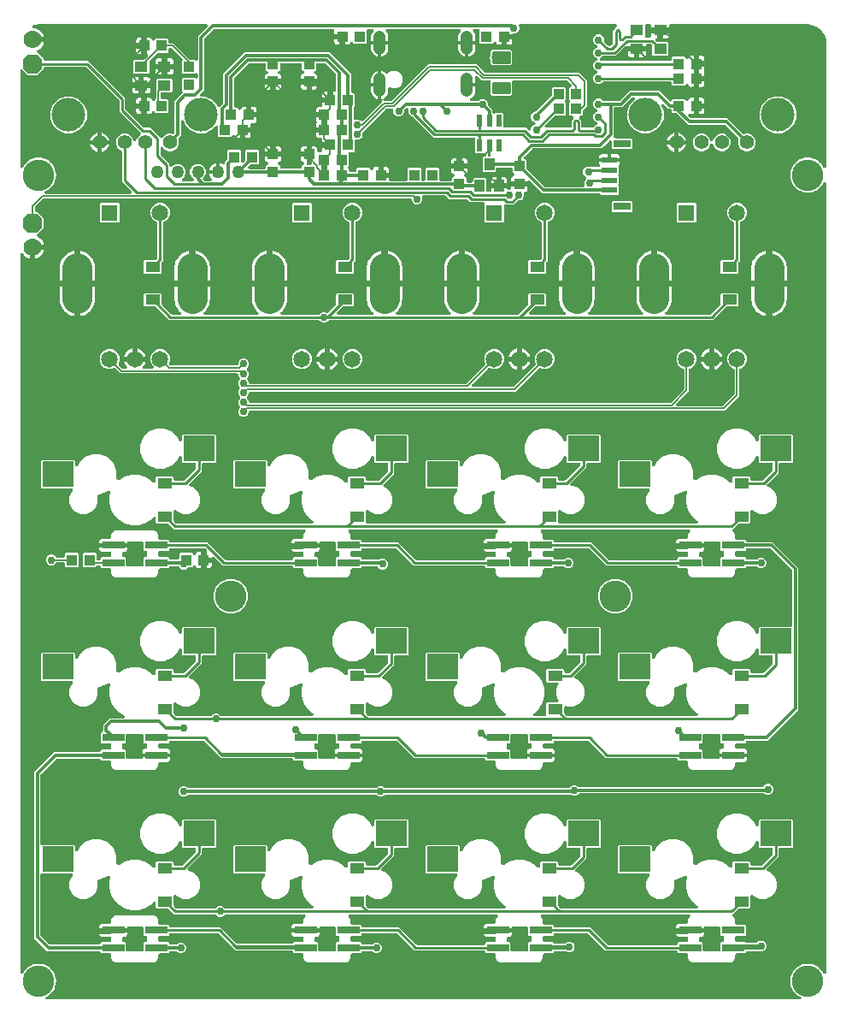
<source format=gbr>
G04 EAGLE Gerber RS-274X export*
G75*
%MOMM*%
%FSLAX34Y34*%
%LPD*%
%INBottom Copper*%
%IPPOS*%
%AMOC8*
5,1,8,0,0,1.08239X$1,22.5*%
G01*
%ADD10R,3.058000X2.500000*%
%ADD11C,0.758000*%
%ADD12R,1.650000X1.650000*%
%ADD13C,1.650000*%
%ADD14C,3.000000*%
%ADD15R,1.050000X1.080000*%
%ADD16R,1.300000X1.050000*%
%ADD17P,2.089446X8X112.500000*%
%ADD18P,2.089446X8X292.500000*%
%ADD19C,1.778000*%
%ADD20R,1.016000X1.200000*%
%ADD21R,1.080000X1.050000*%
%ADD22C,1.422400*%
%ADD23C,3.327400*%
%ADD24C,1.158000*%
%ADD25R,0.600000X1.150000*%
%ADD26C,0.300000*%
%ADD27R,2.216000X0.800000*%
%ADD28C,1.270000*%
%ADD29R,1.550000X0.600000*%
%ADD30R,1.800000X0.762000*%
%ADD31R,1.474000X1.037000*%
%ADD32C,0.152400*%
%ADD33C,0.756400*%
%ADD34C,3.116000*%
%ADD35C,0.304800*%
%ADD36C,0.254000*%
%ADD37C,0.200000*%

G36*
X849248Y76905D02*
X849248Y76905D01*
X849298Y76903D01*
X849421Y76925D01*
X849544Y76939D01*
X849592Y76956D01*
X849641Y76965D01*
X849755Y77015D01*
X849872Y77057D01*
X849915Y77084D01*
X849961Y77104D01*
X850061Y77178D01*
X850165Y77246D01*
X850200Y77282D01*
X850241Y77312D01*
X850321Y77407D01*
X850407Y77496D01*
X850433Y77540D01*
X850466Y77578D01*
X850522Y77689D01*
X850586Y77795D01*
X850601Y77843D01*
X850624Y77888D01*
X850654Y78009D01*
X850692Y78127D01*
X850696Y78178D01*
X850709Y78226D01*
X850710Y78351D01*
X850720Y78475D01*
X850713Y78524D01*
X850714Y78575D01*
X850687Y78696D01*
X850669Y78819D01*
X850650Y78866D01*
X850639Y78915D01*
X850586Y79028D01*
X850540Y79143D01*
X850511Y79185D01*
X850490Y79230D01*
X850412Y79327D01*
X850341Y79429D01*
X850304Y79463D01*
X850272Y79502D01*
X850175Y79580D01*
X850082Y79663D01*
X850038Y79687D01*
X849999Y79718D01*
X849781Y79830D01*
X847561Y80749D01*
X847138Y81172D01*
X847034Y81255D01*
X846933Y81344D01*
X846890Y81369D01*
X846865Y81389D01*
X846820Y81410D01*
X846722Y81467D01*
X846387Y81629D01*
X845281Y83016D01*
X845245Y83051D01*
X845167Y83143D01*
X842749Y85561D01*
X842289Y86672D01*
X842255Y86733D01*
X842245Y86759D01*
X842237Y86771D01*
X842209Y86836D01*
X842144Y86933D01*
X842120Y86976D01*
X842100Y86998D01*
X842073Y87039D01*
X841553Y87691D01*
X841196Y89256D01*
X841194Y89261D01*
X841193Y89267D01*
X841118Y89500D01*
X840145Y91848D01*
X840145Y93686D01*
X840144Y93699D01*
X840144Y93707D01*
X840140Y93737D01*
X840142Y93783D01*
X840107Y94025D01*
X839827Y95250D01*
X840107Y96475D01*
X840112Y96523D01*
X840126Y96570D01*
X840145Y96814D01*
X840145Y98652D01*
X841118Y101000D01*
X841119Y101006D01*
X841122Y101011D01*
X841196Y101244D01*
X841553Y102809D01*
X842073Y103461D01*
X842121Y103539D01*
X842178Y103611D01*
X842231Y103715D01*
X842258Y103757D01*
X842267Y103785D01*
X842289Y103828D01*
X842749Y104939D01*
X845167Y107357D01*
X845198Y107396D01*
X845281Y107484D01*
X846387Y108871D01*
X846722Y109033D01*
X846835Y109104D01*
X846952Y109170D01*
X846991Y109202D01*
X847017Y109219D01*
X847027Y109230D01*
X847034Y109234D01*
X847063Y109264D01*
X847138Y109328D01*
X847561Y109751D01*
X852182Y111665D01*
X852211Y111681D01*
X852260Y111700D01*
X853409Y112253D01*
X853432Y112256D01*
X853604Y112276D01*
X853606Y112276D01*
X853608Y112277D01*
X853840Y112352D01*
X853848Y112355D01*
X860652Y112355D01*
X860660Y112352D01*
X860662Y112351D01*
X860663Y112350D01*
X860831Y112303D01*
X860995Y112256D01*
X860997Y112256D01*
X860999Y112255D01*
X861104Y112247D01*
X862240Y111700D01*
X862270Y111689D01*
X862318Y111665D01*
X866939Y109751D01*
X867362Y109328D01*
X867466Y109245D01*
X867549Y109170D01*
X867554Y109168D01*
X867567Y109156D01*
X867610Y109131D01*
X867635Y109111D01*
X867680Y109090D01*
X867778Y109033D01*
X868113Y108871D01*
X869219Y107484D01*
X869255Y107449D01*
X869333Y107357D01*
X871751Y104939D01*
X872211Y103828D01*
X872255Y103749D01*
X872291Y103664D01*
X872356Y103567D01*
X872380Y103524D01*
X872400Y103502D01*
X872427Y103461D01*
X872887Y102885D01*
X872895Y102877D01*
X872901Y102868D01*
X873018Y102755D01*
X873134Y102640D01*
X873143Y102634D01*
X873151Y102626D01*
X873291Y102542D01*
X873430Y102456D01*
X873441Y102453D01*
X873450Y102447D01*
X873605Y102397D01*
X873760Y102345D01*
X873772Y102344D01*
X873782Y102341D01*
X873944Y102328D01*
X874107Y102312D01*
X874119Y102314D01*
X874130Y102313D01*
X874291Y102337D01*
X874453Y102359D01*
X874463Y102363D01*
X874474Y102364D01*
X874626Y102425D01*
X874778Y102483D01*
X874788Y102489D01*
X874798Y102493D01*
X874932Y102586D01*
X875067Y102677D01*
X875075Y102686D01*
X875084Y102692D01*
X875193Y102813D01*
X875305Y102933D01*
X875310Y102942D01*
X875318Y102951D01*
X875397Y103094D01*
X875478Y103235D01*
X875481Y103246D01*
X875486Y103256D01*
X875531Y103413D01*
X875577Y103569D01*
X875578Y103580D01*
X875581Y103591D01*
X875601Y103835D01*
X875601Y884384D01*
X875599Y884395D01*
X875601Y884406D01*
X875580Y884568D01*
X875561Y884730D01*
X875557Y884740D01*
X875556Y884752D01*
X875498Y884905D01*
X875443Y885058D01*
X875437Y885067D01*
X875433Y885078D01*
X875343Y885214D01*
X875254Y885351D01*
X875246Y885359D01*
X875240Y885368D01*
X875121Y885479D01*
X875004Y885593D01*
X874994Y885599D01*
X874986Y885606D01*
X874845Y885688D01*
X874705Y885772D01*
X874694Y885775D01*
X874684Y885781D01*
X874527Y885829D01*
X874373Y885878D01*
X874362Y885879D01*
X874351Y885882D01*
X874187Y885893D01*
X874025Y885906D01*
X874014Y885904D01*
X874003Y885905D01*
X873841Y885878D01*
X873681Y885854D01*
X873670Y885850D01*
X873659Y885848D01*
X873508Y885786D01*
X873357Y885726D01*
X873348Y885719D01*
X873337Y885715D01*
X873203Y885619D01*
X873071Y885527D01*
X873063Y885518D01*
X873054Y885512D01*
X872887Y885333D01*
X872427Y884757D01*
X872379Y884680D01*
X872322Y884608D01*
X872269Y884504D01*
X872242Y884462D01*
X872233Y884434D01*
X872211Y884390D01*
X871751Y883280D01*
X869333Y880862D01*
X869302Y880823D01*
X869219Y880735D01*
X868113Y879347D01*
X867778Y879186D01*
X867665Y879114D01*
X867548Y879049D01*
X867509Y879016D01*
X867483Y879000D01*
X867448Y878964D01*
X867362Y878891D01*
X866939Y878468D01*
X862318Y876554D01*
X862290Y876538D01*
X862240Y876519D01*
X861091Y875966D01*
X861068Y875963D01*
X860896Y875943D01*
X860894Y875942D01*
X860892Y875942D01*
X860660Y875867D01*
X860652Y875864D01*
X853848Y875864D01*
X853840Y875867D01*
X853838Y875868D01*
X853837Y875869D01*
X853669Y875916D01*
X853505Y875963D01*
X853503Y875963D01*
X853501Y875963D01*
X853396Y875972D01*
X852260Y876519D01*
X852230Y876530D01*
X852182Y876554D01*
X847561Y878468D01*
X847138Y878891D01*
X847034Y878974D01*
X846933Y879063D01*
X846890Y879088D01*
X846865Y879107D01*
X846820Y879129D01*
X846722Y879186D01*
X846387Y879347D01*
X845281Y880735D01*
X845245Y880770D01*
X845167Y880862D01*
X842749Y883280D01*
X842289Y884390D01*
X842245Y884470D01*
X842209Y884554D01*
X842144Y884651D01*
X842120Y884695D01*
X842100Y884717D01*
X842073Y884757D01*
X841553Y885409D01*
X841196Y886974D01*
X841194Y886980D01*
X841193Y886986D01*
X841118Y887218D01*
X840145Y889566D01*
X840145Y891405D01*
X840140Y891453D01*
X840142Y891502D01*
X840107Y891744D01*
X839827Y892969D01*
X840107Y894194D01*
X840112Y894242D01*
X840126Y894289D01*
X840145Y894533D01*
X840145Y896371D01*
X841118Y898719D01*
X841119Y898725D01*
X841122Y898730D01*
X841196Y898963D01*
X841553Y900528D01*
X842073Y901180D01*
X842121Y901258D01*
X842178Y901329D01*
X842231Y901433D01*
X842258Y901476D01*
X842267Y901504D01*
X842289Y901547D01*
X842749Y902658D01*
X845167Y905075D01*
X845198Y905115D01*
X845281Y905203D01*
X846387Y906590D01*
X846722Y906752D01*
X846835Y906823D01*
X846952Y906888D01*
X846991Y906921D01*
X847017Y906938D01*
X847052Y906973D01*
X847138Y907047D01*
X847561Y907469D01*
X852182Y909384D01*
X852210Y909399D01*
X852260Y909419D01*
X853409Y909972D01*
X853432Y909975D01*
X853604Y909994D01*
X853606Y909995D01*
X853608Y909995D01*
X853840Y910070D01*
X853848Y910073D01*
X860652Y910073D01*
X860660Y910070D01*
X860662Y910070D01*
X860663Y910069D01*
X860832Y910021D01*
X860995Y909975D01*
X860997Y909975D01*
X860999Y909974D01*
X861104Y909966D01*
X862240Y909419D01*
X862270Y909408D01*
X862318Y909384D01*
X866939Y907469D01*
X867362Y907047D01*
X867466Y906964D01*
X867567Y906875D01*
X867611Y906849D01*
X867635Y906830D01*
X867680Y906809D01*
X867778Y906752D01*
X868113Y906590D01*
X869219Y905203D01*
X869255Y905168D01*
X869333Y905076D01*
X871751Y902658D01*
X872211Y901547D01*
X872255Y901467D01*
X872291Y901383D01*
X872356Y901286D01*
X872380Y901242D01*
X872400Y901220D01*
X872427Y901180D01*
X872887Y900604D01*
X872895Y900596D01*
X872901Y900587D01*
X873018Y900473D01*
X873134Y900358D01*
X873143Y900352D01*
X873151Y900345D01*
X873292Y900261D01*
X873430Y900175D01*
X873441Y900171D01*
X873450Y900166D01*
X873606Y900116D01*
X873760Y900064D01*
X873772Y900063D01*
X873782Y900059D01*
X873944Y900046D01*
X874107Y900031D01*
X874119Y900032D01*
X874130Y900031D01*
X874291Y900056D01*
X874453Y900078D01*
X874463Y900081D01*
X874474Y900083D01*
X874626Y900144D01*
X874778Y900201D01*
X874788Y900208D01*
X874798Y900212D01*
X874932Y900305D01*
X875068Y900396D01*
X875075Y900404D01*
X875084Y900411D01*
X875193Y900532D01*
X875305Y900651D01*
X875310Y900661D01*
X875318Y900670D01*
X875397Y900813D01*
X875478Y900954D01*
X875481Y900965D01*
X875486Y900975D01*
X875531Y901132D01*
X875577Y901288D01*
X875578Y901299D01*
X875581Y901310D01*
X875601Y901554D01*
X875601Y1023938D01*
X875596Y1023980D01*
X875596Y1024057D01*
X875389Y1026689D01*
X875378Y1026746D01*
X875376Y1026803D01*
X875326Y1027013D01*
X875322Y1027031D01*
X875320Y1027035D01*
X875319Y1027041D01*
X873692Y1032048D01*
X873644Y1032154D01*
X873603Y1032264D01*
X873564Y1032327D01*
X873547Y1032365D01*
X873520Y1032400D01*
X873476Y1032472D01*
X870381Y1036732D01*
X870302Y1036818D01*
X870230Y1036910D01*
X870173Y1036958D01*
X870145Y1036988D01*
X870109Y1037013D01*
X870044Y1037069D01*
X865785Y1040163D01*
X865683Y1040221D01*
X865586Y1040286D01*
X865517Y1040314D01*
X865481Y1040335D01*
X865438Y1040347D01*
X865360Y1040380D01*
X860353Y1042007D01*
X860297Y1042018D01*
X860243Y1042038D01*
X860030Y1042072D01*
X860012Y1042076D01*
X860008Y1042075D01*
X860002Y1042076D01*
X857370Y1042284D01*
X857327Y1042282D01*
X857250Y1042288D01*
X721556Y1042288D01*
X721530Y1042285D01*
X721504Y1042287D01*
X721357Y1042265D01*
X721210Y1042248D01*
X721185Y1042240D01*
X721159Y1042236D01*
X721022Y1042181D01*
X720882Y1042131D01*
X720860Y1042117D01*
X720835Y1042107D01*
X720714Y1042022D01*
X720589Y1041942D01*
X720571Y1041923D01*
X720549Y1041908D01*
X720450Y1041798D01*
X720347Y1041691D01*
X720333Y1041669D01*
X720316Y1041649D01*
X720244Y1041519D01*
X720168Y1041392D01*
X720160Y1041367D01*
X720147Y1041344D01*
X720107Y1041201D01*
X720062Y1041060D01*
X720060Y1041034D01*
X720053Y1041009D01*
X720033Y1040765D01*
X720033Y1038788D01*
X712093Y1038788D01*
X712067Y1038785D01*
X712041Y1038787D01*
X711894Y1038765D01*
X711747Y1038748D01*
X711723Y1038740D01*
X711697Y1038736D01*
X711559Y1038681D01*
X711419Y1038631D01*
X711397Y1038617D01*
X711373Y1038607D01*
X711251Y1038523D01*
X711126Y1038442D01*
X711108Y1038423D01*
X711087Y1038408D01*
X710995Y1038307D01*
X710924Y1038371D01*
X710817Y1038474D01*
X710795Y1038488D01*
X710775Y1038505D01*
X710645Y1038577D01*
X710518Y1038653D01*
X710493Y1038661D01*
X710470Y1038674D01*
X710327Y1038714D01*
X710186Y1038759D01*
X710160Y1038762D01*
X710135Y1038769D01*
X709891Y1038788D01*
X701951Y1038788D01*
X701951Y1040765D01*
X701948Y1040791D01*
X701951Y1040817D01*
X701929Y1040964D01*
X701912Y1041111D01*
X701903Y1041136D01*
X701899Y1041162D01*
X701844Y1041300D01*
X701794Y1041439D01*
X701780Y1041461D01*
X701770Y1041486D01*
X701686Y1041607D01*
X701605Y1041732D01*
X701586Y1041750D01*
X701571Y1041772D01*
X701461Y1041871D01*
X701354Y1041974D01*
X701332Y1041988D01*
X701312Y1042005D01*
X701183Y1042077D01*
X701055Y1042153D01*
X701030Y1042161D01*
X701007Y1042174D01*
X700864Y1042214D01*
X700723Y1042259D01*
X700697Y1042261D01*
X700672Y1042269D01*
X700428Y1042288D01*
X697540Y1042288D01*
X697514Y1042285D01*
X697488Y1042287D01*
X697341Y1042265D01*
X697194Y1042248D01*
X697169Y1042240D01*
X697143Y1042236D01*
X697006Y1042181D01*
X696866Y1042131D01*
X696844Y1042117D01*
X696819Y1042107D01*
X696698Y1042022D01*
X696573Y1041942D01*
X696555Y1041923D01*
X696533Y1041908D01*
X696434Y1041798D01*
X696331Y1041691D01*
X696317Y1041669D01*
X696300Y1041649D01*
X696228Y1041519D01*
X696152Y1041392D01*
X696144Y1041367D01*
X696131Y1041344D01*
X696091Y1041201D01*
X696046Y1041060D01*
X696044Y1041034D01*
X696037Y1041009D01*
X696017Y1040765D01*
X696017Y1030318D01*
X696020Y1030292D01*
X696018Y1030266D01*
X696040Y1030119D01*
X696057Y1029972D01*
X696066Y1029947D01*
X696070Y1029921D01*
X696124Y1029783D01*
X696174Y1029644D01*
X696189Y1029622D01*
X696198Y1029597D01*
X696283Y1029476D01*
X696363Y1029351D01*
X696382Y1029333D01*
X696397Y1029311D01*
X696507Y1029212D01*
X696614Y1029109D01*
X696637Y1029095D01*
X696656Y1029078D01*
X696786Y1029006D01*
X696913Y1028930D01*
X696938Y1028922D01*
X696961Y1028909D01*
X697104Y1028869D01*
X697245Y1028824D01*
X697271Y1028822D01*
X697296Y1028814D01*
X697540Y1028795D01*
X700445Y1028795D01*
X700496Y1028801D01*
X700547Y1028798D01*
X700668Y1028820D01*
X700791Y1028835D01*
X700839Y1028852D01*
X700890Y1028861D01*
X701003Y1028910D01*
X701119Y1028952D01*
X701162Y1028980D01*
X701209Y1029000D01*
X701308Y1029074D01*
X701412Y1029141D01*
X701447Y1029178D01*
X701488Y1029209D01*
X701568Y1029303D01*
X701654Y1029392D01*
X701680Y1029436D01*
X701713Y1029475D01*
X701769Y1029585D01*
X701833Y1029691D01*
X701848Y1029740D01*
X701872Y1029785D01*
X701901Y1029905D01*
X701939Y1030023D01*
X701943Y1030074D01*
X701955Y1030124D01*
X701957Y1030247D01*
X701967Y1030370D01*
X701959Y1030421D01*
X701960Y1030472D01*
X701951Y1030519D01*
X701951Y1033540D01*
X708368Y1033540D01*
X708368Y1028373D01*
X707913Y1028373D01*
X707813Y1028362D01*
X707713Y1028360D01*
X707640Y1028342D01*
X707566Y1028333D01*
X707472Y1028300D01*
X707375Y1028275D01*
X707309Y1028241D01*
X707238Y1028216D01*
X707154Y1028161D01*
X707065Y1028115D01*
X707008Y1028067D01*
X706946Y1028027D01*
X706876Y1027955D01*
X706799Y1027890D01*
X706755Y1027830D01*
X706703Y1027776D01*
X706652Y1027690D01*
X706592Y1027609D01*
X706563Y1027541D01*
X706525Y1027477D01*
X706494Y1027382D01*
X706454Y1027289D01*
X706441Y1027216D01*
X706418Y1027145D01*
X706410Y1027045D01*
X706392Y1026946D01*
X706396Y1026872D01*
X706390Y1026798D01*
X706405Y1026699D01*
X706410Y1026598D01*
X706431Y1026527D01*
X706442Y1026453D01*
X706479Y1026360D01*
X706507Y1026263D01*
X706543Y1026199D01*
X706571Y1026129D01*
X706628Y1026047D01*
X706677Y1025959D01*
X706742Y1025883D01*
X706770Y1025843D01*
X706796Y1025819D01*
X706836Y1025773D01*
X707724Y1024885D01*
X707823Y1024806D01*
X707917Y1024722D01*
X707959Y1024698D01*
X707997Y1024668D01*
X708111Y1024614D01*
X708222Y1024553D01*
X708268Y1024540D01*
X708312Y1024519D01*
X708435Y1024493D01*
X708557Y1024458D01*
X708618Y1024454D01*
X708652Y1024446D01*
X708701Y1024447D01*
X708801Y1024439D01*
X718124Y1024439D01*
X719017Y1023546D01*
X719017Y1011782D01*
X718124Y1010889D01*
X703861Y1010889D01*
X702967Y1011782D01*
X702967Y1021105D01*
X702953Y1021231D01*
X702946Y1021357D01*
X702933Y1021404D01*
X702928Y1021452D01*
X702885Y1021571D01*
X702850Y1021692D01*
X702826Y1021734D01*
X702810Y1021780D01*
X702741Y1021886D01*
X702680Y1021996D01*
X702640Y1022043D01*
X702621Y1022073D01*
X702586Y1022106D01*
X702521Y1022183D01*
X701945Y1022759D01*
X701846Y1022838D01*
X701752Y1022922D01*
X701710Y1022946D01*
X701672Y1022976D01*
X701558Y1023030D01*
X701447Y1023091D01*
X701400Y1023104D01*
X701357Y1023125D01*
X701233Y1023151D01*
X701111Y1023186D01*
X701051Y1023191D01*
X701016Y1023198D01*
X700968Y1023197D01*
X700868Y1023205D01*
X698556Y1023205D01*
X698530Y1023202D01*
X698504Y1023204D01*
X698357Y1023182D01*
X698210Y1023165D01*
X698185Y1023157D01*
X698159Y1023153D01*
X698022Y1023098D01*
X697882Y1023048D01*
X697860Y1023034D01*
X697835Y1023024D01*
X697714Y1022939D01*
X697589Y1022859D01*
X697571Y1022840D01*
X697549Y1022825D01*
X697450Y1022715D01*
X697347Y1022608D01*
X697333Y1022586D01*
X697316Y1022566D01*
X697244Y1022436D01*
X697168Y1022309D01*
X697160Y1022284D01*
X697147Y1022261D01*
X697107Y1022118D01*
X697062Y1021977D01*
X697060Y1021951D01*
X697053Y1021926D01*
X697033Y1021682D01*
X697033Y1020288D01*
X689093Y1020288D01*
X689067Y1020285D01*
X689041Y1020287D01*
X688894Y1020265D01*
X688747Y1020248D01*
X688723Y1020240D01*
X688697Y1020236D01*
X688559Y1020181D01*
X688419Y1020131D01*
X688397Y1020117D01*
X688373Y1020107D01*
X688251Y1020023D01*
X688126Y1019942D01*
X688108Y1019923D01*
X688087Y1019908D01*
X687995Y1019807D01*
X687924Y1019871D01*
X687817Y1019974D01*
X687795Y1019988D01*
X687775Y1020005D01*
X687645Y1020077D01*
X687518Y1020153D01*
X687493Y1020161D01*
X687470Y1020174D01*
X687327Y1020214D01*
X687186Y1020259D01*
X687160Y1020262D01*
X687135Y1020269D01*
X686891Y1020288D01*
X678605Y1020288D01*
X678605Y1020289D01*
X678533Y1020359D01*
X678468Y1020435D01*
X678408Y1020479D01*
X678354Y1020531D01*
X678268Y1020583D01*
X678187Y1020642D01*
X678119Y1020672D01*
X678055Y1020710D01*
X677960Y1020740D01*
X677867Y1020780D01*
X677794Y1020793D01*
X677723Y1020816D01*
X677623Y1020824D01*
X677524Y1020842D01*
X677450Y1020838D01*
X677376Y1020844D01*
X677277Y1020829D01*
X677176Y1020824D01*
X677105Y1020803D01*
X677031Y1020792D01*
X676938Y1020755D01*
X676842Y1020727D01*
X676777Y1020691D01*
X676707Y1020664D01*
X676625Y1020606D01*
X676537Y1020557D01*
X676461Y1020492D01*
X676421Y1020465D01*
X676397Y1020438D01*
X676351Y1020399D01*
X669257Y1013304D01*
X669256Y1013304D01*
X667173Y1011221D01*
X655200Y1011221D01*
X655074Y1011206D01*
X654948Y1011200D01*
X654902Y1011187D01*
X654854Y1011181D01*
X654735Y1011138D01*
X654613Y1011103D01*
X654571Y1011080D01*
X654526Y1011064D01*
X654420Y1010995D01*
X654309Y1010933D01*
X654263Y1010894D01*
X654233Y1010874D01*
X654199Y1010840D01*
X654123Y1010775D01*
X652865Y1009517D01*
X651793Y1009073D01*
X651706Y1009024D01*
X651613Y1008984D01*
X651554Y1008940D01*
X651489Y1008904D01*
X651414Y1008836D01*
X651334Y1008776D01*
X651286Y1008719D01*
X651231Y1008669D01*
X651174Y1008587D01*
X651109Y1008510D01*
X651075Y1008444D01*
X651032Y1008383D01*
X650996Y1008289D01*
X650950Y1008200D01*
X650932Y1008128D01*
X650905Y1008059D01*
X650890Y1007959D01*
X650866Y1007862D01*
X650865Y1007787D01*
X650854Y1007714D01*
X650862Y1007614D01*
X650861Y1007513D01*
X650877Y1007441D01*
X650883Y1007366D01*
X650914Y1007271D01*
X650935Y1007173D01*
X650967Y1007106D01*
X650990Y1007035D01*
X651042Y1006949D01*
X651085Y1006858D01*
X651131Y1006800D01*
X651170Y1006736D01*
X651239Y1006664D01*
X651302Y1006586D01*
X651361Y1006539D01*
X651412Y1006486D01*
X651497Y1006432D01*
X651576Y1006370D01*
X651665Y1006324D01*
X651706Y1006298D01*
X651739Y1006286D01*
X651793Y1006258D01*
X652388Y1006012D01*
X652389Y1006012D01*
X652391Y1006011D01*
X652559Y1005963D01*
X652723Y1005917D01*
X652725Y1005916D01*
X652727Y1005916D01*
X652970Y1005896D01*
X721140Y1005896D01*
X721166Y1005899D01*
X721192Y1005897D01*
X721338Y1005919D01*
X721486Y1005936D01*
X721510Y1005945D01*
X721536Y1005949D01*
X721674Y1006004D01*
X721814Y1006054D01*
X721836Y1006068D01*
X721860Y1006078D01*
X721982Y1006162D01*
X722107Y1006243D01*
X722125Y1006262D01*
X722146Y1006277D01*
X722245Y1006386D01*
X722349Y1006493D01*
X722362Y1006516D01*
X722380Y1006535D01*
X722452Y1006665D01*
X722528Y1006792D01*
X722536Y1006817D01*
X722548Y1006840D01*
X722589Y1006983D01*
X722634Y1007124D01*
X722636Y1007150D01*
X722643Y1007176D01*
X722663Y1007420D01*
X722663Y1009133D01*
X723556Y1010026D01*
X735319Y1010026D01*
X736260Y1009085D01*
X736302Y1008968D01*
X736348Y1008825D01*
X736361Y1008803D01*
X736370Y1008780D01*
X736451Y1008654D01*
X736528Y1008526D01*
X736545Y1008508D01*
X736559Y1008487D01*
X736666Y1008383D01*
X736771Y1008276D01*
X736791Y1008262D01*
X736809Y1008245D01*
X736938Y1008168D01*
X737064Y1008087D01*
X737087Y1008079D01*
X737108Y1008066D01*
X737251Y1008021D01*
X737392Y1007970D01*
X737417Y1007968D01*
X737440Y1007960D01*
X737589Y1007948D01*
X737738Y1007931D01*
X737763Y1007934D01*
X737788Y1007932D01*
X737936Y1007954D01*
X738084Y1007972D01*
X738108Y1007980D01*
X738132Y1007984D01*
X738271Y1008039D01*
X738412Y1008090D01*
X738433Y1008103D01*
X738456Y1008112D01*
X738579Y1008198D01*
X738705Y1008279D01*
X738722Y1008297D01*
X738742Y1008311D01*
X738842Y1008422D01*
X738946Y1008530D01*
X738959Y1008552D01*
X738976Y1008570D01*
X739048Y1008701D01*
X739125Y1008830D01*
X739135Y1008858D01*
X739144Y1008875D01*
X739157Y1008921D01*
X739207Y1009060D01*
X739320Y1009482D01*
X739654Y1010062D01*
X740127Y1010535D01*
X740707Y1010869D01*
X741353Y1011042D01*
X744313Y1011042D01*
X744313Y1004203D01*
X744316Y1004177D01*
X744314Y1004151D01*
X744336Y1004004D01*
X744353Y1003857D01*
X744362Y1003832D01*
X744366Y1003806D01*
X744421Y1003668D01*
X744471Y1003528D01*
X744485Y1003506D01*
X744495Y1003482D01*
X744579Y1003360D01*
X744660Y1003236D01*
X744679Y1003217D01*
X744693Y1003196D01*
X744795Y1003105D01*
X744730Y1003034D01*
X744627Y1002927D01*
X744614Y1002904D01*
X744596Y1002885D01*
X744524Y1002755D01*
X744448Y1002627D01*
X744440Y1002603D01*
X744428Y1002580D01*
X744387Y1002437D01*
X744342Y1002296D01*
X744340Y1002269D01*
X744333Y1002244D01*
X744313Y1002000D01*
X744313Y989320D01*
X744316Y989296D01*
X744314Y989274D01*
X744314Y989272D01*
X744314Y989268D01*
X744336Y989121D01*
X744353Y988974D01*
X744362Y988949D01*
X744366Y988923D01*
X744421Y988785D01*
X744471Y988646D01*
X744485Y988624D01*
X744495Y988599D01*
X744579Y988478D01*
X744660Y988353D01*
X744679Y988335D01*
X744693Y988313D01*
X744795Y988222D01*
X744730Y988151D01*
X744627Y988044D01*
X744614Y988021D01*
X744596Y988002D01*
X744524Y987872D01*
X744448Y987745D01*
X744440Y987720D01*
X744428Y987697D01*
X744387Y987554D01*
X744342Y987413D01*
X744340Y987387D01*
X744333Y987361D01*
X744313Y987118D01*
X744313Y980278D01*
X741353Y980278D01*
X740707Y980451D01*
X740127Y980786D01*
X739654Y981259D01*
X739320Y981838D01*
X739207Y982260D01*
X739152Y982399D01*
X739101Y982540D01*
X739088Y982561D01*
X739079Y982584D01*
X738994Y982707D01*
X738912Y982833D01*
X738894Y982850D01*
X738880Y982871D01*
X738770Y982971D01*
X738662Y983075D01*
X738640Y983088D01*
X738622Y983105D01*
X738491Y983177D01*
X738363Y983254D01*
X738339Y983262D01*
X738317Y983274D01*
X738173Y983315D01*
X738031Y983360D01*
X738006Y983362D01*
X737982Y983369D01*
X737832Y983376D01*
X737683Y983388D01*
X737659Y983385D01*
X737634Y983386D01*
X737486Y983359D01*
X737339Y983337D01*
X737316Y983327D01*
X737291Y983323D01*
X737154Y983263D01*
X737015Y983208D01*
X736994Y983194D01*
X736972Y983184D01*
X736851Y983094D01*
X736729Y983009D01*
X736712Y982991D01*
X736692Y982976D01*
X736595Y982861D01*
X736495Y982750D01*
X736483Y982728D01*
X736467Y982709D01*
X736399Y982576D01*
X736327Y982445D01*
X736320Y982421D01*
X736309Y982399D01*
X736273Y982254D01*
X736270Y982245D01*
X735319Y981294D01*
X723556Y981294D01*
X722663Y982187D01*
X722663Y983901D01*
X722660Y983927D01*
X722662Y983953D01*
X722640Y984100D01*
X722623Y984247D01*
X722614Y984272D01*
X722610Y984298D01*
X722555Y984435D01*
X722505Y984575D01*
X722491Y984597D01*
X722481Y984622D01*
X722397Y984743D01*
X722316Y984868D01*
X722297Y984886D01*
X722283Y984908D01*
X722173Y985007D01*
X722066Y985110D01*
X722043Y985124D01*
X722024Y985141D01*
X721894Y985213D01*
X721767Y985289D01*
X721742Y985297D01*
X721719Y985310D01*
X721576Y985350D01*
X721435Y985395D01*
X721409Y985397D01*
X721383Y985404D01*
X721140Y985424D01*
X654803Y985424D01*
X654678Y985410D01*
X654551Y985403D01*
X654505Y985390D01*
X654457Y985384D01*
X654338Y985342D01*
X654217Y985307D01*
X654174Y985283D01*
X654129Y985267D01*
X654023Y985198D01*
X653912Y985136D01*
X653866Y985097D01*
X653836Y985078D01*
X653803Y985043D01*
X653726Y984978D01*
X652865Y984117D01*
X650915Y983309D01*
X648803Y983309D01*
X646853Y984117D01*
X645360Y985610D01*
X644552Y987560D01*
X644552Y989671D01*
X645360Y991622D01*
X646853Y993114D01*
X647925Y993558D01*
X648012Y993607D01*
X648104Y993647D01*
X648164Y993691D01*
X648229Y993728D01*
X648304Y993795D01*
X648384Y993855D01*
X648432Y993912D01*
X648487Y993962D01*
X648544Y994044D01*
X648609Y994121D01*
X648643Y994187D01*
X648686Y994248D01*
X648722Y994342D01*
X648768Y994431D01*
X648786Y994503D01*
X648813Y994573D01*
X648828Y994672D01*
X648852Y994769D01*
X648853Y994844D01*
X648864Y994917D01*
X648856Y995018D01*
X648857Y995118D01*
X648841Y995191D01*
X648835Y995265D01*
X648804Y995360D01*
X648783Y995458D01*
X648751Y995526D01*
X648728Y995596D01*
X648676Y995682D01*
X648633Y995773D01*
X648587Y995831D01*
X648549Y995895D01*
X648478Y995967D01*
X648416Y996046D01*
X648358Y996092D01*
X648306Y996145D01*
X648221Y996199D01*
X648142Y996261D01*
X648053Y996307D01*
X648012Y996333D01*
X647979Y996345D01*
X647925Y996373D01*
X646853Y996817D01*
X645360Y998310D01*
X644552Y1000260D01*
X644552Y1002371D01*
X645360Y1004322D01*
X646853Y1005814D01*
X647925Y1006258D01*
X648012Y1006307D01*
X648104Y1006347D01*
X648164Y1006391D01*
X648229Y1006428D01*
X648304Y1006495D01*
X648384Y1006555D01*
X648432Y1006612D01*
X648487Y1006662D01*
X648544Y1006744D01*
X648609Y1006821D01*
X648643Y1006887D01*
X648686Y1006948D01*
X648722Y1007042D01*
X648768Y1007131D01*
X648786Y1007203D01*
X648813Y1007273D01*
X648828Y1007372D01*
X648852Y1007469D01*
X648853Y1007544D01*
X648864Y1007617D01*
X648856Y1007718D01*
X648857Y1007818D01*
X648841Y1007891D01*
X648835Y1007965D01*
X648804Y1008060D01*
X648783Y1008158D01*
X648751Y1008226D01*
X648728Y1008296D01*
X648676Y1008382D01*
X648633Y1008473D01*
X648587Y1008531D01*
X648549Y1008595D01*
X648478Y1008667D01*
X648416Y1008746D01*
X648358Y1008792D01*
X648306Y1008845D01*
X648221Y1008899D01*
X648142Y1008961D01*
X648053Y1009007D01*
X648012Y1009033D01*
X647979Y1009045D01*
X647925Y1009073D01*
X646853Y1009517D01*
X645360Y1011010D01*
X644552Y1012960D01*
X644552Y1015071D01*
X645360Y1017022D01*
X646853Y1018514D01*
X647925Y1018958D01*
X648012Y1019007D01*
X648104Y1019047D01*
X648164Y1019092D01*
X648229Y1019128D01*
X648304Y1019195D01*
X648384Y1019255D01*
X648432Y1019312D01*
X648487Y1019362D01*
X648544Y1019444D01*
X648609Y1019521D01*
X648643Y1019587D01*
X648686Y1019648D01*
X648722Y1019742D01*
X648768Y1019831D01*
X648786Y1019904D01*
X648813Y1019973D01*
X648828Y1020072D01*
X648852Y1020170D01*
X648853Y1020244D01*
X648864Y1020317D01*
X648856Y1020418D01*
X648857Y1020518D01*
X648841Y1020591D01*
X648835Y1020665D01*
X648804Y1020760D01*
X648783Y1020858D01*
X648751Y1020926D01*
X648728Y1020996D01*
X648676Y1021083D01*
X648633Y1021173D01*
X648587Y1021231D01*
X648548Y1021295D01*
X648479Y1021367D01*
X648416Y1021446D01*
X648357Y1021492D01*
X648306Y1021545D01*
X648221Y1021599D01*
X648142Y1021662D01*
X648053Y1021707D01*
X648012Y1021733D01*
X647979Y1021745D01*
X647925Y1021773D01*
X646853Y1022217D01*
X645360Y1023710D01*
X644552Y1025660D01*
X644552Y1027771D01*
X645360Y1029722D01*
X646853Y1031214D01*
X648803Y1032022D01*
X650915Y1032022D01*
X652865Y1031214D01*
X654358Y1029722D01*
X655166Y1027771D01*
X655166Y1025992D01*
X655180Y1025867D01*
X655187Y1025740D01*
X655200Y1025694D01*
X655206Y1025646D01*
X655248Y1025527D01*
X655283Y1025406D01*
X655307Y1025363D01*
X655323Y1025318D01*
X655392Y1025212D01*
X655453Y1025101D01*
X655493Y1025055D01*
X655512Y1025025D01*
X655547Y1024992D01*
X655612Y1024915D01*
X659206Y1021321D01*
X659305Y1021242D01*
X659399Y1021157D01*
X659442Y1021134D01*
X659479Y1021104D01*
X659594Y1021050D01*
X659704Y1020989D01*
X659751Y1020976D01*
X659795Y1020955D01*
X659918Y1020928D01*
X660040Y1020894D01*
X660101Y1020889D01*
X660135Y1020882D01*
X660183Y1020882D01*
X660284Y1020874D01*
X661291Y1020874D01*
X661417Y1020889D01*
X661543Y1020895D01*
X661589Y1020909D01*
X661637Y1020914D01*
X661756Y1020957D01*
X661878Y1020992D01*
X661920Y1021015D01*
X661965Y1021032D01*
X662071Y1021100D01*
X662182Y1021162D01*
X662228Y1021201D01*
X662258Y1021221D01*
X662292Y1021255D01*
X662368Y1021321D01*
X663759Y1022711D01*
X663838Y1022810D01*
X663922Y1022904D01*
X663946Y1022947D01*
X663976Y1022984D01*
X664030Y1023099D01*
X664091Y1023209D01*
X664104Y1023256D01*
X664125Y1023300D01*
X664151Y1023423D01*
X664186Y1023545D01*
X664191Y1023606D01*
X664198Y1023640D01*
X664197Y1023688D01*
X664205Y1023789D01*
X664205Y1036158D01*
X666288Y1038241D01*
X666289Y1038241D01*
X667736Y1039688D01*
X667798Y1039767D01*
X667868Y1039839D01*
X667906Y1039903D01*
X667952Y1039961D01*
X667995Y1040052D01*
X668047Y1040138D01*
X668069Y1040209D01*
X668101Y1040276D01*
X668122Y1040374D01*
X668153Y1040470D01*
X668159Y1040544D01*
X668174Y1040617D01*
X668173Y1040717D01*
X668181Y1040817D01*
X668170Y1040891D01*
X668169Y1040965D01*
X668144Y1041062D01*
X668129Y1041162D01*
X668102Y1041231D01*
X668084Y1041303D01*
X668038Y1041392D01*
X668000Y1041486D01*
X667958Y1041547D01*
X667924Y1041613D01*
X667859Y1041689D01*
X667801Y1041772D01*
X667746Y1041822D01*
X667698Y1041878D01*
X667617Y1041938D01*
X667543Y1042005D01*
X667477Y1042041D01*
X667418Y1042086D01*
X667326Y1042125D01*
X667238Y1042174D01*
X667166Y1042194D01*
X667098Y1042224D01*
X666999Y1042241D01*
X666902Y1042269D01*
X666802Y1042277D01*
X666755Y1042285D01*
X666719Y1042283D01*
X666658Y1042288D01*
X572432Y1042288D01*
X572283Y1042271D01*
X572133Y1042259D01*
X572110Y1042251D01*
X572086Y1042248D01*
X571944Y1042198D01*
X571801Y1042151D01*
X571781Y1042139D01*
X571758Y1042131D01*
X571631Y1042049D01*
X571503Y1041972D01*
X571486Y1041955D01*
X571465Y1041942D01*
X571360Y1041833D01*
X571253Y1041729D01*
X571240Y1041709D01*
X571223Y1041691D01*
X571146Y1041562D01*
X571065Y1041436D01*
X571057Y1041413D01*
X571044Y1041392D01*
X570998Y1041249D01*
X570948Y1041107D01*
X570945Y1041083D01*
X570938Y1041060D01*
X570926Y1040911D01*
X570909Y1040761D01*
X570912Y1040737D01*
X570910Y1040713D01*
X570932Y1040564D01*
X570950Y1040415D01*
X570959Y1040387D01*
X570962Y1040368D01*
X570979Y1040324D01*
X571025Y1040182D01*
X571282Y1039563D01*
X571282Y1037451D01*
X570474Y1035501D01*
X568981Y1034008D01*
X567030Y1033200D01*
X565751Y1033200D01*
X565725Y1033197D01*
X565699Y1033199D01*
X565553Y1033177D01*
X565405Y1033160D01*
X565381Y1033152D01*
X565355Y1033148D01*
X565217Y1033093D01*
X565077Y1033043D01*
X565055Y1033029D01*
X565031Y1033019D01*
X564909Y1032934D01*
X564784Y1032854D01*
X564766Y1032835D01*
X564745Y1032820D01*
X564646Y1032710D01*
X564542Y1032603D01*
X564529Y1032581D01*
X564511Y1032561D01*
X564486Y1032515D01*
X557539Y1032515D01*
X557513Y1032512D01*
X557486Y1032514D01*
X557340Y1032492D01*
X557192Y1032475D01*
X557168Y1032466D01*
X557142Y1032462D01*
X557004Y1032408D01*
X556864Y1032358D01*
X556842Y1032343D01*
X556818Y1032334D01*
X556696Y1032249D01*
X556572Y1032168D01*
X556553Y1032150D01*
X556532Y1032135D01*
X556433Y1032025D01*
X556329Y1031918D01*
X556316Y1031895D01*
X556298Y1031876D01*
X556227Y1031746D01*
X556151Y1031619D01*
X556143Y1031594D01*
X556130Y1031571D01*
X556089Y1031428D01*
X556044Y1031287D01*
X556042Y1031261D01*
X556035Y1031235D01*
X556015Y1030992D01*
X556015Y1030313D01*
X555336Y1030313D01*
X555310Y1030310D01*
X555284Y1030312D01*
X555137Y1030290D01*
X554990Y1030273D01*
X554966Y1030264D01*
X554940Y1030260D01*
X554802Y1030205D01*
X554662Y1030155D01*
X554640Y1030141D01*
X554616Y1030131D01*
X554494Y1030047D01*
X554369Y1029966D01*
X554351Y1029947D01*
X554330Y1029932D01*
X554230Y1029823D01*
X554127Y1029716D01*
X554114Y1029693D01*
X554096Y1029674D01*
X554024Y1029544D01*
X553948Y1029417D01*
X553940Y1029392D01*
X553928Y1029369D01*
X553887Y1029226D01*
X553842Y1029085D01*
X553840Y1029058D01*
X553833Y1029033D01*
X553813Y1028789D01*
X553813Y1021950D01*
X550853Y1021950D01*
X550207Y1022123D01*
X549627Y1022458D01*
X549154Y1022931D01*
X548820Y1023510D01*
X548707Y1023932D01*
X548652Y1024071D01*
X548601Y1024212D01*
X548588Y1024233D01*
X548579Y1024256D01*
X548494Y1024379D01*
X548412Y1024505D01*
X548394Y1024522D01*
X548380Y1024543D01*
X548270Y1024643D01*
X548162Y1024747D01*
X548140Y1024760D01*
X548122Y1024777D01*
X547991Y1024849D01*
X547863Y1024926D01*
X547839Y1024934D01*
X547817Y1024946D01*
X547673Y1024987D01*
X547531Y1025032D01*
X547506Y1025034D01*
X547482Y1025041D01*
X547332Y1025048D01*
X547183Y1025060D01*
X547159Y1025056D01*
X547134Y1025058D01*
X546986Y1025031D01*
X546839Y1025008D01*
X546816Y1024999D01*
X546791Y1024995D01*
X546654Y1024935D01*
X546515Y1024880D01*
X546494Y1024866D01*
X546472Y1024856D01*
X546351Y1024766D01*
X546229Y1024681D01*
X546212Y1024662D01*
X546192Y1024648D01*
X546095Y1024533D01*
X545995Y1024422D01*
X545983Y1024400D01*
X545967Y1024381D01*
X545899Y1024248D01*
X545827Y1024117D01*
X545820Y1024093D01*
X545809Y1024071D01*
X545773Y1023926D01*
X545770Y1023917D01*
X544819Y1022966D01*
X533056Y1022966D01*
X532163Y1023859D01*
X532163Y1036193D01*
X532160Y1036219D01*
X532162Y1036245D01*
X532140Y1036392D01*
X532123Y1036539D01*
X532114Y1036564D01*
X532110Y1036590D01*
X532055Y1036728D01*
X532005Y1036867D01*
X531991Y1036889D01*
X531981Y1036914D01*
X531897Y1037035D01*
X531816Y1037160D01*
X531797Y1037178D01*
X531783Y1037200D01*
X531673Y1037299D01*
X531566Y1037402D01*
X531543Y1037416D01*
X531524Y1037433D01*
X531394Y1037505D01*
X531267Y1037581D01*
X531242Y1037589D01*
X531219Y1037602D01*
X531076Y1037642D01*
X530935Y1037687D01*
X530909Y1037689D01*
X530883Y1037697D01*
X530640Y1037716D01*
X526920Y1037716D01*
X526820Y1037705D01*
X526720Y1037703D01*
X526648Y1037685D01*
X526574Y1037676D01*
X526479Y1037643D01*
X526382Y1037618D01*
X526316Y1037584D01*
X526246Y1037559D01*
X526161Y1037504D01*
X526072Y1037458D01*
X526015Y1037410D01*
X525953Y1037370D01*
X525883Y1037298D01*
X525807Y1037232D01*
X525762Y1037173D01*
X525711Y1037119D01*
X525659Y1037033D01*
X525599Y1036952D01*
X525570Y1036884D01*
X525532Y1036820D01*
X525501Y1036724D01*
X525462Y1036632D01*
X525448Y1036559D01*
X525426Y1036488D01*
X525418Y1036388D01*
X525400Y1036289D01*
X525404Y1036215D01*
X525398Y1036141D01*
X525413Y1036042D01*
X525418Y1035941D01*
X525438Y1035870D01*
X525449Y1035796D01*
X525487Y1035703D01*
X525514Y1035606D01*
X525551Y1035541D01*
X525578Y1035472D01*
X525635Y1035390D01*
X525685Y1035302D01*
X525750Y1035226D01*
X525777Y1035186D01*
X525804Y1035162D01*
X525843Y1035116D01*
X525921Y1035038D01*
X526833Y1033674D01*
X527461Y1032157D01*
X527781Y1030548D01*
X527781Y1025562D01*
X519551Y1025562D01*
X519525Y1025559D01*
X519499Y1025561D01*
X519450Y1025554D01*
X519349Y1025562D01*
X511119Y1025562D01*
X511119Y1030548D01*
X511439Y1032157D01*
X512067Y1033674D01*
X512979Y1035038D01*
X513057Y1035116D01*
X513119Y1035194D01*
X513189Y1035267D01*
X513227Y1035331D01*
X513274Y1035389D01*
X513317Y1035480D01*
X513368Y1035566D01*
X513391Y1035637D01*
X513423Y1035704D01*
X513444Y1035802D01*
X513474Y1035898D01*
X513480Y1035972D01*
X513496Y1036045D01*
X513494Y1036145D01*
X513502Y1036245D01*
X513491Y1036319D01*
X513490Y1036393D01*
X513465Y1036490D01*
X513451Y1036590D01*
X513423Y1036659D01*
X513405Y1036731D01*
X513359Y1036820D01*
X513322Y1036914D01*
X513279Y1036975D01*
X513245Y1037041D01*
X513180Y1037117D01*
X513123Y1037200D01*
X513068Y1037250D01*
X513020Y1037306D01*
X512939Y1037366D01*
X512864Y1037433D01*
X512799Y1037469D01*
X512739Y1037513D01*
X512647Y1037553D01*
X512559Y1037602D01*
X512488Y1037622D01*
X512419Y1037652D01*
X512321Y1037669D01*
X512224Y1037697D01*
X512124Y1037705D01*
X512076Y1037713D01*
X512041Y1037711D01*
X511980Y1037716D01*
X440520Y1037716D01*
X440420Y1037705D01*
X440320Y1037703D01*
X440248Y1037685D01*
X440174Y1037676D01*
X440079Y1037643D01*
X439982Y1037618D01*
X439916Y1037584D01*
X439846Y1037559D01*
X439761Y1037504D01*
X439672Y1037458D01*
X439615Y1037410D01*
X439553Y1037370D01*
X439483Y1037298D01*
X439407Y1037232D01*
X439362Y1037173D01*
X439311Y1037119D01*
X439259Y1037033D01*
X439199Y1036952D01*
X439170Y1036884D01*
X439132Y1036820D01*
X439101Y1036724D01*
X439062Y1036632D01*
X439048Y1036559D01*
X439026Y1036488D01*
X439018Y1036388D01*
X439000Y1036289D01*
X439004Y1036215D01*
X438998Y1036141D01*
X439013Y1036042D01*
X439018Y1035941D01*
X439038Y1035870D01*
X439049Y1035796D01*
X439087Y1035703D01*
X439114Y1035606D01*
X439151Y1035541D01*
X439178Y1035472D01*
X439235Y1035390D01*
X439285Y1035302D01*
X439350Y1035226D01*
X439377Y1035186D01*
X439404Y1035162D01*
X439443Y1035116D01*
X439521Y1035038D01*
X440433Y1033674D01*
X441061Y1032157D01*
X441381Y1030548D01*
X441381Y1025562D01*
X433151Y1025562D01*
X433125Y1025559D01*
X433099Y1025561D01*
X433050Y1025554D01*
X432949Y1025562D01*
X424719Y1025562D01*
X424719Y1030548D01*
X425039Y1032157D01*
X425667Y1033674D01*
X426579Y1035038D01*
X426657Y1035116D01*
X426719Y1035194D01*
X426789Y1035267D01*
X426827Y1035331D01*
X426874Y1035389D01*
X426917Y1035480D01*
X426968Y1035566D01*
X426991Y1035637D01*
X427023Y1035704D01*
X427044Y1035802D01*
X427074Y1035898D01*
X427080Y1035972D01*
X427096Y1036045D01*
X427094Y1036145D01*
X427102Y1036245D01*
X427091Y1036319D01*
X427090Y1036393D01*
X427065Y1036490D01*
X427051Y1036590D01*
X427023Y1036659D01*
X427005Y1036731D01*
X426959Y1036820D01*
X426922Y1036914D01*
X426879Y1036975D01*
X426845Y1037041D01*
X426780Y1037117D01*
X426723Y1037200D01*
X426668Y1037250D01*
X426620Y1037306D01*
X426539Y1037366D01*
X426464Y1037433D01*
X426399Y1037469D01*
X426339Y1037513D01*
X426247Y1037553D01*
X426159Y1037602D01*
X426088Y1037622D01*
X426019Y1037652D01*
X425921Y1037669D01*
X425824Y1037697D01*
X425724Y1037705D01*
X425676Y1037713D01*
X425641Y1037711D01*
X425580Y1037716D01*
X421860Y1037716D01*
X421834Y1037713D01*
X421808Y1037715D01*
X421662Y1037693D01*
X421514Y1037676D01*
X421490Y1037668D01*
X421464Y1037664D01*
X421326Y1037609D01*
X421186Y1037559D01*
X421164Y1037545D01*
X421140Y1037535D01*
X421018Y1037450D01*
X420893Y1037370D01*
X420875Y1037351D01*
X420854Y1037336D01*
X420755Y1037226D01*
X420651Y1037119D01*
X420638Y1037097D01*
X420620Y1037077D01*
X420548Y1036947D01*
X420472Y1036820D01*
X420464Y1036795D01*
X420452Y1036772D01*
X420411Y1036629D01*
X420366Y1036488D01*
X420364Y1036462D01*
X420357Y1036437D01*
X420337Y1036193D01*
X420337Y1023859D01*
X419444Y1022966D01*
X407681Y1022966D01*
X406740Y1023907D01*
X406697Y1024025D01*
X406652Y1024167D01*
X406639Y1024189D01*
X406630Y1024212D01*
X406549Y1024338D01*
X406472Y1024466D01*
X406455Y1024484D01*
X406441Y1024505D01*
X406334Y1024609D01*
X406230Y1024716D01*
X406209Y1024730D01*
X406191Y1024747D01*
X406062Y1024824D01*
X405936Y1024905D01*
X405913Y1024913D01*
X405892Y1024926D01*
X405749Y1024971D01*
X405608Y1025022D01*
X405583Y1025025D01*
X405560Y1025032D01*
X405411Y1025044D01*
X405262Y1025061D01*
X405237Y1025058D01*
X405212Y1025060D01*
X405064Y1025038D01*
X404916Y1025020D01*
X404892Y1025012D01*
X404868Y1025008D01*
X404729Y1024953D01*
X404588Y1024902D01*
X404567Y1024889D01*
X404544Y1024880D01*
X404421Y1024794D01*
X404295Y1024713D01*
X404278Y1024695D01*
X404258Y1024681D01*
X404158Y1024570D01*
X404054Y1024462D01*
X404041Y1024440D01*
X404024Y1024422D01*
X403952Y1024291D01*
X403875Y1024162D01*
X403865Y1024134D01*
X403856Y1024117D01*
X403843Y1024071D01*
X403793Y1023932D01*
X403680Y1023510D01*
X403346Y1022931D01*
X402873Y1022458D01*
X402293Y1022123D01*
X401647Y1021950D01*
X398687Y1021950D01*
X398687Y1028789D01*
X398684Y1028816D01*
X398686Y1028842D01*
X398664Y1028988D01*
X398647Y1029136D01*
X398638Y1029160D01*
X398634Y1029186D01*
X398579Y1029324D01*
X398529Y1029464D01*
X398515Y1029486D01*
X398505Y1029510D01*
X398421Y1029632D01*
X398340Y1029757D01*
X398321Y1029775D01*
X398307Y1029796D01*
X398197Y1029895D01*
X398090Y1029999D01*
X398067Y1030012D01*
X398048Y1030030D01*
X397918Y1030102D01*
X397791Y1030178D01*
X397766Y1030186D01*
X397743Y1030198D01*
X397600Y1030239D01*
X397459Y1030284D01*
X397433Y1030286D01*
X397407Y1030293D01*
X397164Y1030313D01*
X396485Y1030313D01*
X396485Y1030992D01*
X396482Y1031018D01*
X396484Y1031044D01*
X396462Y1031191D01*
X396445Y1031338D01*
X396436Y1031362D01*
X396432Y1031388D01*
X396377Y1031526D01*
X396327Y1031666D01*
X396313Y1031688D01*
X396303Y1031712D01*
X396219Y1031834D01*
X396138Y1031959D01*
X396119Y1031977D01*
X396104Y1031999D01*
X395994Y1032098D01*
X395888Y1032201D01*
X395865Y1032214D01*
X395846Y1032232D01*
X395716Y1032304D01*
X395588Y1032380D01*
X395563Y1032388D01*
X395540Y1032400D01*
X395398Y1032441D01*
X395256Y1032486D01*
X395230Y1032488D01*
X395205Y1032495D01*
X394961Y1032515D01*
X388272Y1032515D01*
X388272Y1035625D01*
X388318Y1035799D01*
X388326Y1035849D01*
X388341Y1035898D01*
X388351Y1036021D01*
X388369Y1036143D01*
X388365Y1036194D01*
X388369Y1036245D01*
X388351Y1036368D01*
X388341Y1036491D01*
X388325Y1036539D01*
X388318Y1036590D01*
X388272Y1036705D01*
X388234Y1036823D01*
X388208Y1036866D01*
X388189Y1036914D01*
X388118Y1037015D01*
X388055Y1037121D01*
X388019Y1037158D01*
X387990Y1037200D01*
X387898Y1037283D01*
X387812Y1037372D01*
X387769Y1037399D01*
X387731Y1037433D01*
X387623Y1037493D01*
X387519Y1037560D01*
X387471Y1037577D01*
X387426Y1037602D01*
X387307Y1037635D01*
X387191Y1037677D01*
X387140Y1037683D01*
X387091Y1037697D01*
X386847Y1037716D01*
X269659Y1037716D01*
X269533Y1037702D01*
X269407Y1037695D01*
X269361Y1037682D01*
X269313Y1037676D01*
X269194Y1037634D01*
X269072Y1037599D01*
X269030Y1037575D01*
X268984Y1037559D01*
X268878Y1037490D01*
X268768Y1037429D01*
X268722Y1037389D01*
X268692Y1037370D01*
X268658Y1037335D01*
X268582Y1037270D01*
X259495Y1028183D01*
X259416Y1028084D01*
X259332Y1027990D01*
X259308Y1027948D01*
X259278Y1027910D01*
X259224Y1027796D01*
X259163Y1027685D01*
X259150Y1027639D01*
X259129Y1027595D01*
X259103Y1027472D01*
X259068Y1027350D01*
X259063Y1027289D01*
X259056Y1027254D01*
X259057Y1027206D01*
X259049Y1027106D01*
X259049Y976922D01*
X256817Y974690D01*
X255389Y973262D01*
X255326Y973184D01*
X255256Y973111D01*
X255218Y973047D01*
X255172Y972989D01*
X255129Y972898D01*
X255078Y972812D01*
X255055Y972741D01*
X255023Y972674D01*
X255002Y972576D01*
X254971Y972480D01*
X254965Y972406D01*
X254950Y972333D01*
X254951Y972233D01*
X254943Y972133D01*
X254954Y972059D01*
X254956Y971985D01*
X254980Y971888D01*
X254995Y971788D01*
X255023Y971719D01*
X255041Y971647D01*
X255087Y971557D01*
X255124Y971464D01*
X255166Y971403D01*
X255200Y971337D01*
X255266Y971260D01*
X255323Y971178D01*
X255378Y971128D01*
X255426Y971072D01*
X255507Y971012D01*
X255582Y970945D01*
X255647Y970909D01*
X255706Y970864D01*
X255799Y970825D01*
X255887Y970776D01*
X255958Y970756D01*
X256026Y970726D01*
X256125Y970709D01*
X256222Y970681D01*
X256322Y970673D01*
X256369Y970665D01*
X256405Y970667D01*
X256466Y970662D01*
X259772Y970662D01*
X266447Y967897D01*
X271556Y962788D01*
X272262Y961083D01*
X272335Y960952D01*
X272404Y960818D01*
X272420Y960799D01*
X272431Y960778D01*
X272532Y960667D01*
X272630Y960552D01*
X272649Y960538D01*
X272665Y960520D01*
X272789Y960435D01*
X272910Y960345D01*
X272932Y960336D01*
X272952Y960322D01*
X273092Y960267D01*
X273230Y960207D01*
X273254Y960203D01*
X273276Y960194D01*
X273425Y960172D01*
X273573Y960146D01*
X273597Y960147D01*
X273621Y960143D01*
X273771Y960156D01*
X273921Y960164D01*
X273944Y960170D01*
X273968Y960172D01*
X274112Y960218D01*
X274256Y960260D01*
X274277Y960272D01*
X274300Y960279D01*
X274429Y960357D01*
X274560Y960430D01*
X274582Y960449D01*
X274599Y960459D01*
X274633Y960492D01*
X274746Y960589D01*
X276230Y962073D01*
X277863Y963705D01*
X277941Y963804D01*
X278026Y963898D01*
X278049Y963940D01*
X278079Y963978D01*
X278133Y964092D01*
X278195Y964203D01*
X278208Y964250D01*
X278228Y964293D01*
X278255Y964417D01*
X278289Y964539D01*
X278294Y964599D01*
X278302Y964634D01*
X278301Y964682D01*
X278309Y964782D01*
X278309Y993039D01*
X299538Y1014269D01*
X383556Y1014269D01*
X404705Y993119D01*
X404705Y975831D01*
X404708Y975805D01*
X404706Y975779D01*
X404728Y975632D01*
X404745Y975485D01*
X404754Y975460D01*
X404758Y975434D01*
X404812Y975296D01*
X404862Y975156D01*
X404877Y975134D01*
X404886Y975110D01*
X404971Y974989D01*
X405051Y974864D01*
X405070Y974845D01*
X405085Y974824D01*
X405195Y974725D01*
X405302Y974621D01*
X405325Y974608D01*
X405344Y974590D01*
X405474Y974519D01*
X405601Y974443D01*
X405626Y974435D01*
X405649Y974422D01*
X405792Y974382D01*
X405933Y974336D01*
X405959Y974334D01*
X405984Y974327D01*
X406228Y974308D01*
X407538Y974308D01*
X408431Y973414D01*
X408431Y961351D01*
X407542Y960462D01*
X407463Y960363D01*
X407379Y960269D01*
X407355Y960227D01*
X407325Y960189D01*
X407271Y960075D01*
X407210Y959964D01*
X407197Y959918D01*
X407176Y959874D01*
X407150Y959751D01*
X407115Y959629D01*
X407110Y959568D01*
X407103Y959533D01*
X407104Y959485D01*
X407096Y959385D01*
X407096Y949147D01*
X407113Y948997D01*
X407125Y948848D01*
X407133Y948825D01*
X407135Y948801D01*
X407186Y948659D01*
X407232Y948516D01*
X407245Y948495D01*
X407253Y948473D01*
X407335Y948346D01*
X407412Y948217D01*
X407429Y948200D01*
X407442Y948180D01*
X407551Y948075D01*
X407655Y947967D01*
X407675Y947954D01*
X407693Y947938D01*
X407822Y947860D01*
X407948Y947779D01*
X407971Y947771D01*
X407992Y947759D01*
X408135Y947713D01*
X408277Y947663D01*
X408301Y947660D01*
X408324Y947652D01*
X408473Y947640D01*
X408623Y947624D01*
X408647Y947626D01*
X408671Y947624D01*
X408820Y947647D01*
X408969Y947664D01*
X408997Y947673D01*
X409016Y947676D01*
X409060Y947694D01*
X409202Y947740D01*
X409821Y947996D01*
X411932Y947996D01*
X413883Y947188D01*
X414385Y946686D01*
X414406Y946669D01*
X414423Y946649D01*
X414542Y946561D01*
X414658Y946469D01*
X414682Y946458D01*
X414703Y946442D01*
X414839Y946384D01*
X414974Y946320D01*
X414999Y946315D01*
X415023Y946304D01*
X415169Y946278D01*
X415314Y946247D01*
X415340Y946247D01*
X415366Y946243D01*
X415515Y946250D01*
X415663Y946253D01*
X415688Y946259D01*
X415714Y946260D01*
X415857Y946302D01*
X416001Y946338D01*
X416024Y946350D01*
X416049Y946357D01*
X416179Y946429D01*
X416311Y946497D01*
X416331Y946514D01*
X416353Y946527D01*
X416540Y946686D01*
X434403Y964549D01*
X435313Y965459D01*
X435360Y965519D01*
X435415Y965571D01*
X435468Y965654D01*
X435530Y965732D01*
X435562Y965801D01*
X435603Y965864D01*
X435637Y965958D01*
X435679Y966047D01*
X435695Y966121D01*
X435720Y966192D01*
X435731Y966291D01*
X435752Y966388D01*
X435751Y966463D01*
X435760Y966539D01*
X435748Y966637D01*
X435746Y966737D01*
X435728Y966810D01*
X435719Y966885D01*
X435686Y966978D01*
X435661Y967075D01*
X435627Y967142D01*
X435601Y967213D01*
X435547Y967296D01*
X435502Y967384D01*
X435453Y967442D01*
X435412Y967505D01*
X435340Y967574D01*
X435276Y967650D01*
X435215Y967695D01*
X435161Y967747D01*
X435075Y967798D01*
X434996Y967857D01*
X434926Y967887D01*
X434861Y967926D01*
X434767Y967956D01*
X434676Y967995D01*
X434674Y967995D01*
X434674Y982036D01*
X434671Y982062D01*
X434673Y982089D01*
X434666Y982137D01*
X434674Y982239D01*
X434674Y996098D01*
X435480Y995938D01*
X436996Y995310D01*
X438360Y994398D01*
X439191Y993568D01*
X439212Y993551D01*
X439229Y993532D01*
X439348Y993444D01*
X439464Y993351D01*
X439488Y993340D01*
X439509Y993324D01*
X439645Y993266D01*
X439779Y993202D01*
X439805Y993197D01*
X439829Y993186D01*
X439975Y993160D01*
X440120Y993129D01*
X440146Y993129D01*
X440172Y993125D01*
X440320Y993132D01*
X440468Y993135D01*
X440494Y993141D01*
X440520Y993143D01*
X440663Y993184D01*
X440806Y993220D01*
X440830Y993232D01*
X440855Y993239D01*
X440984Y993311D01*
X441116Y993379D01*
X441136Y993397D01*
X441159Y993409D01*
X441345Y993568D01*
X442489Y994712D01*
X445643Y996018D01*
X449057Y996018D01*
X452211Y994712D01*
X454624Y992298D01*
X455931Y989144D01*
X455931Y985731D01*
X454624Y982577D01*
X452211Y980163D01*
X449057Y978857D01*
X445643Y978857D01*
X443487Y979750D01*
X443342Y979791D01*
X443199Y979837D01*
X443175Y979839D01*
X443152Y979846D01*
X443001Y979853D01*
X442852Y979865D01*
X442828Y979861D01*
X442804Y979863D01*
X442656Y979836D01*
X442507Y979813D01*
X442485Y979804D01*
X442461Y979800D01*
X442323Y979740D01*
X442183Y979685D01*
X442163Y979671D01*
X442141Y979661D01*
X442020Y979571D01*
X441897Y979486D01*
X441881Y979468D01*
X441861Y979453D01*
X441764Y979338D01*
X441664Y979227D01*
X441652Y979206D01*
X441636Y979187D01*
X441568Y979054D01*
X441495Y978922D01*
X441489Y978899D01*
X441478Y978877D01*
X441441Y978731D01*
X441400Y978586D01*
X441398Y978557D01*
X441393Y978539D01*
X441393Y978492D01*
X441381Y978343D01*
X441381Y975527D01*
X441154Y974389D01*
X441061Y973918D01*
X440433Y972401D01*
X439521Y971037D01*
X438361Y969877D01*
X437235Y969125D01*
X437177Y969076D01*
X437114Y969035D01*
X437045Y968963D01*
X436969Y968899D01*
X436924Y968838D01*
X436872Y968784D01*
X436821Y968699D01*
X436762Y968619D01*
X436732Y968550D01*
X436693Y968485D01*
X436663Y968391D01*
X436623Y968299D01*
X436610Y968225D01*
X436587Y968153D01*
X436579Y968054D01*
X436561Y967956D01*
X436565Y967881D01*
X436559Y967806D01*
X436574Y967707D01*
X436579Y967608D01*
X436599Y967536D01*
X436611Y967461D01*
X436647Y967369D01*
X436675Y967273D01*
X436711Y967207D01*
X436739Y967137D01*
X436796Y967056D01*
X436844Y966969D01*
X436895Y966913D01*
X436938Y966851D01*
X437012Y966785D01*
X437079Y966711D01*
X437141Y966668D01*
X437197Y966618D01*
X437284Y966570D01*
X437366Y966513D01*
X437436Y966486D01*
X437502Y966449D01*
X437598Y966422D01*
X437690Y966386D01*
X437765Y966375D01*
X437837Y966354D01*
X437989Y966342D01*
X438035Y966335D01*
X438053Y966337D01*
X438081Y966335D01*
X444159Y966335D01*
X444285Y966349D01*
X444411Y966356D01*
X444457Y966369D01*
X444505Y966375D01*
X444624Y966417D01*
X444746Y966452D01*
X444788Y966476D01*
X444834Y966492D01*
X444940Y966561D01*
X445050Y966622D01*
X445096Y966662D01*
X445126Y966681D01*
X445160Y966716D01*
X445236Y966781D01*
X480790Y1002335D01*
X529210Y1002335D01*
X536764Y994781D01*
X536863Y994702D01*
X536957Y994618D01*
X536999Y994594D01*
X537037Y994564D01*
X537151Y994510D01*
X537262Y994449D01*
X537308Y994436D01*
X537352Y994415D01*
X537475Y994389D01*
X537597Y994354D01*
X537658Y994349D01*
X537692Y994342D01*
X537740Y994343D01*
X537841Y994335D01*
X630899Y994335D01*
X638287Y986947D01*
X638287Y961053D01*
X635096Y957862D01*
X635017Y957763D01*
X634933Y957669D01*
X634909Y957627D01*
X634879Y957589D01*
X634825Y957475D01*
X634764Y957364D01*
X634751Y957317D01*
X634730Y957274D01*
X634704Y957150D01*
X634669Y957029D01*
X634664Y956968D01*
X634657Y956933D01*
X634658Y956885D01*
X634650Y956785D01*
X634650Y952422D01*
X633757Y951528D01*
X632101Y951528D01*
X632002Y951517D01*
X631901Y951515D01*
X631829Y951497D01*
X631755Y951489D01*
X631661Y951455D01*
X631563Y951430D01*
X631497Y951396D01*
X631427Y951371D01*
X631343Y951317D01*
X631253Y951271D01*
X631197Y951222D01*
X631134Y951182D01*
X631064Y951110D01*
X630988Y951045D01*
X630944Y950985D01*
X630892Y950931D01*
X630841Y950845D01*
X630781Y950764D01*
X630751Y950696D01*
X630713Y950632D01*
X630683Y950537D01*
X630643Y950444D01*
X630630Y950371D01*
X630607Y950300D01*
X630599Y950200D01*
X630581Y950101D01*
X630585Y950027D01*
X630579Y949953D01*
X630594Y949854D01*
X630599Y949753D01*
X630620Y949682D01*
X630631Y949608D01*
X630668Y949515D01*
X630696Y949418D01*
X630732Y949353D01*
X630759Y949284D01*
X630817Y949202D01*
X630866Y949114D01*
X630931Y949038D01*
X630958Y948998D01*
X630985Y948974D01*
X631024Y948928D01*
X632795Y947158D01*
X632795Y941318D01*
X632798Y941292D01*
X632796Y941266D01*
X632818Y941119D01*
X632835Y940972D01*
X632843Y940947D01*
X632847Y940921D01*
X632902Y940783D01*
X632952Y940644D01*
X632966Y940622D01*
X632976Y940597D01*
X633061Y940476D01*
X633141Y940351D01*
X633160Y940333D01*
X633175Y940311D01*
X633285Y940212D01*
X633392Y940109D01*
X633414Y940095D01*
X633434Y940078D01*
X633564Y940006D01*
X633691Y939930D01*
X633716Y939922D01*
X633739Y939909D01*
X633882Y939869D01*
X634023Y939824D01*
X634049Y939822D01*
X634074Y939814D01*
X634318Y939795D01*
X643917Y939795D01*
X643993Y939803D01*
X644069Y939802D01*
X644166Y939823D01*
X644263Y939835D01*
X644335Y939860D01*
X644410Y939877D01*
X644499Y939919D01*
X644591Y939952D01*
X644656Y939994D01*
X644725Y940026D01*
X644802Y940088D01*
X644884Y940141D01*
X644937Y940196D01*
X644997Y940244D01*
X645058Y940321D01*
X645126Y940392D01*
X645166Y940457D01*
X645213Y940517D01*
X645281Y940650D01*
X645305Y940691D01*
X645311Y940709D01*
X645324Y940735D01*
X645360Y940822D01*
X646853Y942314D01*
X647925Y942758D01*
X648012Y942807D01*
X648104Y942847D01*
X648164Y942892D01*
X648229Y942928D01*
X648304Y942995D01*
X648384Y943055D01*
X648432Y943112D01*
X648487Y943162D01*
X648544Y943244D01*
X648609Y943321D01*
X648643Y943387D01*
X648686Y943448D01*
X648722Y943542D01*
X648768Y943631D01*
X648786Y943704D01*
X648813Y943773D01*
X648828Y943872D01*
X648852Y943970D01*
X648853Y944044D01*
X648864Y944117D01*
X648856Y944218D01*
X648857Y944318D01*
X648841Y944391D01*
X648835Y944465D01*
X648804Y944560D01*
X648783Y944658D01*
X648751Y944726D01*
X648728Y944796D01*
X648676Y944883D01*
X648633Y944973D01*
X648587Y945031D01*
X648548Y945095D01*
X648479Y945167D01*
X648416Y945246D01*
X648357Y945292D01*
X648306Y945345D01*
X648221Y945399D01*
X648142Y945462D01*
X648053Y945507D01*
X648012Y945533D01*
X647979Y945545D01*
X647925Y945573D01*
X646853Y946017D01*
X645360Y947510D01*
X644552Y949460D01*
X644552Y951571D01*
X645360Y953522D01*
X646853Y955014D01*
X647925Y955458D01*
X648012Y955507D01*
X648104Y955547D01*
X648164Y955591D01*
X648229Y955628D01*
X648304Y955695D01*
X648384Y955755D01*
X648432Y955812D01*
X648487Y955862D01*
X648544Y955944D01*
X648609Y956021D01*
X648643Y956087D01*
X648686Y956148D01*
X648722Y956242D01*
X648768Y956331D01*
X648786Y956403D01*
X648813Y956473D01*
X648828Y956572D01*
X648852Y956669D01*
X648853Y956744D01*
X648864Y956817D01*
X648856Y956918D01*
X648857Y957018D01*
X648841Y957091D01*
X648835Y957165D01*
X648804Y957260D01*
X648783Y957358D01*
X648751Y957426D01*
X648728Y957496D01*
X648676Y957582D01*
X648633Y957673D01*
X648587Y957731D01*
X648549Y957795D01*
X648478Y957867D01*
X648416Y957946D01*
X648358Y957992D01*
X648306Y958045D01*
X648221Y958099D01*
X648142Y958161D01*
X648053Y958207D01*
X648012Y958233D01*
X647979Y958245D01*
X647925Y958273D01*
X646853Y958717D01*
X645360Y960210D01*
X644552Y962160D01*
X644552Y964271D01*
X645360Y966222D01*
X646853Y967714D01*
X648803Y968522D01*
X650915Y968522D01*
X652865Y967714D01*
X653869Y966711D01*
X653968Y966632D01*
X654062Y966547D01*
X654104Y966524D01*
X654142Y966494D01*
X654256Y966440D01*
X654367Y966379D01*
X654413Y966366D01*
X654457Y966345D01*
X654580Y966318D01*
X654702Y966284D01*
X654763Y966279D01*
X654798Y966272D01*
X654846Y966272D01*
X654946Y966264D01*
X670322Y966264D01*
X670447Y966279D01*
X670574Y966285D01*
X670620Y966299D01*
X670668Y966304D01*
X670787Y966347D01*
X670908Y966382D01*
X670951Y966405D01*
X670996Y966422D01*
X671102Y966490D01*
X671213Y966552D01*
X671259Y966591D01*
X671289Y966611D01*
X671322Y966645D01*
X671399Y966711D01*
X680737Y976049D01*
X710263Y976049D01*
X720062Y966249D01*
X720141Y966187D01*
X720213Y966117D01*
X720277Y966079D01*
X720335Y966033D01*
X720426Y965990D01*
X720512Y965938D01*
X720583Y965915D01*
X720651Y965884D01*
X720749Y965862D01*
X720844Y965832D01*
X720919Y965826D01*
X720991Y965810D01*
X721092Y965812D01*
X721192Y965804D01*
X721265Y965815D01*
X721340Y965816D01*
X721437Y965841D01*
X721536Y965856D01*
X721605Y965883D01*
X721678Y965901D01*
X721767Y965947D01*
X721860Y965984D01*
X721921Y966027D01*
X721987Y966061D01*
X722064Y966126D01*
X722146Y966183D01*
X722196Y966238D01*
X722253Y966287D01*
X722313Y966367D01*
X722380Y966442D01*
X722416Y966507D01*
X722460Y966567D01*
X722500Y966659D01*
X722548Y966747D01*
X722569Y966819D01*
X722598Y966887D01*
X722616Y966986D01*
X722643Y967082D01*
X722651Y967182D01*
X722660Y967230D01*
X722658Y967266D01*
X722663Y967326D01*
X722663Y967461D01*
X723556Y968354D01*
X735319Y968354D01*
X736260Y967413D01*
X736302Y967296D01*
X736348Y967153D01*
X736361Y967132D01*
X736370Y967108D01*
X736451Y966983D01*
X736528Y966854D01*
X736545Y966836D01*
X736559Y966815D01*
X736667Y966711D01*
X736771Y966604D01*
X736791Y966591D01*
X736809Y966573D01*
X736938Y966496D01*
X737064Y966415D01*
X737087Y966407D01*
X737108Y966394D01*
X737251Y966349D01*
X737392Y966299D01*
X737417Y966296D01*
X737440Y966288D01*
X737589Y966276D01*
X737738Y966259D01*
X737763Y966262D01*
X737788Y966260D01*
X737936Y966282D01*
X738084Y966300D01*
X738108Y966308D01*
X738132Y966312D01*
X738271Y966367D01*
X738412Y966418D01*
X738433Y966431D01*
X738456Y966441D01*
X738579Y966526D01*
X738705Y966607D01*
X738722Y966625D01*
X738742Y966640D01*
X738842Y966751D01*
X738946Y966859D01*
X738959Y966880D01*
X738976Y966898D01*
X739048Y967029D01*
X739125Y967158D01*
X739135Y967186D01*
X739144Y967203D01*
X739157Y967249D01*
X739207Y967388D01*
X739320Y967810D01*
X739654Y968390D01*
X740127Y968863D01*
X740707Y969197D01*
X741353Y969370D01*
X744313Y969370D01*
X744313Y962531D01*
X744316Y962505D01*
X744314Y962479D01*
X744336Y962332D01*
X744353Y962185D01*
X744362Y962160D01*
X744366Y962134D01*
X744421Y961996D01*
X744471Y961857D01*
X744485Y961834D01*
X744495Y961810D01*
X744579Y961689D01*
X744660Y961564D01*
X744679Y961545D01*
X744693Y961524D01*
X744795Y961433D01*
X744730Y961362D01*
X744627Y961255D01*
X744614Y961232D01*
X744596Y961213D01*
X744524Y961083D01*
X744448Y960956D01*
X744440Y960931D01*
X744428Y960908D01*
X744387Y960765D01*
X744342Y960624D01*
X744340Y960598D01*
X744333Y960572D01*
X744313Y960328D01*
X744313Y953489D01*
X741353Y953489D01*
X740656Y953676D01*
X740532Y953694D01*
X740410Y953721D01*
X740360Y953720D01*
X740311Y953727D01*
X740186Y953717D01*
X740061Y953715D01*
X740013Y953702D01*
X739963Y953698D01*
X739845Y953660D01*
X739723Y953630D01*
X739679Y953607D01*
X739632Y953592D01*
X739525Y953527D01*
X739413Y953470D01*
X739375Y953438D01*
X739333Y953412D01*
X739243Y953325D01*
X739148Y953244D01*
X739118Y953204D01*
X739083Y953170D01*
X739015Y953064D01*
X738941Y952964D01*
X738921Y952918D01*
X738894Y952876D01*
X738852Y952758D01*
X738803Y952644D01*
X738794Y952595D01*
X738777Y952548D01*
X738763Y952424D01*
X738741Y952301D01*
X738744Y952251D01*
X738738Y952202D01*
X738753Y952077D01*
X738759Y951953D01*
X738773Y951905D01*
X738778Y951856D01*
X738821Y951738D01*
X738856Y951618D01*
X738880Y951575D01*
X738897Y951528D01*
X738965Y951423D01*
X739026Y951314D01*
X739066Y951266D01*
X739086Y951235D01*
X739121Y951202D01*
X739184Y951127D01*
X740817Y949495D01*
X740916Y949416D01*
X741010Y949332D01*
X741052Y949308D01*
X741090Y949278D01*
X741204Y949224D01*
X741315Y949163D01*
X741361Y949150D01*
X741405Y949129D01*
X741528Y949103D01*
X741650Y949068D01*
X741711Y949063D01*
X741746Y949056D01*
X741794Y949057D01*
X741894Y949049D01*
X777510Y949049D01*
X792644Y933915D01*
X792704Y933867D01*
X792757Y933812D01*
X792840Y933759D01*
X792917Y933698D01*
X792986Y933666D01*
X793050Y933624D01*
X793143Y933591D01*
X793232Y933549D01*
X793306Y933533D01*
X793379Y933508D01*
X793477Y933497D01*
X793573Y933476D01*
X793649Y933477D01*
X793725Y933469D01*
X793823Y933480D01*
X793921Y933482D01*
X793995Y933500D01*
X794071Y933509D01*
X794213Y933555D01*
X794259Y933567D01*
X794276Y933576D01*
X794304Y933585D01*
X795207Y933959D01*
X798643Y933959D01*
X801817Y932644D01*
X804247Y930214D01*
X805562Y927040D01*
X805562Y923604D01*
X804247Y920430D01*
X801817Y918000D01*
X798643Y916685D01*
X795207Y916685D01*
X792033Y918000D01*
X789603Y920430D01*
X788288Y923604D01*
X788288Y927040D01*
X788662Y927943D01*
X788683Y928017D01*
X788714Y928087D01*
X788731Y928184D01*
X788758Y928278D01*
X788762Y928355D01*
X788775Y928430D01*
X788770Y928528D01*
X788775Y928626D01*
X788761Y928702D01*
X788757Y928778D01*
X788730Y928872D01*
X788712Y928969D01*
X788682Y929039D01*
X788661Y929113D01*
X788613Y929199D01*
X788574Y929289D01*
X788528Y929350D01*
X788491Y929417D01*
X788394Y929531D01*
X788366Y929569D01*
X788351Y929581D01*
X788332Y929603D01*
X775430Y942505D01*
X775331Y942584D01*
X775237Y942668D01*
X775195Y942692D01*
X775157Y942722D01*
X775043Y942776D01*
X774932Y942837D01*
X774886Y942850D01*
X774842Y942871D01*
X774719Y942897D01*
X774597Y942932D01*
X774536Y942937D01*
X774501Y942944D01*
X774453Y942943D01*
X774353Y942951D01*
X738737Y942951D01*
X736505Y945183D01*
X727630Y954059D01*
X727531Y954137D01*
X727437Y954222D01*
X727394Y954245D01*
X727357Y954275D01*
X727242Y954329D01*
X727132Y954391D01*
X727085Y954404D01*
X727042Y954424D01*
X726918Y954451D01*
X726796Y954485D01*
X726736Y954490D01*
X726701Y954498D01*
X726653Y954497D01*
X726553Y954505D01*
X723556Y954505D01*
X722663Y955398D01*
X722663Y956858D01*
X722660Y956884D01*
X722662Y956910D01*
X722640Y957057D01*
X722623Y957204D01*
X722614Y957229D01*
X722610Y957255D01*
X722555Y957392D01*
X722505Y957532D01*
X722491Y957554D01*
X722481Y957578D01*
X722397Y957700D01*
X722316Y957825D01*
X722297Y957843D01*
X722283Y957865D01*
X722173Y957964D01*
X722066Y958067D01*
X722043Y958080D01*
X722024Y958098D01*
X721894Y958170D01*
X721767Y958246D01*
X721742Y958254D01*
X721719Y958267D01*
X721576Y958307D01*
X721435Y958352D01*
X721409Y958354D01*
X721383Y958361D01*
X721140Y958381D01*
X719307Y958381D01*
X717076Y960613D01*
X717075Y960613D01*
X714916Y962772D01*
X714877Y962803D01*
X714843Y962841D01*
X714741Y962912D01*
X714643Y962989D01*
X714598Y963010D01*
X714556Y963039D01*
X714440Y963085D01*
X714328Y963138D01*
X714279Y963148D01*
X714232Y963167D01*
X714109Y963185D01*
X713987Y963211D01*
X713937Y963210D01*
X713887Y963218D01*
X713763Y963207D01*
X713639Y963205D01*
X713590Y963193D01*
X713540Y963189D01*
X713422Y963150D01*
X713301Y963120D01*
X713256Y963097D01*
X713208Y963082D01*
X713102Y963018D01*
X712991Y962961D01*
X712953Y962928D01*
X712910Y962902D01*
X712821Y962815D01*
X712726Y962735D01*
X712696Y962694D01*
X712660Y962659D01*
X712593Y962555D01*
X712519Y962454D01*
X712499Y962408D01*
X712471Y962366D01*
X712430Y962248D01*
X712381Y962134D01*
X712372Y962085D01*
X712355Y962037D01*
X712341Y961914D01*
X712319Y961791D01*
X712321Y961741D01*
X712316Y961691D01*
X712330Y961568D01*
X712337Y961443D01*
X712351Y961395D01*
X712357Y961345D01*
X712432Y961112D01*
X714503Y956113D01*
X714503Y948887D01*
X711738Y942212D01*
X706629Y937103D01*
X699954Y934338D01*
X692728Y934338D01*
X686053Y937103D01*
X680944Y942212D01*
X678179Y948887D01*
X678179Y956113D01*
X680944Y962788D01*
X685507Y967351D01*
X685570Y967429D01*
X685640Y967502D01*
X685678Y967566D01*
X685724Y967624D01*
X685767Y967715D01*
X685818Y967801D01*
X685841Y967872D01*
X685873Y967939D01*
X685894Y968037D01*
X685925Y968133D01*
X685931Y968207D01*
X685946Y968280D01*
X685945Y968380D01*
X685953Y968480D01*
X685942Y968554D01*
X685940Y968628D01*
X685916Y968725D01*
X685901Y968825D01*
X685873Y968894D01*
X685855Y968966D01*
X685809Y969056D01*
X685772Y969149D01*
X685730Y969210D01*
X685696Y969276D01*
X685630Y969353D01*
X685573Y969435D01*
X685518Y969485D01*
X685470Y969541D01*
X685389Y969601D01*
X685314Y969668D01*
X685249Y969704D01*
X685190Y969749D01*
X685097Y969788D01*
X685009Y969837D01*
X684938Y969857D01*
X684870Y969887D01*
X684771Y969904D01*
X684674Y969932D01*
X684574Y969940D01*
X684527Y969948D01*
X684491Y969946D01*
X684430Y969951D01*
X683894Y969951D01*
X683768Y969937D01*
X683642Y969930D01*
X683596Y969917D01*
X683548Y969911D01*
X683429Y969869D01*
X683307Y969834D01*
X683265Y969810D01*
X683219Y969794D01*
X683113Y969725D01*
X683003Y969664D01*
X682957Y969624D01*
X682927Y969605D01*
X682893Y969570D01*
X682817Y969505D01*
X673478Y960167D01*
X666572Y960167D01*
X666546Y960164D01*
X666520Y960166D01*
X666373Y960144D01*
X666226Y960127D01*
X666201Y960118D01*
X666175Y960114D01*
X666037Y960060D01*
X665898Y960010D01*
X665876Y959995D01*
X665851Y959986D01*
X665730Y959901D01*
X665605Y959820D01*
X665587Y959802D01*
X665565Y959787D01*
X665466Y959677D01*
X665363Y959570D01*
X665349Y959547D01*
X665332Y959528D01*
X665260Y959398D01*
X665184Y959271D01*
X665176Y959246D01*
X665163Y959223D01*
X665123Y959080D01*
X665078Y958939D01*
X665076Y958913D01*
X665068Y958887D01*
X665049Y958644D01*
X665049Y931541D01*
X665025Y931491D01*
X665004Y931393D01*
X664973Y931297D01*
X664967Y931223D01*
X664951Y931150D01*
X664953Y931050D01*
X664945Y930950D01*
X664956Y930876D01*
X664957Y930802D01*
X664982Y930704D01*
X664997Y930605D01*
X665024Y930536D01*
X665042Y930464D01*
X665088Y930374D01*
X665126Y930281D01*
X665168Y930220D01*
X665202Y930154D01*
X665267Y930077D01*
X665324Y929995D01*
X665380Y929945D01*
X665428Y929889D01*
X665509Y929829D01*
X665583Y929761D01*
X665648Y929725D01*
X665708Y929681D01*
X665800Y929642D01*
X665888Y929593D01*
X665960Y929573D01*
X666028Y929543D01*
X666127Y929525D01*
X666224Y929498D01*
X666324Y929490D01*
X666371Y929482D01*
X666407Y929483D01*
X666467Y929478D01*
X682978Y929478D01*
X683872Y928585D01*
X683872Y919702D01*
X682978Y918809D01*
X663715Y918809D01*
X662822Y919702D01*
X662822Y925833D01*
X662811Y925933D01*
X662809Y926033D01*
X662791Y926105D01*
X662782Y926179D01*
X662748Y926274D01*
X662724Y926371D01*
X662690Y926437D01*
X662665Y926507D01*
X662610Y926592D01*
X662564Y926681D01*
X662516Y926738D01*
X662476Y926800D01*
X662404Y926870D01*
X662338Y926947D01*
X662279Y926991D01*
X662225Y927042D01*
X662139Y927094D01*
X662058Y927154D01*
X661990Y927183D01*
X661926Y927221D01*
X661830Y927252D01*
X661738Y927292D01*
X661665Y927305D01*
X661594Y927328D01*
X661494Y927336D01*
X661395Y927353D01*
X661321Y927350D01*
X661247Y927355D01*
X661147Y927341D01*
X661047Y927335D01*
X660976Y927315D01*
X660902Y927304D01*
X660809Y927267D01*
X660712Y927239D01*
X660647Y927203D01*
X660578Y927175D01*
X660496Y927118D01*
X660408Y927069D01*
X660332Y927004D01*
X660292Y926976D01*
X660268Y926950D01*
X660222Y926910D01*
X655113Y921801D01*
X652881Y919569D01*
X585512Y919569D01*
X585386Y919555D01*
X585260Y919548D01*
X585214Y919535D01*
X585166Y919529D01*
X585047Y919487D01*
X584925Y919452D01*
X584883Y919428D01*
X584837Y919412D01*
X584731Y919343D01*
X584621Y919282D01*
X584575Y919242D01*
X584545Y919223D01*
X584511Y919188D01*
X584435Y919123D01*
X576405Y911094D01*
X576343Y911015D01*
X576273Y910943D01*
X576235Y910879D01*
X576189Y910821D01*
X576146Y910730D01*
X576094Y910644D01*
X576072Y910573D01*
X576040Y910506D01*
X576019Y910408D01*
X575988Y910312D01*
X575982Y910238D01*
X575966Y910165D01*
X575968Y910065D01*
X575960Y909965D01*
X575971Y909891D01*
X575972Y909817D01*
X575997Y909719D01*
X576012Y909620D01*
X576039Y909551D01*
X576057Y909479D01*
X576104Y909389D01*
X576141Y909296D01*
X576183Y909235D01*
X576217Y909169D01*
X576282Y909092D01*
X576339Y909010D01*
X576395Y908960D01*
X576443Y908903D01*
X576524Y908844D01*
X576598Y908776D01*
X576663Y908740D01*
X576723Y908696D01*
X576815Y908656D01*
X576903Y908608D01*
X576975Y908588D01*
X577043Y908558D01*
X577142Y908540D01*
X577239Y908513D01*
X577339Y908505D01*
X577386Y908497D01*
X577422Y908498D01*
X577482Y908493D01*
X577532Y908493D01*
X578425Y907600D01*
X578425Y899737D01*
X578439Y899611D01*
X578446Y899485D01*
X578459Y899438D01*
X578465Y899390D01*
X578507Y899271D01*
X578542Y899150D01*
X578566Y899108D01*
X578582Y899062D01*
X578651Y898956D01*
X578712Y898846D01*
X578752Y898799D01*
X578771Y898769D01*
X578806Y898736D01*
X578871Y898659D01*
X596067Y881464D01*
X596166Y881385D01*
X596260Y881300D01*
X596302Y881277D01*
X596340Y881247D01*
X596454Y881193D01*
X596565Y881132D01*
X596611Y881119D01*
X596655Y881098D01*
X596778Y881072D01*
X596900Y881037D01*
X596961Y881032D01*
X596996Y881025D01*
X597044Y881026D01*
X597144Y881017D01*
X634543Y881017D01*
X634692Y881035D01*
X634842Y881047D01*
X634865Y881055D01*
X634889Y881057D01*
X635030Y881108D01*
X635173Y881154D01*
X635194Y881167D01*
X635217Y881175D01*
X635343Y881257D01*
X635472Y881334D01*
X635489Y881351D01*
X635510Y881364D01*
X635615Y881472D01*
X635722Y881577D01*
X635735Y881597D01*
X635752Y881615D01*
X635829Y881744D01*
X635910Y881870D01*
X635918Y881893D01*
X635931Y881914D01*
X635976Y882056D01*
X636027Y882198D01*
X636030Y882223D01*
X636037Y882246D01*
X636049Y882395D01*
X636066Y882545D01*
X636063Y882569D01*
X636065Y882593D01*
X636043Y882742D01*
X636025Y882891D01*
X636016Y882919D01*
X636013Y882938D01*
X635996Y882981D01*
X635950Y883124D01*
X635693Y883743D01*
X635693Y885854D01*
X636501Y887805D01*
X637647Y888951D01*
X637741Y889069D01*
X637838Y889183D01*
X637849Y889205D01*
X637864Y889224D01*
X637928Y889360D01*
X637997Y889494D01*
X638002Y889517D01*
X638013Y889539D01*
X638044Y889686D01*
X638081Y889832D01*
X638081Y889856D01*
X638086Y889880D01*
X638084Y890030D01*
X638086Y890180D01*
X638081Y890204D01*
X638080Y890228D01*
X638044Y890374D01*
X638011Y890521D01*
X638001Y890543D01*
X637995Y890566D01*
X637926Y890700D01*
X637862Y890836D01*
X637847Y890854D01*
X637836Y890876D01*
X637738Y890991D01*
X637644Y891108D01*
X637625Y891123D01*
X637610Y891141D01*
X637489Y891231D01*
X637371Y891324D01*
X637345Y891337D01*
X637329Y891349D01*
X637286Y891367D01*
X637153Y891435D01*
X636994Y891501D01*
X635501Y892994D01*
X634693Y894944D01*
X634693Y897056D01*
X635501Y899006D01*
X636994Y900499D01*
X638944Y901307D01*
X641056Y901307D01*
X642087Y900879D01*
X642089Y900879D01*
X642091Y900878D01*
X642260Y900830D01*
X642422Y900784D01*
X642424Y900784D01*
X642426Y900783D01*
X642670Y900763D01*
X649982Y900763D01*
X650081Y900775D01*
X650182Y900777D01*
X650254Y900795D01*
X650328Y900803D01*
X650422Y900837D01*
X650520Y900862D01*
X650586Y900896D01*
X650656Y900921D01*
X650740Y900975D01*
X650830Y901021D01*
X650886Y901070D01*
X650949Y901110D01*
X651019Y901182D01*
X651095Y901247D01*
X651139Y901307D01*
X651191Y901361D01*
X651242Y901447D01*
X651302Y901528D01*
X651332Y901596D01*
X651370Y901660D01*
X651400Y901755D01*
X651440Y901848D01*
X651453Y901921D01*
X651476Y901992D01*
X651484Y902092D01*
X651502Y902191D01*
X651498Y902265D01*
X651504Y902339D01*
X651489Y902438D01*
X651484Y902539D01*
X651463Y902610D01*
X651452Y902684D01*
X651415Y902777D01*
X651387Y902874D01*
X651351Y902938D01*
X651324Y903007D01*
X651266Y903090D01*
X651217Y903178D01*
X651152Y903254D01*
X651125Y903294D01*
X651098Y903318D01*
X651059Y903364D01*
X651014Y903409D01*
X650679Y903988D01*
X650506Y904634D01*
X650506Y906445D01*
X660797Y906445D01*
X671088Y906445D01*
X671088Y904634D01*
X670914Y903988D01*
X670580Y903409D01*
X670499Y903328D01*
X670482Y903306D01*
X670462Y903289D01*
X670374Y903170D01*
X670282Y903055D01*
X670271Y903030D01*
X670255Y903009D01*
X670196Y902873D01*
X670133Y902739D01*
X670128Y902713D01*
X670117Y902688D01*
X670091Y902543D01*
X670060Y902399D01*
X670060Y902372D01*
X670055Y902345D01*
X670063Y902198D01*
X670066Y902050D01*
X670072Y902027D01*
X670072Y894337D01*
X669780Y894046D01*
X669764Y894025D01*
X669744Y894008D01*
X669656Y893889D01*
X669564Y893773D01*
X669552Y893749D01*
X669537Y893728D01*
X669478Y893592D01*
X669415Y893458D01*
X669409Y893432D01*
X669399Y893408D01*
X669372Y893261D01*
X669341Y893117D01*
X669342Y893091D01*
X669337Y893065D01*
X669345Y892916D01*
X669347Y892769D01*
X669354Y892743D01*
X669355Y892717D01*
X669396Y892575D01*
X669432Y892431D01*
X669444Y892407D01*
X669452Y892382D01*
X669524Y892253D01*
X669592Y892121D01*
X669609Y892101D01*
X669622Y892078D01*
X669780Y891892D01*
X670072Y891600D01*
X670072Y884337D01*
X669780Y884046D01*
X669764Y884025D01*
X669744Y884008D01*
X669656Y883889D01*
X669564Y883773D01*
X669552Y883749D01*
X669537Y883728D01*
X669478Y883592D01*
X669415Y883458D01*
X669409Y883432D01*
X669399Y883408D01*
X669372Y883261D01*
X669341Y883117D01*
X669342Y883091D01*
X669337Y883065D01*
X669345Y882916D01*
X669347Y882769D01*
X669354Y882743D01*
X669355Y882717D01*
X669396Y882575D01*
X669432Y882431D01*
X669444Y882407D01*
X669452Y882382D01*
X669524Y882253D01*
X669592Y882121D01*
X669609Y882101D01*
X669622Y882078D01*
X669780Y881892D01*
X670072Y881600D01*
X670072Y874337D01*
X669178Y873444D01*
X652415Y873444D01*
X651386Y874474D01*
X651286Y874553D01*
X651193Y874637D01*
X651150Y874660D01*
X651112Y874690D01*
X650998Y874744D01*
X650888Y874806D01*
X650841Y874819D01*
X650797Y874839D01*
X650674Y874866D01*
X650552Y874900D01*
X650491Y874905D01*
X650457Y874913D01*
X650409Y874912D01*
X650308Y874920D01*
X593987Y874920D01*
X591755Y877152D01*
X582041Y886866D01*
X581963Y886928D01*
X581890Y886998D01*
X581826Y887037D01*
X581768Y887083D01*
X581677Y887126D01*
X581591Y887177D01*
X581520Y887200D01*
X581453Y887232D01*
X581355Y887253D01*
X581259Y887283D01*
X581185Y887289D01*
X581112Y887305D01*
X581012Y887303D01*
X580912Y887311D01*
X580838Y887300D01*
X580764Y887299D01*
X580667Y887275D01*
X580567Y887260D01*
X580498Y887232D01*
X580426Y887214D01*
X580336Y887168D01*
X580243Y887131D01*
X580182Y887089D01*
X580116Y887054D01*
X580039Y886989D01*
X579957Y886932D01*
X579907Y886877D01*
X579868Y886843D01*
X572601Y886843D01*
X572575Y886840D01*
X572549Y886842D01*
X572402Y886820D01*
X572255Y886803D01*
X572230Y886794D01*
X572204Y886790D01*
X572067Y886736D01*
X571927Y886686D01*
X571905Y886671D01*
X571880Y886662D01*
X571759Y886577D01*
X571634Y886497D01*
X571616Y886478D01*
X571594Y886463D01*
X571503Y886362D01*
X571432Y886426D01*
X571325Y886529D01*
X571302Y886543D01*
X571283Y886560D01*
X571153Y886632D01*
X571026Y886708D01*
X571001Y886716D01*
X570978Y886729D01*
X570835Y886769D01*
X570694Y886814D01*
X570668Y886816D01*
X570643Y886823D01*
X570399Y886843D01*
X563559Y886843D01*
X563559Y889803D01*
X563732Y890449D01*
X564067Y891029D01*
X564540Y891502D01*
X565119Y891836D01*
X565541Y891949D01*
X565680Y892004D01*
X565821Y892055D01*
X565842Y892068D01*
X565865Y892078D01*
X565988Y892163D01*
X566114Y892244D01*
X566132Y892262D01*
X566152Y892276D01*
X566252Y892386D01*
X566356Y892495D01*
X566369Y892516D01*
X566386Y892534D01*
X566458Y892665D01*
X566535Y892794D01*
X566543Y892817D01*
X566555Y892839D01*
X566596Y892983D01*
X566641Y893126D01*
X566643Y893150D01*
X566650Y893174D01*
X566657Y893324D01*
X566669Y893473D01*
X566666Y893498D01*
X566667Y893522D01*
X566640Y893670D01*
X566618Y893818D01*
X566609Y893841D01*
X566604Y893865D01*
X566544Y894003D01*
X566489Y894142D01*
X566475Y894162D01*
X566465Y894185D01*
X566375Y894305D01*
X566290Y894428D01*
X566272Y894444D01*
X566257Y894464D01*
X566142Y894561D01*
X566031Y894661D01*
X566010Y894673D01*
X565991Y894689D01*
X565858Y894757D01*
X565726Y894830D01*
X565702Y894836D01*
X565680Y894848D01*
X565535Y894884D01*
X565526Y894886D01*
X564575Y895837D01*
X564575Y898997D01*
X564572Y899023D01*
X564574Y899049D01*
X564552Y899196D01*
X564535Y899343D01*
X564527Y899368D01*
X564523Y899394D01*
X564468Y899531D01*
X564418Y899671D01*
X564404Y899693D01*
X564394Y899718D01*
X564309Y899839D01*
X564229Y899964D01*
X564210Y899982D01*
X564195Y900004D01*
X564085Y900102D01*
X563978Y900206D01*
X563956Y900220D01*
X563936Y900237D01*
X563806Y900309D01*
X563679Y900385D01*
X563654Y900393D01*
X563631Y900406D01*
X563488Y900446D01*
X563347Y900491D01*
X563321Y900493D01*
X563296Y900500D01*
X563052Y900520D01*
X549862Y900520D01*
X549836Y900517D01*
X549810Y900519D01*
X549663Y900497D01*
X549516Y900480D01*
X549492Y900471D01*
X549466Y900467D01*
X549328Y900413D01*
X549188Y900363D01*
X549166Y900348D01*
X549142Y900339D01*
X549020Y900254D01*
X548895Y900174D01*
X548877Y900155D01*
X548855Y900140D01*
X548756Y900030D01*
X548653Y899923D01*
X548640Y899900D01*
X548622Y899881D01*
X548550Y899751D01*
X548474Y899624D01*
X548466Y899599D01*
X548454Y899576D01*
X548413Y899433D01*
X548368Y899292D01*
X548366Y899266D01*
X548359Y899241D01*
X548339Y898997D01*
X548339Y896937D01*
X547446Y896044D01*
X536023Y896044D01*
X535130Y896937D01*
X535130Y910200D01*
X536023Y911093D01*
X537143Y911093D01*
X537267Y911108D01*
X537392Y911114D01*
X537440Y911128D01*
X537489Y911133D01*
X537607Y911175D01*
X537727Y911210D01*
X537771Y911234D01*
X537817Y911251D01*
X537922Y911319D01*
X538032Y911380D01*
X538068Y911413D01*
X538110Y911440D01*
X538197Y911530D01*
X538290Y911614D01*
X538318Y911655D01*
X538352Y911691D01*
X538417Y911798D01*
X538487Y911901D01*
X538506Y911947D01*
X538531Y911990D01*
X538569Y912109D01*
X538615Y912225D01*
X538622Y912274D01*
X538637Y912322D01*
X538647Y912446D01*
X538666Y912570D01*
X538661Y912619D01*
X538665Y912669D01*
X538647Y912793D01*
X538636Y912917D01*
X538621Y912964D01*
X538614Y913014D01*
X538567Y913130D01*
X538529Y913249D01*
X538503Y913291D01*
X538485Y913337D01*
X538414Y913440D01*
X538349Y913547D01*
X538314Y913583D01*
X538286Y913624D01*
X538193Y913707D01*
X538106Y913797D01*
X538054Y913833D01*
X538027Y913857D01*
X537985Y913880D01*
X537905Y913936D01*
X537174Y914358D01*
X537112Y914420D01*
X537013Y914498D01*
X536919Y914583D01*
X536877Y914606D01*
X536839Y914636D01*
X536725Y914690D01*
X536614Y914751D01*
X536568Y914765D01*
X536524Y914785D01*
X536401Y914812D01*
X536279Y914846D01*
X536218Y914851D01*
X536183Y914859D01*
X536135Y914858D01*
X536035Y914866D01*
X528603Y914866D01*
X527710Y915759D01*
X527710Y928618D01*
X527707Y928644D01*
X527709Y928670D01*
X527687Y928817D01*
X527670Y928964D01*
X527661Y928989D01*
X527657Y929015D01*
X527602Y929153D01*
X527552Y929292D01*
X527538Y929314D01*
X527528Y929339D01*
X527444Y929460D01*
X527363Y929585D01*
X527344Y929603D01*
X527329Y929625D01*
X527220Y929724D01*
X527113Y929827D01*
X527090Y929841D01*
X527071Y929858D01*
X526941Y929930D01*
X526814Y930006D01*
X526789Y930014D01*
X526766Y930027D01*
X526623Y930067D01*
X526482Y930112D01*
X526455Y930114D01*
X526430Y930122D01*
X526186Y930141D01*
X486159Y930141D01*
X484076Y932224D01*
X484076Y932225D01*
X466201Y950100D01*
X466200Y950100D01*
X465645Y950655D01*
X465643Y950657D01*
X465642Y950658D01*
X465507Y950764D01*
X465372Y950872D01*
X465370Y950873D01*
X465368Y950874D01*
X465151Y950986D01*
X463906Y951501D01*
X462413Y952994D01*
X461605Y954944D01*
X461605Y957056D01*
X461672Y957216D01*
X461685Y957264D01*
X461707Y957310D01*
X461733Y957431D01*
X461767Y957551D01*
X461770Y957601D01*
X461780Y957650D01*
X461778Y957775D01*
X461784Y957899D01*
X461775Y957948D01*
X461774Y957999D01*
X461744Y958119D01*
X461722Y958242D01*
X461702Y958288D01*
X461689Y958337D01*
X461632Y958447D01*
X461583Y958561D01*
X461553Y958602D01*
X461530Y958646D01*
X461449Y958741D01*
X461375Y958841D01*
X461336Y958874D01*
X461304Y958912D01*
X461204Y958986D01*
X461109Y959066D01*
X461064Y959089D01*
X461024Y959119D01*
X460909Y959168D01*
X460799Y959225D01*
X460750Y959237D01*
X460703Y959257D01*
X460581Y959279D01*
X460460Y959309D01*
X460410Y959310D01*
X460360Y959319D01*
X460236Y959312D01*
X460112Y959314D01*
X460063Y959303D01*
X460012Y959301D01*
X459893Y959266D01*
X459771Y959240D01*
X459726Y959218D01*
X459678Y959204D01*
X459569Y959143D01*
X459457Y959090D01*
X459417Y959059D01*
X459373Y959034D01*
X459187Y958876D01*
X457753Y957441D01*
X457674Y957342D01*
X457590Y957248D01*
X457566Y957206D01*
X457536Y957168D01*
X457482Y957054D01*
X457421Y956943D01*
X457408Y956897D01*
X457387Y956853D01*
X457361Y956730D01*
X457326Y956608D01*
X457321Y956547D01*
X457314Y956512D01*
X457315Y956464D01*
X457307Y956364D01*
X457307Y954944D01*
X456499Y952994D01*
X455006Y951501D01*
X453056Y950693D01*
X450944Y950693D01*
X448994Y951501D01*
X447501Y952994D01*
X446693Y954944D01*
X446693Y957190D01*
X446690Y957216D01*
X446692Y957242D01*
X446670Y957389D01*
X446653Y957536D01*
X446645Y957561D01*
X446641Y957587D01*
X446586Y957725D01*
X446536Y957864D01*
X446522Y957886D01*
X446512Y957911D01*
X446427Y958032D01*
X446347Y958157D01*
X446328Y958175D01*
X446313Y958197D01*
X446203Y958296D01*
X446096Y958399D01*
X446074Y958413D01*
X446054Y958430D01*
X445924Y958502D01*
X445797Y958578D01*
X445772Y958586D01*
X445749Y958599D01*
X445606Y958639D01*
X445465Y958684D01*
X445439Y958686D01*
X445414Y958694D01*
X445170Y958713D01*
X439977Y958713D01*
X439851Y958699D01*
X439725Y958692D01*
X439679Y958679D01*
X439631Y958673D01*
X439512Y958631D01*
X439390Y958596D01*
X439348Y958572D01*
X439302Y958556D01*
X439196Y958487D01*
X439086Y958426D01*
X439040Y958386D01*
X439010Y958367D01*
X438976Y958332D01*
X438900Y958267D01*
X416728Y936096D01*
X416681Y936036D01*
X416626Y935983D01*
X416573Y935900D01*
X416512Y935823D01*
X416479Y935754D01*
X416438Y935689D01*
X416405Y935597D01*
X416363Y935508D01*
X416347Y935433D01*
X416321Y935361D01*
X416310Y935263D01*
X416290Y935167D01*
X416291Y935091D01*
X416282Y935014D01*
X416294Y934917D01*
X416296Y934819D01*
X416307Y934774D01*
X416307Y932546D01*
X415499Y930595D01*
X414006Y929103D01*
X412056Y928295D01*
X409954Y928295D01*
X409928Y928292D01*
X409902Y928294D01*
X409755Y928272D01*
X409608Y928255D01*
X409583Y928246D01*
X409557Y928242D01*
X409420Y928187D01*
X409280Y928137D01*
X409258Y928123D01*
X409233Y928113D01*
X409112Y928029D01*
X408987Y927948D01*
X408969Y927929D01*
X408947Y927914D01*
X408848Y927805D01*
X408745Y927698D01*
X408731Y927675D01*
X408714Y927656D01*
X408642Y927526D01*
X408566Y927399D01*
X408558Y927374D01*
X408545Y927351D01*
X408505Y927208D01*
X408460Y927067D01*
X408458Y927041D01*
X408451Y927015D01*
X408431Y926771D01*
X408431Y916703D01*
X407538Y915810D01*
X404001Y915810D01*
X403975Y915807D01*
X403949Y915809D01*
X403802Y915787D01*
X403655Y915770D01*
X403630Y915761D01*
X403604Y915757D01*
X403466Y915702D01*
X403327Y915652D01*
X403305Y915638D01*
X403280Y915628D01*
X403159Y915544D01*
X403034Y915463D01*
X403016Y915444D01*
X402994Y915429D01*
X402895Y915320D01*
X402792Y915213D01*
X402778Y915190D01*
X402761Y915171D01*
X402689Y915041D01*
X402613Y914914D01*
X402605Y914889D01*
X402592Y914866D01*
X402552Y914723D01*
X402507Y914582D01*
X402505Y914555D01*
X402497Y914530D01*
X402478Y914286D01*
X402478Y901820D01*
X402145Y901487D01*
X402129Y901467D01*
X402109Y901450D01*
X402021Y901331D01*
X401928Y901214D01*
X401917Y901191D01*
X401902Y901169D01*
X401843Y901034D01*
X401780Y900899D01*
X401774Y900873D01*
X401764Y900849D01*
X401737Y900703D01*
X401706Y900558D01*
X401707Y900532D01*
X401702Y900506D01*
X401710Y900358D01*
X401712Y900210D01*
X401719Y900185D01*
X401720Y900158D01*
X401761Y900016D01*
X401797Y899872D01*
X401809Y899849D01*
X401816Y899824D01*
X401889Y899694D01*
X401957Y899562D01*
X401974Y899542D01*
X401987Y899519D01*
X402145Y899333D01*
X402478Y899000D01*
X402478Y897541D01*
X402481Y897515D01*
X402479Y897489D01*
X402501Y897342D01*
X402518Y897195D01*
X402527Y897170D01*
X402530Y897144D01*
X402585Y897006D01*
X402635Y896866D01*
X402649Y896844D01*
X402659Y896820D01*
X402744Y896698D01*
X402824Y896574D01*
X402843Y896555D01*
X402858Y896534D01*
X402968Y896435D01*
X403075Y896331D01*
X403097Y896318D01*
X403117Y896300D01*
X403247Y896229D01*
X403374Y896153D01*
X403399Y896145D01*
X403422Y896132D01*
X403565Y896091D01*
X403706Y896046D01*
X403732Y896044D01*
X403757Y896037D01*
X404001Y896017D01*
X408600Y896017D01*
X408627Y896020D01*
X408653Y896018D01*
X408799Y896040D01*
X408947Y896057D01*
X408971Y896066D01*
X408997Y896070D01*
X409135Y896125D01*
X409275Y896175D01*
X409297Y896189D01*
X409321Y896199D01*
X409443Y896283D01*
X409568Y896364D01*
X409586Y896383D01*
X409607Y896398D01*
X409706Y896508D01*
X409810Y896615D01*
X409823Y896637D01*
X409841Y896657D01*
X409913Y896786D01*
X409989Y896914D01*
X409997Y896939D01*
X410009Y896962D01*
X410050Y897104D01*
X410095Y897246D01*
X410097Y897272D01*
X410104Y897297D01*
X410124Y897541D01*
X410124Y899000D01*
X411017Y899893D01*
X422780Y899893D01*
X423721Y898952D01*
X423763Y898835D01*
X423809Y898692D01*
X423822Y898671D01*
X423831Y898647D01*
X423912Y898522D01*
X423989Y898393D01*
X424006Y898375D01*
X424020Y898354D01*
X424127Y898250D01*
X424231Y898143D01*
X424252Y898130D01*
X424270Y898112D01*
X424399Y898035D01*
X424525Y897955D01*
X424548Y897946D01*
X424569Y897933D01*
X424712Y897888D01*
X424853Y897838D01*
X424878Y897835D01*
X424901Y897827D01*
X425050Y897815D01*
X425199Y897798D01*
X425224Y897801D01*
X425249Y897799D01*
X425397Y897821D01*
X425545Y897839D01*
X425569Y897847D01*
X425593Y897851D01*
X425732Y897906D01*
X425873Y897957D01*
X425894Y897970D01*
X425917Y897980D01*
X426040Y898065D01*
X426166Y898147D01*
X426183Y898164D01*
X426203Y898179D01*
X426303Y898290D01*
X426407Y898398D01*
X426420Y898419D01*
X426437Y898437D01*
X426509Y898568D01*
X426586Y898697D01*
X426596Y898725D01*
X426605Y898742D01*
X426618Y898788D01*
X426668Y898927D01*
X426781Y899349D01*
X427115Y899929D01*
X427588Y900402D01*
X428168Y900736D01*
X428814Y900909D01*
X431774Y900909D01*
X431774Y894070D01*
X431777Y894044D01*
X431775Y894018D01*
X431797Y893871D01*
X431814Y893724D01*
X431823Y893699D01*
X431827Y893673D01*
X431882Y893535D01*
X431932Y893396D01*
X431946Y893374D01*
X431955Y893349D01*
X432040Y893228D01*
X432121Y893103D01*
X432139Y893085D01*
X432154Y893063D01*
X432264Y892964D01*
X432371Y892861D01*
X432394Y892847D01*
X432413Y892830D01*
X432543Y892758D01*
X432670Y892682D01*
X432695Y892674D01*
X432718Y892661D01*
X432861Y892621D01*
X433002Y892576D01*
X433028Y892573D01*
X433054Y892566D01*
X433297Y892547D01*
X433976Y892547D01*
X433976Y891868D01*
X433979Y891842D01*
X433977Y891815D01*
X433999Y891669D01*
X434016Y891521D01*
X434025Y891497D01*
X434029Y891471D01*
X434084Y891333D01*
X434134Y891193D01*
X434148Y891171D01*
X434158Y891147D01*
X434242Y891025D01*
X434323Y890901D01*
X434342Y890882D01*
X434357Y890861D01*
X434466Y890762D01*
X434573Y890658D01*
X434596Y890645D01*
X434615Y890627D01*
X434745Y890556D01*
X434873Y890480D01*
X434897Y890472D01*
X434920Y890459D01*
X435063Y890418D01*
X435204Y890373D01*
X435231Y890371D01*
X435256Y890364D01*
X435500Y890344D01*
X442189Y890344D01*
X442189Y888572D01*
X442192Y888546D01*
X442190Y888520D01*
X442212Y888373D01*
X442229Y888226D01*
X442238Y888201D01*
X442242Y888175D01*
X442297Y888037D01*
X442347Y887898D01*
X442361Y887876D01*
X442370Y887851D01*
X442455Y887730D01*
X442536Y887605D01*
X442554Y887587D01*
X442569Y887565D01*
X442679Y887466D01*
X442786Y887363D01*
X442809Y887349D01*
X442828Y887332D01*
X442958Y887260D01*
X443085Y887184D01*
X443110Y887176D01*
X443133Y887163D01*
X443276Y887123D01*
X443417Y887078D01*
X443443Y887076D01*
X443469Y887068D01*
X443712Y887049D01*
X459202Y887049D01*
X459228Y887052D01*
X459254Y887050D01*
X459401Y887072D01*
X459548Y887089D01*
X459573Y887097D01*
X459599Y887101D01*
X459737Y887156D01*
X459876Y887206D01*
X459898Y887220D01*
X459923Y887230D01*
X460044Y887315D01*
X460169Y887395D01*
X460187Y887414D01*
X460209Y887429D01*
X460308Y887539D01*
X460411Y887646D01*
X460425Y887668D01*
X460442Y887688D01*
X460514Y887818D01*
X460590Y887945D01*
X460598Y887970D01*
X460611Y887993D01*
X460651Y888136D01*
X460696Y888277D01*
X460698Y888303D01*
X460706Y888328D01*
X460725Y888572D01*
X460725Y899000D01*
X461618Y899893D01*
X473382Y899893D01*
X474275Y899000D01*
X474275Y888572D01*
X474278Y888546D01*
X474276Y888520D01*
X474298Y888373D01*
X474315Y888226D01*
X474323Y888201D01*
X474327Y888175D01*
X474382Y888037D01*
X474432Y887898D01*
X474446Y887876D01*
X474456Y887851D01*
X474541Y887730D01*
X474621Y887605D01*
X474640Y887587D01*
X474655Y887565D01*
X474765Y887466D01*
X474872Y887363D01*
X474894Y887349D01*
X474914Y887332D01*
X475044Y887260D01*
X475171Y887184D01*
X475196Y887176D01*
X475219Y887163D01*
X475362Y887123D01*
X475503Y887078D01*
X475529Y887076D01*
X475554Y887068D01*
X475798Y887049D01*
X476702Y887049D01*
X476728Y887052D01*
X476754Y887050D01*
X476901Y887072D01*
X477048Y887089D01*
X477073Y887097D01*
X477099Y887101D01*
X477237Y887156D01*
X477376Y887206D01*
X477398Y887220D01*
X477423Y887230D01*
X477544Y887315D01*
X477669Y887395D01*
X477687Y887414D01*
X477709Y887429D01*
X477808Y887539D01*
X477911Y887646D01*
X477925Y887668D01*
X477942Y887688D01*
X478014Y887818D01*
X478090Y887945D01*
X478098Y887970D01*
X478111Y887993D01*
X478151Y888136D01*
X478196Y888277D01*
X478198Y888303D01*
X478206Y888328D01*
X478225Y888572D01*
X478225Y899000D01*
X479118Y899893D01*
X490882Y899893D01*
X491775Y899000D01*
X491775Y888572D01*
X491778Y888546D01*
X491776Y888520D01*
X491798Y888373D01*
X491815Y888226D01*
X491823Y888201D01*
X491827Y888175D01*
X491882Y888037D01*
X491932Y887898D01*
X491946Y887876D01*
X491956Y887851D01*
X492041Y887730D01*
X492121Y887605D01*
X492140Y887587D01*
X492155Y887565D01*
X492265Y887466D01*
X492372Y887363D01*
X492394Y887349D01*
X492414Y887332D01*
X492544Y887260D01*
X492671Y887184D01*
X492696Y887176D01*
X492719Y887163D01*
X492862Y887123D01*
X493003Y887078D01*
X493029Y887076D01*
X493054Y887068D01*
X493298Y887049D01*
X503521Y887049D01*
X503547Y887052D01*
X503573Y887050D01*
X503720Y887072D01*
X503867Y887089D01*
X503892Y887097D01*
X503918Y887101D01*
X504055Y887156D01*
X504195Y887206D01*
X504217Y887220D01*
X504242Y887230D01*
X504363Y887315D01*
X504488Y887395D01*
X504506Y887414D01*
X504528Y887429D01*
X504627Y887539D01*
X504730Y887646D01*
X504744Y887668D01*
X504761Y887688D01*
X504833Y887818D01*
X504909Y887945D01*
X504917Y887970D01*
X504930Y887993D01*
X504970Y888136D01*
X505015Y888277D01*
X505017Y888303D01*
X505024Y888328D01*
X505044Y888572D01*
X505044Y890100D01*
X505985Y891042D01*
X506103Y891084D01*
X506245Y891130D01*
X506267Y891142D01*
X506290Y891151D01*
X506416Y891232D01*
X506544Y891309D01*
X506562Y891326D01*
X506583Y891340D01*
X506687Y891448D01*
X506794Y891552D01*
X506808Y891573D01*
X506825Y891591D01*
X506902Y891719D01*
X506983Y891845D01*
X506991Y891868D01*
X507004Y891890D01*
X507050Y892032D01*
X507100Y892173D01*
X507103Y892198D01*
X507110Y892222D01*
X507122Y892371D01*
X507139Y892519D01*
X507136Y892544D01*
X507138Y892569D01*
X507116Y892717D01*
X507099Y892866D01*
X507090Y892889D01*
X507087Y892914D01*
X507031Y893053D01*
X506981Y893194D01*
X506967Y893214D01*
X506958Y893237D01*
X506873Y893360D01*
X506791Y893486D01*
X506773Y893503D01*
X506759Y893524D01*
X506648Y893624D01*
X506540Y893728D01*
X506519Y893740D01*
X506500Y893757D01*
X506369Y893830D01*
X506240Y893906D01*
X506212Y893916D01*
X506195Y893926D01*
X506149Y893939D01*
X506010Y893988D01*
X505588Y894101D01*
X505009Y894436D01*
X504536Y894909D01*
X504201Y895488D01*
X504028Y896134D01*
X504028Y899094D01*
X510868Y899094D01*
X510894Y899097D01*
X510920Y899095D01*
X511067Y899117D01*
X511214Y899134D01*
X511238Y899143D01*
X511264Y899147D01*
X511402Y899202D01*
X511542Y899252D01*
X511564Y899266D01*
X511588Y899276D01*
X511710Y899360D01*
X511835Y899441D01*
X511853Y899460D01*
X511874Y899475D01*
X511966Y899576D01*
X512037Y899512D01*
X512144Y899408D01*
X512166Y899395D01*
X512186Y899377D01*
X512316Y899306D01*
X512443Y899230D01*
X512468Y899222D01*
X512491Y899209D01*
X512634Y899168D01*
X512775Y899123D01*
X512801Y899121D01*
X512826Y899114D01*
X513070Y899094D01*
X519909Y899094D01*
X519909Y896134D01*
X519736Y895488D01*
X519402Y894909D01*
X518929Y894436D01*
X518349Y894101D01*
X517927Y893988D01*
X517789Y893933D01*
X517647Y893883D01*
X517626Y893869D01*
X517603Y893860D01*
X517480Y893775D01*
X517355Y893694D01*
X517337Y893676D01*
X517317Y893662D01*
X517217Y893551D01*
X517112Y893443D01*
X517100Y893422D01*
X517083Y893403D01*
X517010Y893272D01*
X516933Y893144D01*
X516926Y893120D01*
X516914Y893098D01*
X516873Y892954D01*
X516827Y892812D01*
X516825Y892787D01*
X516818Y892763D01*
X516811Y892614D01*
X516799Y892465D01*
X516803Y892440D01*
X516802Y892415D01*
X516829Y892268D01*
X516851Y892120D01*
X516860Y892097D01*
X516865Y892072D01*
X516925Y891935D01*
X516980Y891796D01*
X516994Y891776D01*
X517004Y891753D01*
X517093Y891632D01*
X517179Y891510D01*
X517197Y891493D01*
X517212Y891473D01*
X517326Y891377D01*
X517437Y891276D01*
X517459Y891264D01*
X517478Y891248D01*
X517611Y891180D01*
X517742Y891108D01*
X517766Y891101D01*
X517789Y891090D01*
X517934Y891054D01*
X517942Y891051D01*
X518893Y890100D01*
X518893Y886941D01*
X518896Y886915D01*
X518894Y886889D01*
X518916Y886742D01*
X518933Y886595D01*
X518942Y886570D01*
X518946Y886544D01*
X519001Y886406D01*
X519051Y886266D01*
X519065Y886244D01*
X519075Y886220D01*
X519159Y886098D01*
X519240Y885974D01*
X519259Y885955D01*
X519274Y885934D01*
X519384Y885835D01*
X519491Y885731D01*
X519513Y885718D01*
X519533Y885700D01*
X519662Y885629D01*
X519790Y885553D01*
X519815Y885545D01*
X519838Y885532D01*
X519980Y885491D01*
X520122Y885446D01*
X520148Y885444D01*
X520173Y885437D01*
X520417Y885417D01*
X524106Y885417D01*
X524133Y885420D01*
X524159Y885418D01*
X524305Y885440D01*
X524453Y885457D01*
X524477Y885466D01*
X524503Y885470D01*
X524641Y885525D01*
X524781Y885575D01*
X524803Y885589D01*
X524827Y885599D01*
X524949Y885683D01*
X525074Y885764D01*
X525092Y885783D01*
X525113Y885798D01*
X525212Y885908D01*
X525316Y886015D01*
X525329Y886037D01*
X525347Y886057D01*
X525418Y886186D01*
X525495Y886314D01*
X525503Y886339D01*
X525515Y886362D01*
X525555Y886504D01*
X525601Y886646D01*
X525603Y886672D01*
X525610Y886697D01*
X525630Y886941D01*
X525630Y889000D01*
X526523Y889893D01*
X537946Y889893D01*
X538839Y889000D01*
X538839Y877668D01*
X538842Y877642D01*
X538840Y877616D01*
X538862Y877469D01*
X538879Y877322D01*
X538888Y877297D01*
X538892Y877271D01*
X538946Y877133D01*
X538996Y876994D01*
X539011Y876972D01*
X539020Y876947D01*
X539105Y876826D01*
X539186Y876701D01*
X539204Y876683D01*
X539219Y876661D01*
X539329Y876562D01*
X539436Y876459D01*
X539459Y876445D01*
X539478Y876428D01*
X539608Y876356D01*
X539735Y876280D01*
X539760Y876272D01*
X539783Y876259D01*
X539926Y876219D01*
X540067Y876174D01*
X540093Y876172D01*
X540119Y876164D01*
X540362Y876145D01*
X542090Y876145D01*
X542117Y876148D01*
X542143Y876146D01*
X542289Y876168D01*
X542437Y876185D01*
X542461Y876193D01*
X542487Y876197D01*
X542625Y876252D01*
X542765Y876302D01*
X542787Y876316D01*
X542811Y876326D01*
X542932Y876410D01*
X543058Y876491D01*
X543076Y876510D01*
X543097Y876525D01*
X543196Y876635D01*
X543300Y876742D01*
X543313Y876764D01*
X543331Y876784D01*
X543402Y876914D01*
X543479Y877041D01*
X543487Y877066D01*
X543499Y877089D01*
X543540Y877232D01*
X543585Y877373D01*
X543587Y877399D01*
X543594Y877424D01*
X543614Y877668D01*
X543614Y879829D01*
X550218Y879829D01*
X550244Y879832D01*
X550270Y879830D01*
X550417Y879852D01*
X550564Y879869D01*
X550589Y879878D01*
X550615Y879882D01*
X550753Y879937D01*
X550892Y879987D01*
X550915Y880001D01*
X550939Y880011D01*
X551060Y880095D01*
X551185Y880176D01*
X551204Y880195D01*
X551225Y880210D01*
X551239Y880226D01*
X551324Y880143D01*
X551347Y880130D01*
X551366Y880112D01*
X551496Y880041D01*
X551623Y879965D01*
X551648Y879957D01*
X551671Y879944D01*
X551814Y879903D01*
X551955Y879858D01*
X551982Y879856D01*
X552007Y879849D01*
X552251Y879829D01*
X558897Y879829D01*
X558904Y879809D01*
X558908Y879783D01*
X558962Y879645D01*
X559012Y879506D01*
X559027Y879484D01*
X559036Y879459D01*
X559121Y879338D01*
X559202Y879213D01*
X559220Y879195D01*
X559235Y879173D01*
X559345Y879074D01*
X559452Y878971D01*
X559475Y878957D01*
X559494Y878940D01*
X559624Y878868D01*
X559751Y878792D01*
X559776Y878784D01*
X559799Y878771D01*
X559942Y878731D01*
X560083Y878686D01*
X560109Y878684D01*
X560135Y878676D01*
X560378Y878657D01*
X562036Y878657D01*
X562062Y878660D01*
X562088Y878658D01*
X562235Y878680D01*
X562382Y878697D01*
X562407Y878705D01*
X562433Y878709D01*
X562571Y878764D01*
X562710Y878814D01*
X562732Y878828D01*
X562757Y878838D01*
X562878Y878923D01*
X563003Y879003D01*
X563021Y879022D01*
X563043Y879037D01*
X563142Y879147D01*
X563245Y879254D01*
X563259Y879276D01*
X563276Y879296D01*
X563348Y879426D01*
X563424Y879553D01*
X563432Y879578D01*
X563445Y879601D01*
X563485Y879744D01*
X563530Y879885D01*
X563532Y879911D01*
X563540Y879936D01*
X563559Y880180D01*
X563559Y881594D01*
X570399Y881594D01*
X570425Y881597D01*
X570451Y881595D01*
X570598Y881617D01*
X570745Y881634D01*
X570770Y881643D01*
X570796Y881647D01*
X570933Y881702D01*
X571073Y881752D01*
X571095Y881766D01*
X571120Y881776D01*
X571241Y881860D01*
X571366Y881941D01*
X571384Y881960D01*
X571406Y881975D01*
X571497Y882076D01*
X571568Y882012D01*
X571675Y881908D01*
X571698Y881895D01*
X571717Y881877D01*
X571847Y881806D01*
X571974Y881730D01*
X571999Y881722D01*
X572022Y881709D01*
X572165Y881668D01*
X572306Y881623D01*
X572332Y881621D01*
X572357Y881614D01*
X572601Y881594D01*
X579441Y881594D01*
X579441Y878634D01*
X579268Y877988D01*
X578933Y877409D01*
X578460Y876936D01*
X577881Y876601D01*
X577193Y876417D01*
X577076Y876371D01*
X576956Y876332D01*
X576914Y876307D01*
X576869Y876289D01*
X576765Y876217D01*
X576657Y876152D01*
X576622Y876118D01*
X576582Y876090D01*
X576498Y875997D01*
X576407Y875909D01*
X576381Y875868D01*
X576348Y875832D01*
X576287Y875722D01*
X576219Y875616D01*
X576203Y875570D01*
X576179Y875527D01*
X576145Y875406D01*
X576103Y875288D01*
X576097Y875239D01*
X576084Y875192D01*
X576078Y875066D01*
X576064Y874941D01*
X576069Y874893D01*
X576067Y874844D01*
X576090Y874720D01*
X576104Y874595D01*
X576123Y874536D01*
X576130Y874501D01*
X576149Y874457D01*
X576180Y874362D01*
X576307Y874056D01*
X576307Y871944D01*
X575499Y869994D01*
X574006Y868501D01*
X572056Y867693D01*
X570277Y867693D01*
X570151Y867679D01*
X570025Y867672D01*
X569978Y867659D01*
X569930Y867653D01*
X569811Y867611D01*
X569690Y867576D01*
X569648Y867552D01*
X569602Y867536D01*
X569496Y867467D01*
X569386Y867406D01*
X569339Y867366D01*
X569309Y867347D01*
X569276Y867312D01*
X569199Y867247D01*
X565932Y863979D01*
X557798Y863979D01*
X557772Y863976D01*
X557746Y863978D01*
X557599Y863956D01*
X557452Y863939D01*
X557427Y863931D01*
X557401Y863927D01*
X557263Y863872D01*
X557124Y863822D01*
X557102Y863808D01*
X557077Y863798D01*
X556956Y863714D01*
X556831Y863633D01*
X556813Y863614D01*
X556791Y863599D01*
X556692Y863489D01*
X556589Y863382D01*
X556575Y863360D01*
X556558Y863340D01*
X556486Y863210D01*
X556410Y863083D01*
X556402Y863058D01*
X556389Y863035D01*
X556349Y862892D01*
X556304Y862751D01*
X556302Y862725D01*
X556294Y862700D01*
X556275Y862456D01*
X556275Y846931D01*
X555382Y846038D01*
X537618Y846038D01*
X536725Y846931D01*
X536725Y864968D01*
X536722Y864994D01*
X536724Y865020D01*
X536702Y865167D01*
X536685Y865314D01*
X536677Y865339D01*
X536673Y865365D01*
X536618Y865503D01*
X536568Y865642D01*
X536554Y865664D01*
X536544Y865689D01*
X536459Y865810D01*
X536379Y865935D01*
X536360Y865953D01*
X536345Y865975D01*
X536235Y866074D01*
X536128Y866177D01*
X536106Y866191D01*
X536086Y866208D01*
X535956Y866280D01*
X535829Y866356D01*
X535804Y866364D01*
X535781Y866377D01*
X535638Y866417D01*
X535497Y866462D01*
X535471Y866465D01*
X535446Y866472D01*
X535202Y866491D01*
X522809Y866491D01*
X520430Y868870D01*
X520331Y868948D01*
X520238Y869033D01*
X520195Y869056D01*
X520157Y869086D01*
X520043Y869140D01*
X519932Y869202D01*
X519886Y869215D01*
X519842Y869235D01*
X519719Y869262D01*
X519597Y869296D01*
X519536Y869301D01*
X519502Y869309D01*
X519454Y869308D01*
X519353Y869316D01*
X501984Y869316D01*
X498923Y872377D01*
X498824Y872456D01*
X498730Y872540D01*
X498688Y872564D01*
X498650Y872594D01*
X498536Y872648D01*
X498425Y872709D01*
X498379Y872722D01*
X498335Y872743D01*
X498212Y872769D01*
X498090Y872804D01*
X498029Y872809D01*
X497994Y872816D01*
X497946Y872815D01*
X497846Y872823D01*
X476457Y872823D01*
X476308Y872806D01*
X476158Y872794D01*
X476135Y872786D01*
X476111Y872783D01*
X475970Y872733D01*
X475827Y872687D01*
X475806Y872674D01*
X475783Y872666D01*
X475657Y872584D01*
X475528Y872507D01*
X475511Y872490D01*
X475490Y872477D01*
X475385Y872368D01*
X475278Y872264D01*
X475265Y872244D01*
X475248Y872226D01*
X475171Y872097D01*
X475090Y871971D01*
X475082Y871948D01*
X475069Y871927D01*
X475024Y871784D01*
X474973Y871642D01*
X474970Y871618D01*
X474963Y871595D01*
X474951Y871446D01*
X474934Y871296D01*
X474937Y871272D01*
X474935Y871248D01*
X474957Y871099D01*
X474975Y870950D01*
X474984Y870922D01*
X474987Y870903D01*
X475004Y870859D01*
X475050Y870717D01*
X475307Y870098D01*
X475307Y867986D01*
X474499Y866036D01*
X473006Y864543D01*
X471056Y863735D01*
X468944Y863735D01*
X466994Y864543D01*
X465501Y866036D01*
X464693Y867986D01*
X464693Y868252D01*
X464690Y868278D01*
X464692Y868304D01*
X464670Y868451D01*
X464653Y868598D01*
X464645Y868623D01*
X464641Y868649D01*
X464586Y868787D01*
X464536Y868926D01*
X464522Y868948D01*
X464512Y868973D01*
X464427Y869094D01*
X464347Y869219D01*
X464328Y869237D01*
X464313Y869259D01*
X464203Y869358D01*
X464096Y869461D01*
X464074Y869475D01*
X464054Y869492D01*
X463924Y869564D01*
X463797Y869640D01*
X463772Y869648D01*
X463749Y869661D01*
X463606Y869701D01*
X463465Y869746D01*
X463439Y869748D01*
X463414Y869756D01*
X463170Y869775D01*
X100640Y869775D01*
X100515Y869761D01*
X100388Y869754D01*
X100342Y869741D01*
X100294Y869735D01*
X100175Y869693D01*
X100054Y869658D01*
X100011Y869634D01*
X99966Y869618D01*
X99860Y869549D01*
X99749Y869488D01*
X99703Y869448D01*
X99673Y869429D01*
X99640Y869394D01*
X99563Y869329D01*
X92030Y861796D01*
X91951Y861697D01*
X91867Y861603D01*
X91843Y861561D01*
X91813Y861523D01*
X91759Y861409D01*
X91698Y861298D01*
X91685Y861251D01*
X91664Y861208D01*
X91638Y861084D01*
X91603Y860962D01*
X91598Y860902D01*
X91591Y860867D01*
X91592Y860819D01*
X91584Y860719D01*
X91584Y858044D01*
X91587Y858018D01*
X91585Y857992D01*
X91607Y857845D01*
X91623Y857698D01*
X91632Y857673D01*
X91636Y857647D01*
X91691Y857509D01*
X91741Y857369D01*
X91755Y857347D01*
X91765Y857323D01*
X91849Y857201D01*
X91930Y857077D01*
X91949Y857058D01*
X91964Y857037D01*
X92074Y856938D01*
X92181Y856834D01*
X92203Y856821D01*
X92223Y856803D01*
X92353Y856732D01*
X92480Y856656D01*
X92505Y856648D01*
X92528Y856635D01*
X92671Y856594D01*
X92812Y856549D01*
X92838Y856547D01*
X92863Y856540D01*
X93107Y856520D01*
X93926Y856520D01*
X100474Y849973D01*
X100474Y840714D01*
X93974Y834215D01*
X93918Y834144D01*
X93854Y834079D01*
X93810Y834008D01*
X93758Y833942D01*
X93719Y833860D01*
X93671Y833782D01*
X93645Y833703D01*
X93609Y833627D01*
X93590Y833538D01*
X93561Y833452D01*
X93553Y833368D01*
X93535Y833286D01*
X93537Y833196D01*
X93528Y833105D01*
X93540Y833021D01*
X93541Y832938D01*
X93563Y832850D01*
X93576Y832760D01*
X93606Y832681D01*
X93626Y832600D01*
X93668Y832519D01*
X93700Y832434D01*
X93747Y832364D01*
X93786Y832290D01*
X93845Y832221D01*
X93896Y832145D01*
X93957Y832088D01*
X94012Y832024D01*
X94085Y831970D01*
X94152Y831909D01*
X94252Y831847D01*
X94292Y831817D01*
X94319Y831806D01*
X94360Y831781D01*
X95288Y831308D01*
X96743Y830250D01*
X98016Y828978D01*
X99073Y827522D01*
X99890Y825919D01*
X100446Y824208D01*
X100468Y824071D01*
X90313Y824071D01*
X90287Y824068D01*
X90261Y824070D01*
X90114Y824048D01*
X89967Y824031D01*
X89942Y824022D01*
X89916Y824018D01*
X89778Y823963D01*
X89639Y823913D01*
X89617Y823899D01*
X89592Y823889D01*
X89471Y823805D01*
X89346Y823724D01*
X89328Y823705D01*
X89306Y823690D01*
X89207Y823580D01*
X89104Y823473D01*
X89090Y823451D01*
X89073Y823431D01*
X89001Y823302D01*
X88925Y823174D01*
X88917Y823149D01*
X88904Y823126D01*
X88864Y822984D01*
X88819Y822842D01*
X88817Y822816D01*
X88809Y822791D01*
X88790Y822547D01*
X88790Y822038D01*
X88281Y822038D01*
X88255Y822035D01*
X88229Y822037D01*
X88082Y822015D01*
X87935Y821998D01*
X87910Y821990D01*
X87884Y821986D01*
X87746Y821931D01*
X87607Y821881D01*
X87584Y821867D01*
X87560Y821857D01*
X87439Y821772D01*
X87314Y821692D01*
X87295Y821673D01*
X87274Y821658D01*
X87175Y821548D01*
X87072Y821441D01*
X87058Y821419D01*
X87040Y821399D01*
X86969Y821269D01*
X86893Y821142D01*
X86885Y821117D01*
X86872Y821094D01*
X86832Y820951D01*
X86786Y820810D01*
X86784Y820784D01*
X86777Y820759D01*
X86758Y820515D01*
X86758Y810360D01*
X86620Y810382D01*
X84909Y810938D01*
X83306Y811755D01*
X81850Y812812D01*
X80578Y814085D01*
X79655Y815355D01*
X79624Y815389D01*
X79599Y815427D01*
X79506Y815517D01*
X79419Y815612D01*
X79382Y815638D01*
X79349Y815669D01*
X79238Y815736D01*
X79131Y815808D01*
X79089Y815825D01*
X79050Y815848D01*
X78927Y815887D01*
X78806Y815934D01*
X78761Y815940D01*
X78718Y815954D01*
X78589Y815965D01*
X78461Y815983D01*
X78416Y815979D01*
X78370Y815982D01*
X78242Y815963D01*
X78114Y815952D01*
X78071Y815937D01*
X78026Y815931D01*
X77905Y815883D01*
X77783Y815842D01*
X77744Y815819D01*
X77702Y815802D01*
X77596Y815728D01*
X77485Y815661D01*
X77453Y815629D01*
X77416Y815603D01*
X77329Y815507D01*
X77237Y815416D01*
X77213Y815378D01*
X77182Y815344D01*
X77120Y815231D01*
X77051Y815122D01*
X77036Y815079D01*
X77014Y815039D01*
X76979Y814915D01*
X76936Y814793D01*
X76931Y814748D01*
X76919Y814704D01*
X76899Y814460D01*
X76899Y103835D01*
X76901Y103824D01*
X76899Y103813D01*
X76920Y103650D01*
X76939Y103489D01*
X76943Y103478D01*
X76944Y103467D01*
X77002Y103314D01*
X77057Y103161D01*
X77063Y103151D01*
X77067Y103141D01*
X77157Y103005D01*
X77246Y102868D01*
X77254Y102860D01*
X77260Y102851D01*
X77379Y102740D01*
X77496Y102626D01*
X77506Y102620D01*
X77514Y102612D01*
X77655Y102531D01*
X77795Y102447D01*
X77806Y102444D01*
X77816Y102438D01*
X77973Y102390D01*
X78127Y102341D01*
X78138Y102340D01*
X78149Y102337D01*
X78313Y102326D01*
X78475Y102313D01*
X78486Y102314D01*
X78497Y102314D01*
X78659Y102340D01*
X78819Y102364D01*
X78830Y102369D01*
X78841Y102370D01*
X78992Y102433D01*
X79143Y102493D01*
X79152Y102500D01*
X79163Y102504D01*
X79297Y102600D01*
X79429Y102692D01*
X79437Y102700D01*
X79446Y102707D01*
X79613Y102885D01*
X80073Y103461D01*
X80121Y103539D01*
X80178Y103611D01*
X80231Y103715D01*
X80258Y103757D01*
X80267Y103785D01*
X80289Y103828D01*
X80749Y104939D01*
X83167Y107357D01*
X83198Y107396D01*
X83281Y107484D01*
X84387Y108871D01*
X84722Y109033D01*
X84835Y109104D01*
X84952Y109170D01*
X84991Y109202D01*
X85017Y109219D01*
X85027Y109230D01*
X85034Y109234D01*
X85063Y109264D01*
X85138Y109328D01*
X85561Y109751D01*
X90182Y111665D01*
X90210Y111681D01*
X90260Y111700D01*
X91409Y112253D01*
X91432Y112256D01*
X91604Y112276D01*
X91606Y112276D01*
X91608Y112277D01*
X91840Y112352D01*
X91848Y112355D01*
X98652Y112355D01*
X98660Y112352D01*
X98662Y112351D01*
X98663Y112350D01*
X98831Y112303D01*
X98995Y112256D01*
X98997Y112256D01*
X98999Y112255D01*
X99104Y112247D01*
X100240Y111700D01*
X100270Y111689D01*
X100318Y111665D01*
X104939Y109751D01*
X105362Y109328D01*
X105466Y109245D01*
X105549Y109170D01*
X105554Y109168D01*
X105567Y109156D01*
X105610Y109131D01*
X105635Y109111D01*
X105680Y109090D01*
X105778Y109033D01*
X106113Y108871D01*
X107219Y107484D01*
X107255Y107449D01*
X107333Y107357D01*
X109751Y104939D01*
X110211Y103828D01*
X110255Y103748D01*
X110291Y103664D01*
X110356Y103567D01*
X110380Y103524D01*
X110400Y103502D01*
X110427Y103461D01*
X110947Y102809D01*
X111304Y101244D01*
X111306Y101239D01*
X111307Y101233D01*
X111382Y101000D01*
X112355Y98652D01*
X112355Y96814D01*
X112360Y96766D01*
X112358Y96717D01*
X112393Y96475D01*
X112673Y95250D01*
X112393Y94025D01*
X112388Y93977D01*
X112374Y93930D01*
X112355Y93686D01*
X112355Y91848D01*
X111382Y89500D01*
X111381Y89494D01*
X111378Y89489D01*
X111304Y89256D01*
X110947Y87691D01*
X110427Y87039D01*
X110379Y86961D01*
X110322Y86889D01*
X110269Y86785D01*
X110242Y86743D01*
X110233Y86715D01*
X110211Y86672D01*
X109751Y85561D01*
X107333Y83143D01*
X107302Y83104D01*
X107219Y83016D01*
X106113Y81629D01*
X105778Y81467D01*
X105665Y81396D01*
X105548Y81330D01*
X105509Y81298D01*
X105483Y81281D01*
X105448Y81246D01*
X105362Y81172D01*
X104939Y80749D01*
X102719Y79830D01*
X102675Y79805D01*
X102628Y79788D01*
X102523Y79721D01*
X102414Y79660D01*
X102377Y79627D01*
X102335Y79599D01*
X102248Y79510D01*
X102156Y79426D01*
X102128Y79385D01*
X102093Y79349D01*
X102029Y79242D01*
X101958Y79140D01*
X101940Y79093D01*
X101914Y79050D01*
X101876Y78931D01*
X101830Y78815D01*
X101823Y78766D01*
X101808Y78718D01*
X101798Y78594D01*
X101780Y78471D01*
X101784Y78420D01*
X101780Y78370D01*
X101798Y78247D01*
X101808Y78123D01*
X101824Y78075D01*
X101831Y78026D01*
X101877Y77910D01*
X101916Y77792D01*
X101942Y77748D01*
X101960Y77702D01*
X102031Y77600D01*
X102095Y77493D01*
X102130Y77457D01*
X102159Y77416D01*
X102251Y77332D01*
X102338Y77243D01*
X102380Y77216D01*
X102418Y77182D01*
X102527Y77122D01*
X102631Y77055D01*
X102679Y77038D01*
X102723Y77014D01*
X102843Y76980D01*
X102960Y76938D01*
X103010Y76933D01*
X103058Y76919D01*
X103302Y76899D01*
X849198Y76899D01*
X849248Y76905D01*
G37*
%LPC*%
G36*
X171554Y113601D02*
X171554Y113601D01*
X169547Y114432D01*
X168010Y115969D01*
X167179Y117976D01*
X167179Y121124D01*
X167176Y121150D01*
X167178Y121176D01*
X167156Y121322D01*
X167139Y121470D01*
X167130Y121495D01*
X167126Y121521D01*
X167072Y121659D01*
X167022Y121798D01*
X167007Y121820D01*
X166998Y121845D01*
X166913Y121966D01*
X166832Y122091D01*
X166814Y122109D01*
X166799Y122131D01*
X166689Y122230D01*
X166582Y122333D01*
X166559Y122347D01*
X166540Y122364D01*
X166410Y122436D01*
X166283Y122512D01*
X166258Y122520D01*
X166235Y122533D01*
X166092Y122573D01*
X165951Y122618D01*
X165925Y122620D01*
X165899Y122628D01*
X165656Y122647D01*
X157458Y122647D01*
X156565Y123540D01*
X156565Y123600D01*
X156562Y123626D01*
X156564Y123652D01*
X156542Y123799D01*
X156525Y123946D01*
X156517Y123971D01*
X156513Y123997D01*
X156458Y124134D01*
X156408Y124274D01*
X156394Y124296D01*
X156384Y124321D01*
X156299Y124442D01*
X156219Y124567D01*
X156200Y124585D01*
X156185Y124607D01*
X156076Y124706D01*
X155968Y124809D01*
X155946Y124823D01*
X155926Y124840D01*
X155796Y124912D01*
X155669Y124988D01*
X155644Y124996D01*
X155621Y125009D01*
X155478Y125049D01*
X155337Y125094D01*
X155311Y125096D01*
X155286Y125104D01*
X155042Y125123D01*
X103565Y125123D01*
X90951Y137737D01*
X90951Y302263D01*
X110409Y321721D01*
X155042Y321721D01*
X155068Y321724D01*
X155094Y321722D01*
X155241Y321744D01*
X155388Y321760D01*
X155413Y321769D01*
X155439Y321773D01*
X155577Y321828D01*
X155716Y321878D01*
X155738Y321892D01*
X155763Y321902D01*
X155884Y321986D01*
X156009Y322067D01*
X156027Y322086D01*
X156049Y322101D01*
X156148Y322211D01*
X156251Y322318D01*
X156265Y322340D01*
X156282Y322360D01*
X156354Y322490D01*
X156430Y322617D01*
X156438Y322642D01*
X156451Y322665D01*
X156491Y322808D01*
X156536Y322949D01*
X156538Y322975D01*
X156546Y323000D01*
X156565Y323244D01*
X156565Y323303D01*
X157458Y324197D01*
X165656Y324197D01*
X165682Y324200D01*
X165708Y324198D01*
X165855Y324220D01*
X166002Y324236D01*
X166026Y324245D01*
X166052Y324249D01*
X166190Y324304D01*
X166330Y324354D01*
X166352Y324368D01*
X166376Y324378D01*
X166498Y324462D01*
X166623Y324543D01*
X166641Y324562D01*
X166663Y324577D01*
X166762Y324687D01*
X166865Y324794D01*
X166878Y324816D01*
X166896Y324836D01*
X166968Y324966D01*
X167044Y325093D01*
X167052Y325118D01*
X167064Y325141D01*
X167105Y325284D01*
X167150Y325425D01*
X167152Y325451D01*
X167159Y325476D01*
X167179Y325720D01*
X167179Y329124D01*
X167176Y329150D01*
X167178Y329176D01*
X167156Y329323D01*
X167139Y329470D01*
X167130Y329495D01*
X167126Y329521D01*
X167072Y329659D01*
X167022Y329798D01*
X167007Y329820D01*
X166998Y329845D01*
X166913Y329966D01*
X166832Y330091D01*
X166814Y330109D01*
X166799Y330131D01*
X166689Y330230D01*
X166582Y330333D01*
X166559Y330347D01*
X166540Y330364D01*
X166410Y330436D01*
X166283Y330512D01*
X166258Y330520D01*
X166235Y330533D01*
X166092Y330573D01*
X165951Y330618D01*
X165925Y330620D01*
X165899Y330628D01*
X165656Y330647D01*
X157458Y330647D01*
X156565Y331540D01*
X156565Y340803D01*
X157461Y341699D01*
X157480Y341698D01*
X157627Y341720D01*
X157774Y341736D01*
X157799Y341745D01*
X157825Y341749D01*
X157963Y341804D01*
X158102Y341854D01*
X158124Y341868D01*
X158149Y341878D01*
X158270Y341962D01*
X158395Y342043D01*
X158413Y342062D01*
X158435Y342077D01*
X158534Y342187D01*
X158637Y342294D01*
X158651Y342316D01*
X158668Y342336D01*
X158740Y342466D01*
X158816Y342593D01*
X158824Y342618D01*
X158837Y342641D01*
X158877Y342784D01*
X158922Y342925D01*
X158924Y342951D01*
X158932Y342976D01*
X158951Y343220D01*
X158951Y348263D01*
X161183Y350495D01*
X163771Y353083D01*
X166003Y355315D01*
X179142Y355315D01*
X179266Y355329D01*
X179391Y355335D01*
X179439Y355349D01*
X179488Y355355D01*
X179605Y355397D01*
X179726Y355431D01*
X179769Y355456D01*
X179816Y355472D01*
X179921Y355540D01*
X180030Y355601D01*
X180067Y355635D01*
X180109Y355661D01*
X180195Y355751D01*
X180288Y355835D01*
X180316Y355876D01*
X180351Y355912D01*
X180415Y356019D01*
X180486Y356122D01*
X180504Y356169D01*
X180530Y356211D01*
X180568Y356330D01*
X180614Y356447D01*
X180621Y356496D01*
X180636Y356543D01*
X180646Y356668D01*
X180664Y356791D01*
X180660Y356841D01*
X180664Y356890D01*
X180645Y357014D01*
X180635Y357139D01*
X180620Y357186D01*
X180612Y357235D01*
X180566Y357351D01*
X180527Y357470D01*
X180502Y357513D01*
X180483Y357559D01*
X180412Y357661D01*
X180348Y357769D01*
X180313Y357804D01*
X180285Y357845D01*
X180192Y357929D01*
X180104Y358019D01*
X180053Y358054D01*
X180026Y358079D01*
X179984Y358102D01*
X179903Y358157D01*
X175100Y360930D01*
X170430Y365600D01*
X167128Y371319D01*
X165419Y377698D01*
X165419Y384302D01*
X166407Y387989D01*
X166426Y388113D01*
X166452Y388235D01*
X166451Y388285D01*
X166458Y388334D01*
X166448Y388458D01*
X166446Y388584D01*
X166434Y388632D01*
X166430Y388681D01*
X166391Y388800D01*
X166361Y388921D01*
X166338Y388966D01*
X166323Y389013D01*
X166259Y389120D01*
X166201Y389231D01*
X166169Y389269D01*
X166144Y389312D01*
X166056Y389401D01*
X165975Y389497D01*
X165935Y389526D01*
X165901Y389562D01*
X165796Y389629D01*
X165695Y389704D01*
X165650Y389723D01*
X165608Y389750D01*
X165490Y389792D01*
X165375Y389842D01*
X165326Y389851D01*
X165279Y389867D01*
X165155Y389881D01*
X165032Y389903D01*
X164982Y389901D01*
X164933Y389907D01*
X164809Y389892D01*
X164684Y389886D01*
X164636Y389872D01*
X164587Y389866D01*
X164469Y389824D01*
X164349Y389789D01*
X164306Y389765D01*
X164259Y389748D01*
X164154Y389680D01*
X164045Y389619D01*
X163997Y389578D01*
X163967Y389558D01*
X163933Y389524D01*
X163859Y389460D01*
X163775Y389376D01*
X156394Y386319D01*
X155026Y386319D01*
X154877Y386302D01*
X154727Y386290D01*
X154704Y386282D01*
X154680Y386279D01*
X154538Y386229D01*
X154395Y386182D01*
X154374Y386170D01*
X154352Y386162D01*
X154225Y386080D01*
X154096Y386003D01*
X154079Y385986D01*
X154059Y385973D01*
X153954Y385865D01*
X153846Y385760D01*
X153833Y385740D01*
X153817Y385722D01*
X153739Y385593D01*
X153658Y385467D01*
X153650Y385444D01*
X153638Y385423D01*
X153592Y385280D01*
X153542Y385138D01*
X153539Y385114D01*
X153532Y385091D01*
X153519Y384942D01*
X153503Y384792D01*
X153505Y384768D01*
X153504Y384744D01*
X153526Y384595D01*
X153543Y384446D01*
X153552Y384418D01*
X153555Y384399D01*
X153573Y384355D01*
X153619Y384213D01*
X153789Y383802D01*
X153789Y378198D01*
X151644Y373019D01*
X147681Y369056D01*
X142502Y366911D01*
X136898Y366911D01*
X131719Y369056D01*
X127756Y373019D01*
X125611Y378198D01*
X125611Y383802D01*
X127756Y388981D01*
X128550Y389775D01*
X128613Y389854D01*
X128683Y389926D01*
X128721Y389990D01*
X128767Y390048D01*
X128810Y390139D01*
X128862Y390225D01*
X128884Y390296D01*
X128916Y390363D01*
X128937Y390461D01*
X128968Y390557D01*
X128974Y390631D01*
X128989Y390704D01*
X128988Y390804D01*
X128996Y390904D01*
X128985Y390978D01*
X128983Y391052D01*
X128959Y391149D01*
X128944Y391249D01*
X128917Y391318D01*
X128898Y391390D01*
X128852Y391479D01*
X128815Y391573D01*
X128773Y391634D01*
X128739Y391700D01*
X128674Y391776D01*
X128616Y391859D01*
X128561Y391909D01*
X128513Y391965D01*
X128432Y392025D01*
X128358Y392092D01*
X128292Y392128D01*
X128233Y392173D01*
X128141Y392212D01*
X128053Y392261D01*
X127981Y392281D01*
X127913Y392311D01*
X127814Y392328D01*
X127717Y392356D01*
X127617Y392364D01*
X127570Y392372D01*
X127534Y392370D01*
X127473Y392375D01*
X98438Y392375D01*
X97545Y393268D01*
X97545Y419532D01*
X98438Y420425D01*
X130282Y420425D01*
X131175Y419532D01*
X131175Y415289D01*
X131180Y415239D01*
X131178Y415189D01*
X131200Y415066D01*
X131215Y414943D01*
X131232Y414895D01*
X131241Y414846D01*
X131290Y414732D01*
X131332Y414615D01*
X131359Y414572D01*
X131379Y414526D01*
X131454Y414426D01*
X131521Y414322D01*
X131557Y414287D01*
X131587Y414246D01*
X131682Y414166D01*
X131772Y414080D01*
X131815Y414054D01*
X131853Y414021D01*
X131964Y413965D01*
X132071Y413901D01*
X132119Y413886D01*
X132164Y413863D01*
X132284Y413832D01*
X132403Y413795D01*
X132453Y413791D01*
X132502Y413778D01*
X132626Y413777D01*
X132750Y413767D01*
X132800Y413774D01*
X132850Y413773D01*
X132972Y413800D01*
X133095Y413818D01*
X133142Y413837D01*
X133191Y413848D01*
X133303Y413901D01*
X133419Y413947D01*
X133460Y413976D01*
X133506Y413997D01*
X133603Y414075D01*
X133705Y414146D01*
X133739Y414183D01*
X133778Y414215D01*
X133855Y414312D01*
X133938Y414405D01*
X133963Y414449D01*
X133994Y414488D01*
X134105Y414706D01*
X135376Y417775D01*
X141025Y423424D01*
X148406Y426481D01*
X156394Y426481D01*
X163775Y423424D01*
X169424Y417775D01*
X172481Y410394D01*
X172481Y402128D01*
X172492Y402028D01*
X172494Y401927D01*
X172512Y401855D01*
X172521Y401781D01*
X172554Y401687D01*
X172579Y401589D01*
X172613Y401523D01*
X172638Y401453D01*
X172693Y401369D01*
X172739Y401280D01*
X172787Y401223D01*
X172827Y401161D01*
X172900Y401091D01*
X172965Y401014D01*
X173024Y400970D01*
X173078Y400918D01*
X173164Y400867D01*
X173245Y400807D01*
X173313Y400778D01*
X173377Y400740D01*
X173472Y400709D01*
X173565Y400669D01*
X173638Y400656D01*
X173709Y400633D01*
X173809Y400625D01*
X173908Y400607D01*
X173982Y400611D01*
X174056Y400605D01*
X174155Y400620D01*
X174256Y400625D01*
X174327Y400646D01*
X174401Y400657D01*
X174494Y400694D01*
X174591Y400722D01*
X174656Y400758D01*
X174725Y400786D01*
X174807Y400843D01*
X174895Y400892D01*
X174971Y400957D01*
X175011Y400985D01*
X175035Y401011D01*
X175081Y401051D01*
X175100Y401070D01*
X180819Y404372D01*
X187198Y406081D01*
X193802Y406081D01*
X200181Y404372D01*
X205900Y401070D01*
X208771Y398199D01*
X208849Y398137D01*
X208921Y398067D01*
X208985Y398029D01*
X209044Y397982D01*
X209134Y397939D01*
X209221Y397888D01*
X209291Y397865D01*
X209359Y397833D01*
X209457Y397812D01*
X209552Y397782D01*
X209627Y397776D01*
X209699Y397760D01*
X209800Y397762D01*
X209900Y397754D01*
X209973Y397765D01*
X210048Y397766D01*
X210145Y397790D01*
X210244Y397805D01*
X210314Y397833D01*
X210386Y397851D01*
X210475Y397897D01*
X210568Y397934D01*
X210629Y397977D01*
X210696Y398011D01*
X210772Y398076D01*
X210855Y398133D01*
X210904Y398188D01*
X210961Y398236D01*
X211021Y398317D01*
X211088Y398392D01*
X211124Y398457D01*
X211168Y398517D01*
X211208Y398609D01*
X211256Y398697D01*
X211277Y398768D01*
X211306Y398837D01*
X211324Y398936D01*
X211351Y399032D01*
X211359Y399132D01*
X211368Y399180D01*
X211366Y399216D01*
X211371Y399276D01*
X211371Y403167D01*
X212264Y404060D01*
X228267Y404060D01*
X229160Y403167D01*
X229160Y401668D01*
X229163Y401642D01*
X229161Y401616D01*
X229183Y401469D01*
X229200Y401322D01*
X229209Y401297D01*
X229213Y401271D01*
X229268Y401133D01*
X229318Y400994D01*
X229332Y400972D01*
X229342Y400947D01*
X229426Y400826D01*
X229507Y400701D01*
X229526Y400683D01*
X229541Y400661D01*
X229650Y400562D01*
X229757Y400459D01*
X229780Y400445D01*
X229799Y400428D01*
X229929Y400356D01*
X230056Y400280D01*
X230081Y400272D01*
X230104Y400259D01*
X230247Y400219D01*
X230388Y400174D01*
X230415Y400172D01*
X230440Y400164D01*
X230684Y400145D01*
X238561Y400145D01*
X238687Y400159D01*
X238813Y400166D01*
X238860Y400179D01*
X238908Y400185D01*
X239027Y400227D01*
X239148Y400262D01*
X239190Y400286D01*
X239236Y400302D01*
X239342Y400371D01*
X239452Y400432D01*
X239499Y400472D01*
X239529Y400491D01*
X239562Y400526D01*
X239639Y400591D01*
X250759Y411711D01*
X250838Y411810D01*
X250922Y411904D01*
X250946Y411947D01*
X250976Y411984D01*
X251030Y412099D01*
X251091Y412209D01*
X251104Y412256D01*
X251125Y412300D01*
X251151Y412423D01*
X251186Y412545D01*
X251191Y412606D01*
X251198Y412640D01*
X251197Y412688D01*
X251205Y412789D01*
X251205Y416252D01*
X251202Y416278D01*
X251204Y416304D01*
X251182Y416451D01*
X251165Y416598D01*
X251157Y416623D01*
X251153Y416649D01*
X251098Y416787D01*
X251048Y416926D01*
X251034Y416948D01*
X251024Y416973D01*
X250939Y417094D01*
X250859Y417219D01*
X250840Y417237D01*
X250825Y417259D01*
X250715Y417358D01*
X250608Y417461D01*
X250586Y417475D01*
X250566Y417492D01*
X250436Y417564D01*
X250309Y417640D01*
X250284Y417648D01*
X250261Y417661D01*
X250118Y417701D01*
X249977Y417746D01*
X249951Y417748D01*
X249926Y417756D01*
X249682Y417775D01*
X238018Y417775D01*
X237125Y418668D01*
X237125Y422911D01*
X237120Y422961D01*
X237122Y423011D01*
X237100Y423134D01*
X237085Y423257D01*
X237068Y423305D01*
X237059Y423354D01*
X237010Y423468D01*
X236968Y423585D01*
X236941Y423628D01*
X236921Y423674D01*
X236846Y423774D01*
X236779Y423878D01*
X236743Y423913D01*
X236713Y423954D01*
X236618Y424034D01*
X236528Y424120D01*
X236485Y424146D01*
X236447Y424179D01*
X236336Y424235D01*
X236229Y424299D01*
X236181Y424314D01*
X236136Y424337D01*
X236016Y424368D01*
X235897Y424405D01*
X235847Y424409D01*
X235798Y424422D01*
X235674Y424423D01*
X235550Y424433D01*
X235500Y424426D01*
X235450Y424427D01*
X235328Y424400D01*
X235205Y424382D01*
X235158Y424363D01*
X235109Y424352D01*
X234997Y424299D01*
X234881Y424253D01*
X234840Y424224D01*
X234794Y424203D01*
X234697Y424125D01*
X234595Y424054D01*
X234561Y424017D01*
X234522Y423985D01*
X234445Y423888D01*
X234362Y423795D01*
X234337Y423751D01*
X234306Y423712D01*
X234195Y423494D01*
X232924Y420425D01*
X227275Y414776D01*
X219894Y411719D01*
X211906Y411719D01*
X204525Y414776D01*
X198876Y420425D01*
X195819Y427806D01*
X195819Y435794D01*
X198876Y443175D01*
X204525Y448824D01*
X211906Y451881D01*
X219894Y451881D01*
X227275Y448824D01*
X232924Y443175D01*
X234195Y440106D01*
X234219Y440062D01*
X234236Y440015D01*
X234304Y439910D01*
X234364Y439801D01*
X234398Y439764D01*
X234425Y439722D01*
X234515Y439635D01*
X234598Y439543D01*
X234640Y439515D01*
X234676Y439480D01*
X234783Y439416D01*
X234885Y439345D01*
X234932Y439327D01*
X234975Y439301D01*
X235093Y439263D01*
X235209Y439217D01*
X235259Y439210D01*
X235307Y439195D01*
X235431Y439185D01*
X235554Y439166D01*
X235604Y439171D01*
X235654Y439167D01*
X235777Y439185D01*
X235901Y439195D01*
X235949Y439211D01*
X235999Y439218D01*
X236114Y439264D01*
X236233Y439302D01*
X236276Y439328D01*
X236323Y439347D01*
X236425Y439418D01*
X236531Y439482D01*
X236568Y439517D01*
X236609Y439546D01*
X236692Y439638D01*
X236781Y439725D01*
X236809Y439767D01*
X236842Y439805D01*
X236902Y439914D01*
X236970Y440018D01*
X236987Y440066D01*
X237011Y440110D01*
X237045Y440230D01*
X237086Y440347D01*
X237092Y440397D01*
X237106Y440445D01*
X237125Y440689D01*
X237125Y444932D01*
X238018Y445825D01*
X269862Y445825D01*
X270755Y444932D01*
X270755Y418668D01*
X269862Y417775D01*
X258318Y417775D01*
X258292Y417772D01*
X258266Y417774D01*
X258119Y417752D01*
X257972Y417735D01*
X257947Y417727D01*
X257921Y417723D01*
X257783Y417668D01*
X257644Y417618D01*
X257622Y417604D01*
X257597Y417594D01*
X257476Y417509D01*
X257351Y417429D01*
X257333Y417410D01*
X257311Y417395D01*
X257212Y417285D01*
X257109Y417178D01*
X257095Y417156D01*
X257078Y417136D01*
X257006Y417006D01*
X256930Y416879D01*
X256922Y416854D01*
X256909Y416831D01*
X256869Y416688D01*
X256824Y416547D01*
X256822Y416521D01*
X256814Y416496D01*
X256795Y416252D01*
X256795Y409842D01*
X244257Y397304D01*
X244164Y397187D01*
X244066Y397072D01*
X244055Y397050D01*
X244040Y397031D01*
X243976Y396896D01*
X243907Y396762D01*
X243902Y396738D01*
X243891Y396716D01*
X243860Y396570D01*
X243823Y396423D01*
X243823Y396399D01*
X243818Y396376D01*
X243820Y396226D01*
X243818Y396075D01*
X243823Y396051D01*
X243824Y396027D01*
X243861Y395882D01*
X243893Y395735D01*
X243903Y395713D01*
X243909Y395689D01*
X243978Y395555D01*
X244042Y395420D01*
X244057Y395401D01*
X244069Y395379D01*
X244166Y395265D01*
X244260Y395147D01*
X244279Y395132D01*
X244294Y395114D01*
X244415Y395025D01*
X244533Y394931D01*
X244559Y394918D01*
X244575Y394907D01*
X244618Y394888D01*
X244751Y394820D01*
X249281Y392944D01*
X253244Y388981D01*
X255389Y383802D01*
X255389Y378198D01*
X253244Y373019D01*
X249281Y369056D01*
X244102Y366911D01*
X238498Y366911D01*
X233319Y369056D01*
X231761Y370615D01*
X231682Y370677D01*
X231610Y370747D01*
X231546Y370785D01*
X231488Y370831D01*
X231397Y370874D01*
X231311Y370926D01*
X231240Y370949D01*
X231173Y370980D01*
X231074Y371001D01*
X230979Y371032D01*
X230905Y371038D01*
X230832Y371054D01*
X230732Y371052D01*
X230631Y371060D01*
X230558Y371049D01*
X230483Y371048D01*
X230386Y371023D01*
X230287Y371008D01*
X230218Y370981D01*
X230145Y370963D01*
X230056Y370917D01*
X229963Y370880D01*
X229902Y370837D01*
X229836Y370803D01*
X229759Y370738D01*
X229677Y370681D01*
X229627Y370626D01*
X229570Y370577D01*
X229511Y370496D01*
X229443Y370422D01*
X229407Y370357D01*
X229363Y370297D01*
X229323Y370205D01*
X229275Y370117D01*
X229255Y370045D01*
X229225Y369977D01*
X229207Y369878D01*
X229180Y369782D01*
X229172Y369681D01*
X229163Y369634D01*
X229165Y369598D01*
X229160Y369538D01*
X229160Y360339D01*
X229175Y360213D01*
X229181Y360087D01*
X229195Y360040D01*
X229200Y359992D01*
X229243Y359873D01*
X229278Y359752D01*
X229301Y359710D01*
X229318Y359664D01*
X229386Y359558D01*
X229448Y359448D01*
X229487Y359401D01*
X229507Y359371D01*
X229541Y359338D01*
X229607Y359261D01*
X230977Y357891D01*
X231076Y357812D01*
X231170Y357728D01*
X231212Y357704D01*
X231250Y357674D01*
X231364Y357620D01*
X231475Y357559D01*
X231522Y357546D01*
X231565Y357525D01*
X231689Y357499D01*
X231810Y357464D01*
X231871Y357459D01*
X231906Y357452D01*
X231954Y357453D01*
X232054Y357445D01*
X265591Y357445D01*
X265717Y357459D01*
X265843Y357466D01*
X265889Y357479D01*
X265937Y357485D01*
X266056Y357527D01*
X266178Y357562D01*
X266220Y357586D01*
X266265Y357602D01*
X266371Y357671D01*
X266482Y357732D01*
X266528Y357772D01*
X266558Y357791D01*
X266592Y357826D01*
X266668Y357891D01*
X267926Y359149D01*
X269876Y359957D01*
X271988Y359957D01*
X273938Y359149D01*
X275196Y357891D01*
X275295Y357812D01*
X275389Y357728D01*
X275431Y357704D01*
X275469Y357674D01*
X275583Y357620D01*
X275694Y357559D01*
X275740Y357546D01*
X275784Y357525D01*
X275907Y357499D01*
X276029Y357464D01*
X276090Y357459D01*
X276125Y357452D01*
X276173Y357453D01*
X276273Y357445D01*
X365953Y357445D01*
X366077Y357459D01*
X366202Y357465D01*
X366250Y357479D01*
X366299Y357485D01*
X366416Y357527D01*
X366537Y357561D01*
X366580Y357585D01*
X366627Y357602D01*
X366732Y357670D01*
X366841Y357731D01*
X366878Y357764D01*
X366920Y357791D01*
X367007Y357881D01*
X367099Y357965D01*
X367127Y358006D01*
X367162Y358042D01*
X367226Y358149D01*
X367297Y358252D01*
X367315Y358298D01*
X367341Y358341D01*
X367379Y358460D01*
X367425Y358576D01*
X367432Y358626D01*
X367447Y358673D01*
X367457Y358797D01*
X367475Y358921D01*
X367471Y358971D01*
X367475Y359020D01*
X367456Y359144D01*
X367446Y359268D01*
X367431Y359316D01*
X367423Y359365D01*
X367377Y359481D01*
X367339Y359600D01*
X367313Y359643D01*
X367295Y359689D01*
X367223Y359791D01*
X367159Y359899D01*
X367124Y359934D01*
X367096Y359975D01*
X367003Y360059D01*
X366916Y360148D01*
X366864Y360184D01*
X366837Y360208D01*
X366795Y360231D01*
X366714Y360287D01*
X365600Y360930D01*
X360930Y365600D01*
X357628Y371319D01*
X355919Y377698D01*
X355919Y384302D01*
X356907Y387989D01*
X356926Y388113D01*
X356952Y388235D01*
X356951Y388285D01*
X356958Y388334D01*
X356948Y388458D01*
X356946Y388584D01*
X356934Y388632D01*
X356930Y388681D01*
X356891Y388800D01*
X356861Y388921D01*
X356838Y388966D01*
X356823Y389013D01*
X356759Y389120D01*
X356701Y389231D01*
X356669Y389269D01*
X356644Y389312D01*
X356556Y389401D01*
X356475Y389497D01*
X356435Y389526D01*
X356401Y389562D01*
X356296Y389629D01*
X356195Y389704D01*
X356150Y389723D01*
X356108Y389750D01*
X355990Y389792D01*
X355875Y389842D01*
X355826Y389851D01*
X355779Y389867D01*
X355655Y389881D01*
X355532Y389903D01*
X355482Y389901D01*
X355433Y389907D01*
X355309Y389892D01*
X355184Y389886D01*
X355136Y389872D01*
X355087Y389866D01*
X354969Y389824D01*
X354849Y389789D01*
X354806Y389765D01*
X354759Y389748D01*
X354654Y389680D01*
X354545Y389619D01*
X354497Y389578D01*
X354467Y389558D01*
X354433Y389524D01*
X354359Y389460D01*
X354275Y389376D01*
X346894Y386319D01*
X345526Y386319D01*
X345377Y386302D01*
X345227Y386290D01*
X345204Y386282D01*
X345180Y386279D01*
X345039Y386229D01*
X344895Y386183D01*
X344874Y386170D01*
X344852Y386162D01*
X344725Y386080D01*
X344596Y386003D01*
X344579Y385986D01*
X344559Y385973D01*
X344454Y385865D01*
X344346Y385760D01*
X344333Y385740D01*
X344317Y385722D01*
X344239Y385593D01*
X344158Y385467D01*
X344150Y385444D01*
X344138Y385423D01*
X344092Y385280D01*
X344042Y385138D01*
X344039Y385114D01*
X344032Y385091D01*
X344020Y384942D01*
X344003Y384792D01*
X344006Y384768D01*
X344004Y384744D01*
X344026Y384595D01*
X344043Y384446D01*
X344052Y384418D01*
X344055Y384399D01*
X344073Y384355D01*
X344119Y384213D01*
X344289Y383802D01*
X344289Y378198D01*
X342144Y373019D01*
X338181Y369056D01*
X333002Y366911D01*
X327398Y366911D01*
X322219Y369056D01*
X318256Y373019D01*
X316111Y378198D01*
X316111Y383802D01*
X318256Y388981D01*
X319050Y389775D01*
X319113Y389854D01*
X319183Y389926D01*
X319221Y389990D01*
X319267Y390048D01*
X319310Y390139D01*
X319362Y390225D01*
X319384Y390296D01*
X319416Y390363D01*
X319437Y390461D01*
X319468Y390557D01*
X319474Y390631D01*
X319489Y390704D01*
X319488Y390804D01*
X319496Y390904D01*
X319485Y390978D01*
X319483Y391052D01*
X319459Y391149D01*
X319444Y391249D01*
X319417Y391318D01*
X319398Y391390D01*
X319352Y391479D01*
X319315Y391573D01*
X319273Y391634D01*
X319239Y391700D01*
X319174Y391776D01*
X319116Y391859D01*
X319061Y391909D01*
X319013Y391965D01*
X318932Y392025D01*
X318858Y392092D01*
X318792Y392128D01*
X318733Y392173D01*
X318641Y392212D01*
X318553Y392261D01*
X318481Y392281D01*
X318413Y392311D01*
X318314Y392328D01*
X318217Y392356D01*
X318117Y392364D01*
X318070Y392372D01*
X318034Y392370D01*
X317973Y392375D01*
X288938Y392375D01*
X288045Y393268D01*
X288045Y419532D01*
X288938Y420425D01*
X320782Y420425D01*
X321675Y419532D01*
X321675Y415289D01*
X321680Y415239D01*
X321678Y415189D01*
X321700Y415066D01*
X321715Y414943D01*
X321732Y414895D01*
X321741Y414846D01*
X321790Y414732D01*
X321832Y414615D01*
X321859Y414572D01*
X321879Y414526D01*
X321954Y414426D01*
X322021Y414322D01*
X322057Y414287D01*
X322087Y414246D01*
X322182Y414166D01*
X322272Y414080D01*
X322315Y414054D01*
X322353Y414021D01*
X322464Y413965D01*
X322571Y413901D01*
X322619Y413886D01*
X322664Y413863D01*
X322784Y413833D01*
X322903Y413795D01*
X322953Y413791D01*
X323002Y413778D01*
X323126Y413777D01*
X323250Y413767D01*
X323300Y413774D01*
X323350Y413773D01*
X323472Y413800D01*
X323595Y413818D01*
X323642Y413837D01*
X323691Y413848D01*
X323803Y413901D01*
X323919Y413947D01*
X323960Y413976D01*
X324006Y413997D01*
X324103Y414075D01*
X324205Y414146D01*
X324239Y414183D01*
X324278Y414215D01*
X324355Y414312D01*
X324438Y414405D01*
X324463Y414449D01*
X324494Y414488D01*
X324605Y414706D01*
X325876Y417775D01*
X331525Y423424D01*
X338906Y426481D01*
X346894Y426481D01*
X354275Y423424D01*
X359924Y417775D01*
X362981Y410394D01*
X362981Y402128D01*
X362992Y402028D01*
X362994Y401927D01*
X363012Y401855D01*
X363021Y401781D01*
X363054Y401687D01*
X363079Y401589D01*
X363113Y401523D01*
X363138Y401453D01*
X363193Y401369D01*
X363239Y401280D01*
X363287Y401223D01*
X363327Y401161D01*
X363400Y401091D01*
X363465Y401014D01*
X363524Y400970D01*
X363578Y400918D01*
X363664Y400867D01*
X363745Y400807D01*
X363813Y400778D01*
X363877Y400740D01*
X363972Y400709D01*
X364065Y400669D01*
X364138Y400656D01*
X364209Y400633D01*
X364309Y400625D01*
X364408Y400607D01*
X364482Y400611D01*
X364556Y400605D01*
X364655Y400620D01*
X364756Y400625D01*
X364827Y400646D01*
X364901Y400657D01*
X364994Y400694D01*
X365091Y400722D01*
X365156Y400758D01*
X365225Y400786D01*
X365307Y400843D01*
X365395Y400892D01*
X365471Y400957D01*
X365511Y400985D01*
X365535Y401011D01*
X365581Y401051D01*
X365600Y401070D01*
X371319Y404372D01*
X377698Y406081D01*
X384302Y406081D01*
X390681Y404372D01*
X396400Y401070D01*
X399271Y398199D01*
X399349Y398137D01*
X399421Y398067D01*
X399485Y398029D01*
X399544Y397982D01*
X399634Y397939D01*
X399721Y397888D01*
X399791Y397865D01*
X399859Y397833D01*
X399957Y397812D01*
X400052Y397782D01*
X400127Y397776D01*
X400199Y397760D01*
X400300Y397762D01*
X400400Y397754D01*
X400473Y397765D01*
X400548Y397766D01*
X400645Y397790D01*
X400744Y397805D01*
X400814Y397833D01*
X400886Y397851D01*
X400975Y397897D01*
X401068Y397934D01*
X401129Y397977D01*
X401196Y398011D01*
X401272Y398076D01*
X401355Y398133D01*
X401404Y398188D01*
X401461Y398236D01*
X401521Y398317D01*
X401588Y398392D01*
X401624Y398457D01*
X401668Y398517D01*
X401708Y398609D01*
X401756Y398697D01*
X401777Y398768D01*
X401806Y398837D01*
X401824Y398936D01*
X401851Y399032D01*
X401859Y399132D01*
X401868Y399180D01*
X401866Y399216D01*
X401871Y399276D01*
X401871Y403167D01*
X402764Y404060D01*
X418767Y404060D01*
X419660Y403167D01*
X419660Y401668D01*
X419663Y401642D01*
X419661Y401616D01*
X419683Y401469D01*
X419700Y401322D01*
X419709Y401297D01*
X419713Y401271D01*
X419768Y401133D01*
X419818Y400994D01*
X419832Y400972D01*
X419842Y400947D01*
X419926Y400826D01*
X420007Y400701D01*
X420026Y400683D01*
X420041Y400661D01*
X420150Y400562D01*
X420257Y400459D01*
X420280Y400445D01*
X420299Y400428D01*
X420429Y400356D01*
X420556Y400280D01*
X420581Y400272D01*
X420604Y400259D01*
X420747Y400219D01*
X420888Y400174D01*
X420915Y400172D01*
X420940Y400164D01*
X421184Y400145D01*
X430561Y400145D01*
X430687Y400159D01*
X430813Y400166D01*
X430860Y400179D01*
X430908Y400185D01*
X431027Y400227D01*
X431148Y400262D01*
X431190Y400286D01*
X431236Y400302D01*
X431342Y400371D01*
X431452Y400432D01*
X431499Y400472D01*
X431529Y400491D01*
X431562Y400526D01*
X431639Y400591D01*
X441259Y410211D01*
X441338Y410310D01*
X441422Y410404D01*
X441446Y410447D01*
X441476Y410484D01*
X441530Y410599D01*
X441591Y410709D01*
X441604Y410756D01*
X441625Y410800D01*
X441651Y410923D01*
X441686Y411045D01*
X441691Y411106D01*
X441698Y411140D01*
X441697Y411188D01*
X441705Y411289D01*
X441705Y416252D01*
X441702Y416278D01*
X441704Y416304D01*
X441682Y416451D01*
X441665Y416598D01*
X441657Y416623D01*
X441653Y416649D01*
X441598Y416787D01*
X441548Y416926D01*
X441534Y416948D01*
X441524Y416973D01*
X441439Y417094D01*
X441359Y417219D01*
X441340Y417237D01*
X441325Y417259D01*
X441215Y417358D01*
X441108Y417461D01*
X441086Y417475D01*
X441066Y417492D01*
X440936Y417564D01*
X440809Y417640D01*
X440784Y417648D01*
X440761Y417661D01*
X440618Y417701D01*
X440477Y417746D01*
X440451Y417748D01*
X440426Y417756D01*
X440182Y417775D01*
X428518Y417775D01*
X427625Y418668D01*
X427625Y422911D01*
X427620Y422961D01*
X427622Y423011D01*
X427600Y423134D01*
X427585Y423257D01*
X427568Y423305D01*
X427559Y423354D01*
X427510Y423468D01*
X427468Y423585D01*
X427441Y423628D01*
X427421Y423674D01*
X427346Y423774D01*
X427279Y423878D01*
X427243Y423913D01*
X427213Y423954D01*
X427118Y424034D01*
X427028Y424120D01*
X426985Y424146D01*
X426947Y424179D01*
X426836Y424235D01*
X426729Y424299D01*
X426681Y424314D01*
X426636Y424337D01*
X426516Y424367D01*
X426397Y424405D01*
X426347Y424409D01*
X426298Y424422D01*
X426174Y424423D01*
X426050Y424433D01*
X426000Y424426D01*
X425950Y424427D01*
X425828Y424400D01*
X425705Y424382D01*
X425658Y424363D01*
X425609Y424352D01*
X425497Y424299D01*
X425381Y424253D01*
X425340Y424224D01*
X425294Y424203D01*
X425197Y424125D01*
X425095Y424054D01*
X425061Y424017D01*
X425022Y423985D01*
X424945Y423888D01*
X424862Y423795D01*
X424837Y423751D01*
X424806Y423712D01*
X424695Y423494D01*
X423424Y420425D01*
X417775Y414776D01*
X410394Y411719D01*
X402406Y411719D01*
X395025Y414776D01*
X389376Y420425D01*
X386319Y427806D01*
X386319Y435794D01*
X389376Y443175D01*
X395025Y448824D01*
X402406Y451881D01*
X410394Y451881D01*
X417775Y448824D01*
X423424Y443175D01*
X424695Y440106D01*
X424719Y440062D01*
X424736Y440015D01*
X424804Y439910D01*
X424864Y439801D01*
X424898Y439764D01*
X424925Y439722D01*
X425015Y439635D01*
X425098Y439543D01*
X425140Y439515D01*
X425176Y439480D01*
X425283Y439416D01*
X425385Y439345D01*
X425432Y439327D01*
X425475Y439301D01*
X425593Y439263D01*
X425709Y439217D01*
X425759Y439210D01*
X425807Y439195D01*
X425931Y439185D01*
X426054Y439167D01*
X426104Y439171D01*
X426154Y439167D01*
X426277Y439185D01*
X426401Y439195D01*
X426449Y439211D01*
X426499Y439218D01*
X426614Y439264D01*
X426733Y439303D01*
X426776Y439329D01*
X426823Y439347D01*
X426925Y439418D01*
X427031Y439482D01*
X427068Y439517D01*
X427109Y439546D01*
X427192Y439638D01*
X427281Y439725D01*
X427309Y439767D01*
X427342Y439805D01*
X427402Y439914D01*
X427470Y440018D01*
X427487Y440066D01*
X427511Y440110D01*
X427545Y440230D01*
X427586Y440347D01*
X427592Y440397D01*
X427606Y440445D01*
X427625Y440689D01*
X427625Y444932D01*
X428518Y445825D01*
X460362Y445825D01*
X461255Y444932D01*
X461255Y418668D01*
X460362Y417775D01*
X448818Y417775D01*
X448792Y417772D01*
X448766Y417774D01*
X448619Y417752D01*
X448472Y417735D01*
X448447Y417727D01*
X448421Y417723D01*
X448283Y417668D01*
X448144Y417618D01*
X448122Y417604D01*
X448097Y417594D01*
X447976Y417509D01*
X447851Y417429D01*
X447833Y417410D01*
X447811Y417395D01*
X447712Y417285D01*
X447609Y417178D01*
X447595Y417156D01*
X447578Y417136D01*
X447506Y417006D01*
X447430Y416879D01*
X447422Y416854D01*
X447409Y416831D01*
X447369Y416688D01*
X447324Y416547D01*
X447322Y416521D01*
X447314Y416496D01*
X447295Y416252D01*
X447295Y408342D01*
X435817Y396865D01*
X435724Y396748D01*
X435627Y396633D01*
X435616Y396611D01*
X435601Y396592D01*
X435537Y396456D01*
X435468Y396322D01*
X435462Y396299D01*
X435452Y396277D01*
X435420Y396130D01*
X435384Y395984D01*
X435384Y395960D01*
X435379Y395936D01*
X435381Y395787D01*
X435379Y395636D01*
X435384Y395612D01*
X435385Y395588D01*
X435421Y395442D01*
X435453Y395295D01*
X435464Y395273D01*
X435470Y395250D01*
X435538Y395116D01*
X435603Y394981D01*
X435618Y394962D01*
X435629Y394940D01*
X435727Y394826D01*
X435820Y394708D01*
X435839Y394693D01*
X435855Y394675D01*
X435976Y394585D01*
X436094Y394492D01*
X436120Y394479D01*
X436135Y394468D01*
X436179Y394449D01*
X436312Y394381D01*
X439781Y392944D01*
X443744Y388981D01*
X445889Y383802D01*
X445889Y378198D01*
X443744Y373019D01*
X439781Y369056D01*
X434602Y366911D01*
X428998Y366911D01*
X423819Y369056D01*
X422261Y370615D01*
X422182Y370677D01*
X422110Y370747D01*
X422046Y370785D01*
X421988Y370831D01*
X421897Y370874D01*
X421811Y370926D01*
X421740Y370949D01*
X421673Y370980D01*
X421574Y371001D01*
X421479Y371032D01*
X421405Y371038D01*
X421332Y371054D01*
X421232Y371052D01*
X421131Y371060D01*
X421058Y371049D01*
X420983Y371048D01*
X420886Y371023D01*
X420787Y371008D01*
X420718Y370981D01*
X420645Y370963D01*
X420556Y370917D01*
X420463Y370880D01*
X420402Y370837D01*
X420336Y370803D01*
X420259Y370738D01*
X420177Y370681D01*
X420127Y370626D01*
X420070Y370577D01*
X420011Y370496D01*
X419943Y370422D01*
X419907Y370357D01*
X419863Y370297D01*
X419823Y370205D01*
X419775Y370117D01*
X419755Y370045D01*
X419725Y369977D01*
X419707Y369878D01*
X419680Y369782D01*
X419672Y369681D01*
X419663Y369634D01*
X419665Y369598D01*
X419660Y369538D01*
X419660Y360339D01*
X419675Y360213D01*
X419681Y360087D01*
X419695Y360040D01*
X419700Y359992D01*
X419743Y359873D01*
X419778Y359752D01*
X419801Y359710D01*
X419818Y359664D01*
X419886Y359558D01*
X419948Y359448D01*
X419987Y359401D01*
X420007Y359371D01*
X420041Y359338D01*
X420107Y359261D01*
X421477Y357891D01*
X421576Y357812D01*
X421670Y357728D01*
X421712Y357704D01*
X421750Y357674D01*
X421864Y357620D01*
X421975Y357559D01*
X422022Y357546D01*
X422065Y357525D01*
X422189Y357499D01*
X422310Y357464D01*
X422371Y357459D01*
X422406Y357452D01*
X422454Y357453D01*
X422554Y357445D01*
X556453Y357445D01*
X556577Y357459D01*
X556702Y357465D01*
X556750Y357479D01*
X556799Y357485D01*
X556916Y357527D01*
X557037Y357561D01*
X557080Y357585D01*
X557127Y357602D01*
X557232Y357670D01*
X557341Y357731D01*
X557378Y357764D01*
X557420Y357791D01*
X557507Y357881D01*
X557599Y357965D01*
X557627Y358006D01*
X557662Y358042D01*
X557726Y358149D01*
X557797Y358252D01*
X557815Y358298D01*
X557841Y358341D01*
X557879Y358460D01*
X557925Y358576D01*
X557932Y358626D01*
X557947Y358673D01*
X557957Y358797D01*
X557975Y358921D01*
X557971Y358971D01*
X557975Y359020D01*
X557956Y359144D01*
X557946Y359268D01*
X557931Y359316D01*
X557923Y359365D01*
X557877Y359481D01*
X557839Y359600D01*
X557813Y359643D01*
X557795Y359689D01*
X557723Y359791D01*
X557659Y359899D01*
X557624Y359934D01*
X557596Y359975D01*
X557503Y360059D01*
X557416Y360148D01*
X557364Y360184D01*
X557337Y360208D01*
X557295Y360231D01*
X557214Y360287D01*
X556100Y360930D01*
X551430Y365600D01*
X548128Y371319D01*
X546419Y377698D01*
X546419Y384302D01*
X547407Y387989D01*
X547426Y388113D01*
X547452Y388235D01*
X547451Y388285D01*
X547458Y388334D01*
X547448Y388458D01*
X547446Y388583D01*
X547434Y388632D01*
X547430Y388681D01*
X547391Y388800D01*
X547361Y388921D01*
X547338Y388966D01*
X547323Y389013D01*
X547259Y389120D01*
X547201Y389231D01*
X547169Y389269D01*
X547144Y389312D01*
X547057Y389401D01*
X546975Y389497D01*
X546935Y389526D01*
X546901Y389562D01*
X546796Y389629D01*
X546695Y389704D01*
X546650Y389723D01*
X546608Y389750D01*
X546490Y389792D01*
X546375Y389842D01*
X546326Y389851D01*
X546279Y389867D01*
X546155Y389881D01*
X546032Y389903D01*
X545983Y389901D01*
X545933Y389906D01*
X545809Y389892D01*
X545684Y389886D01*
X545636Y389872D01*
X545587Y389866D01*
X545469Y389824D01*
X545349Y389789D01*
X545306Y389765D01*
X545259Y389748D01*
X545154Y389680D01*
X545045Y389619D01*
X544997Y389578D01*
X544967Y389558D01*
X544934Y389524D01*
X544859Y389460D01*
X544775Y389376D01*
X537394Y386319D01*
X536026Y386319D01*
X535877Y386302D01*
X535727Y386290D01*
X535704Y386282D01*
X535680Y386279D01*
X535539Y386229D01*
X535395Y386183D01*
X535374Y386170D01*
X535352Y386162D01*
X535225Y386080D01*
X535096Y386003D01*
X535079Y385986D01*
X535059Y385973D01*
X534954Y385865D01*
X534846Y385760D01*
X534833Y385740D01*
X534817Y385722D01*
X534739Y385593D01*
X534658Y385467D01*
X534650Y385444D01*
X534638Y385423D01*
X534592Y385280D01*
X534542Y385138D01*
X534539Y385114D01*
X534532Y385091D01*
X534520Y384942D01*
X534503Y384792D01*
X534506Y384768D01*
X534504Y384744D01*
X534526Y384595D01*
X534543Y384446D01*
X534552Y384418D01*
X534555Y384399D01*
X534573Y384355D01*
X534619Y384213D01*
X534789Y383802D01*
X534789Y378198D01*
X532644Y373019D01*
X528681Y369056D01*
X523502Y366911D01*
X517898Y366911D01*
X512719Y369056D01*
X508756Y373019D01*
X506611Y378198D01*
X506611Y383802D01*
X508756Y388981D01*
X509550Y389775D01*
X509613Y389854D01*
X509683Y389926D01*
X509721Y389990D01*
X509767Y390048D01*
X509810Y390139D01*
X509862Y390225D01*
X509884Y390296D01*
X509916Y390363D01*
X509937Y390461D01*
X509968Y390557D01*
X509974Y390631D01*
X509989Y390704D01*
X509988Y390804D01*
X509996Y390904D01*
X509985Y390978D01*
X509983Y391052D01*
X509959Y391149D01*
X509944Y391249D01*
X509917Y391318D01*
X509898Y391390D01*
X509852Y391479D01*
X509815Y391573D01*
X509773Y391634D01*
X509739Y391700D01*
X509674Y391776D01*
X509616Y391859D01*
X509561Y391909D01*
X509513Y391965D01*
X509432Y392025D01*
X509358Y392092D01*
X509292Y392128D01*
X509233Y392173D01*
X509141Y392212D01*
X509053Y392261D01*
X508981Y392281D01*
X508913Y392311D01*
X508814Y392328D01*
X508717Y392356D01*
X508617Y392364D01*
X508570Y392372D01*
X508534Y392370D01*
X508473Y392375D01*
X479438Y392375D01*
X478545Y393268D01*
X478545Y419532D01*
X479438Y420425D01*
X511282Y420425D01*
X512175Y419532D01*
X512175Y415289D01*
X512180Y415239D01*
X512178Y415189D01*
X512200Y415066D01*
X512215Y414943D01*
X512232Y414895D01*
X512241Y414846D01*
X512290Y414732D01*
X512332Y414615D01*
X512359Y414572D01*
X512379Y414526D01*
X512454Y414426D01*
X512521Y414322D01*
X512557Y414287D01*
X512587Y414246D01*
X512682Y414166D01*
X512772Y414080D01*
X512815Y414054D01*
X512853Y414021D01*
X512964Y413965D01*
X513071Y413901D01*
X513119Y413886D01*
X513164Y413863D01*
X513284Y413833D01*
X513403Y413795D01*
X513453Y413791D01*
X513502Y413778D01*
X513626Y413777D01*
X513750Y413767D01*
X513800Y413774D01*
X513850Y413773D01*
X513972Y413800D01*
X514095Y413818D01*
X514142Y413837D01*
X514191Y413848D01*
X514303Y413901D01*
X514419Y413947D01*
X514460Y413976D01*
X514506Y413997D01*
X514603Y414075D01*
X514705Y414146D01*
X514739Y414183D01*
X514778Y414215D01*
X514855Y414312D01*
X514938Y414405D01*
X514963Y414449D01*
X514994Y414488D01*
X515105Y414706D01*
X516376Y417775D01*
X522025Y423424D01*
X529406Y426481D01*
X537394Y426481D01*
X544775Y423424D01*
X550424Y417775D01*
X553481Y410394D01*
X553481Y402128D01*
X553492Y402028D01*
X553494Y401927D01*
X553512Y401855D01*
X553521Y401781D01*
X553554Y401687D01*
X553579Y401589D01*
X553613Y401523D01*
X553638Y401453D01*
X553693Y401369D01*
X553739Y401280D01*
X553787Y401223D01*
X553827Y401161D01*
X553900Y401091D01*
X553965Y401014D01*
X554024Y400970D01*
X554078Y400918D01*
X554164Y400867D01*
X554245Y400807D01*
X554313Y400778D01*
X554377Y400740D01*
X554472Y400709D01*
X554565Y400669D01*
X554638Y400656D01*
X554709Y400633D01*
X554809Y400625D01*
X554908Y400607D01*
X554982Y400611D01*
X555056Y400605D01*
X555155Y400620D01*
X555256Y400625D01*
X555327Y400646D01*
X555401Y400657D01*
X555494Y400694D01*
X555591Y400722D01*
X555656Y400758D01*
X555725Y400786D01*
X555807Y400843D01*
X555895Y400892D01*
X555971Y400957D01*
X556011Y400985D01*
X556035Y401011D01*
X556081Y401051D01*
X556100Y401070D01*
X561819Y404372D01*
X568198Y406081D01*
X574802Y406081D01*
X581181Y404372D01*
X586900Y401070D01*
X591570Y396400D01*
X594872Y390681D01*
X596581Y384302D01*
X596581Y377698D01*
X594872Y371319D01*
X591570Y365600D01*
X586900Y360930D01*
X585786Y360287D01*
X585685Y360213D01*
X585580Y360145D01*
X585546Y360109D01*
X585506Y360080D01*
X585425Y359984D01*
X585338Y359894D01*
X585313Y359852D01*
X585280Y359814D01*
X585223Y359702D01*
X585159Y359595D01*
X585144Y359548D01*
X585121Y359504D01*
X585091Y359382D01*
X585053Y359263D01*
X585049Y359214D01*
X585037Y359165D01*
X585035Y359040D01*
X585025Y358916D01*
X585032Y358867D01*
X585032Y358817D01*
X585058Y358695D01*
X585077Y358571D01*
X585095Y358525D01*
X585106Y358476D01*
X585159Y358364D01*
X585205Y358247D01*
X585234Y358207D01*
X585255Y358162D01*
X585333Y358064D01*
X585404Y357961D01*
X585441Y357928D01*
X585472Y357889D01*
X585570Y357811D01*
X585663Y357728D01*
X585707Y357704D01*
X585746Y357673D01*
X585859Y357620D01*
X585968Y357559D01*
X586016Y357546D01*
X586061Y357524D01*
X586183Y357498D01*
X586304Y357464D01*
X586366Y357459D01*
X586402Y357452D01*
X586450Y357453D01*
X586547Y357445D01*
X596801Y357445D01*
X596827Y357448D01*
X596853Y357446D01*
X597000Y357468D01*
X597147Y357485D01*
X597172Y357493D01*
X597198Y357497D01*
X597335Y357552D01*
X597475Y357602D01*
X597497Y357616D01*
X597522Y357626D01*
X597643Y357711D01*
X597768Y357791D01*
X597786Y357810D01*
X597808Y357825D01*
X597907Y357935D01*
X598010Y358042D01*
X598024Y358064D01*
X598041Y358084D01*
X598113Y358214D01*
X598189Y358341D01*
X598197Y358366D01*
X598210Y358389D01*
X598250Y358532D01*
X598295Y358673D01*
X598297Y358699D01*
X598304Y358724D01*
X598324Y358968D01*
X598324Y370467D01*
X599217Y371360D01*
X608764Y371360D01*
X608913Y371377D01*
X609063Y371389D01*
X609086Y371397D01*
X609110Y371400D01*
X609251Y371450D01*
X609395Y371496D01*
X609415Y371509D01*
X609438Y371517D01*
X609565Y371599D01*
X609693Y371676D01*
X609711Y371693D01*
X609731Y371706D01*
X609836Y371814D01*
X609943Y371919D01*
X609956Y371939D01*
X609973Y371957D01*
X610050Y372086D01*
X610132Y372212D01*
X610140Y372235D01*
X610152Y372256D01*
X610198Y372399D01*
X610248Y372541D01*
X610251Y372565D01*
X610258Y372588D01*
X610270Y372737D01*
X610287Y372887D01*
X610284Y372911D01*
X610286Y372935D01*
X610264Y373083D01*
X610246Y373233D01*
X610237Y373261D01*
X610235Y373280D01*
X610217Y373323D01*
X610171Y373466D01*
X608211Y378198D01*
X608211Y383802D01*
X610171Y388534D01*
X610213Y388679D01*
X610258Y388822D01*
X610260Y388846D01*
X610267Y388869D01*
X610274Y389020D01*
X610286Y389169D01*
X610283Y389193D01*
X610284Y389217D01*
X610257Y389365D01*
X610235Y389514D01*
X610226Y389536D01*
X610221Y389560D01*
X610161Y389698D01*
X610106Y389838D01*
X610092Y389858D01*
X610082Y389880D01*
X609993Y390001D01*
X609907Y390124D01*
X609889Y390140D01*
X609875Y390160D01*
X609760Y390257D01*
X609648Y390357D01*
X609627Y390369D01*
X609608Y390385D01*
X609475Y390453D01*
X609343Y390526D01*
X609320Y390532D01*
X609298Y390543D01*
X609153Y390580D01*
X609008Y390621D01*
X608978Y390623D01*
X608960Y390628D01*
X608913Y390628D01*
X608764Y390640D01*
X599217Y390640D01*
X598324Y391533D01*
X598324Y403167D01*
X599217Y404060D01*
X615220Y404060D01*
X616113Y403167D01*
X616113Y401668D01*
X616116Y401642D01*
X616114Y401616D01*
X616136Y401469D01*
X616153Y401322D01*
X616162Y401297D01*
X616166Y401271D01*
X616221Y401133D01*
X616271Y400994D01*
X616285Y400972D01*
X616295Y400947D01*
X616379Y400826D01*
X616460Y400701D01*
X616479Y400683D01*
X616494Y400661D01*
X616604Y400562D01*
X616711Y400459D01*
X616733Y400445D01*
X616753Y400428D01*
X616882Y400356D01*
X617010Y400280D01*
X617035Y400272D01*
X617058Y400259D01*
X617200Y400219D01*
X617342Y400174D01*
X617368Y400172D01*
X617393Y400164D01*
X617637Y400145D01*
X620561Y400145D01*
X620687Y400159D01*
X620813Y400166D01*
X620860Y400179D01*
X620908Y400185D01*
X621027Y400227D01*
X621148Y400262D01*
X621190Y400286D01*
X621236Y400302D01*
X621342Y400371D01*
X621452Y400432D01*
X621499Y400472D01*
X621529Y400491D01*
X621562Y400526D01*
X621639Y400591D01*
X631759Y410711D01*
X631838Y410810D01*
X631922Y410904D01*
X631946Y410947D01*
X631976Y410984D01*
X632030Y411099D01*
X632091Y411209D01*
X632104Y411256D01*
X632125Y411300D01*
X632151Y411423D01*
X632186Y411545D01*
X632191Y411606D01*
X632198Y411640D01*
X632197Y411688D01*
X632205Y411789D01*
X632205Y416252D01*
X632202Y416278D01*
X632204Y416304D01*
X632182Y416451D01*
X632165Y416598D01*
X632157Y416623D01*
X632153Y416649D01*
X632098Y416787D01*
X632048Y416926D01*
X632034Y416948D01*
X632024Y416973D01*
X631939Y417094D01*
X631859Y417219D01*
X631840Y417237D01*
X631825Y417259D01*
X631715Y417358D01*
X631608Y417461D01*
X631586Y417475D01*
X631566Y417492D01*
X631436Y417564D01*
X631309Y417640D01*
X631284Y417648D01*
X631261Y417661D01*
X631118Y417701D01*
X630977Y417746D01*
X630951Y417748D01*
X630926Y417756D01*
X630682Y417775D01*
X619018Y417775D01*
X618125Y418668D01*
X618125Y422911D01*
X618120Y422961D01*
X618122Y423011D01*
X618100Y423134D01*
X618085Y423257D01*
X618068Y423304D01*
X618059Y423354D01*
X618010Y423468D01*
X617968Y423585D01*
X617941Y423628D01*
X617921Y423674D01*
X617846Y423774D01*
X617779Y423878D01*
X617743Y423913D01*
X617713Y423953D01*
X617618Y424034D01*
X617528Y424120D01*
X617485Y424146D01*
X617447Y424179D01*
X617336Y424235D01*
X617229Y424299D01*
X617181Y424314D01*
X617136Y424337D01*
X617016Y424367D01*
X616897Y424405D01*
X616847Y424409D01*
X616798Y424422D01*
X616674Y424423D01*
X616550Y424433D01*
X616500Y424426D01*
X616450Y424427D01*
X616328Y424400D01*
X616205Y424382D01*
X616158Y424363D01*
X616109Y424352D01*
X615997Y424299D01*
X615881Y424253D01*
X615840Y424224D01*
X615794Y424203D01*
X615697Y424125D01*
X615595Y424054D01*
X615561Y424017D01*
X615522Y423985D01*
X615445Y423888D01*
X615362Y423795D01*
X615337Y423751D01*
X615306Y423712D01*
X615195Y423494D01*
X613924Y420425D01*
X608275Y414776D01*
X600894Y411719D01*
X592906Y411719D01*
X585525Y414776D01*
X579876Y420425D01*
X576819Y427806D01*
X576819Y435794D01*
X579876Y443175D01*
X585525Y448824D01*
X592906Y451881D01*
X600894Y451881D01*
X608275Y448824D01*
X613924Y443175D01*
X615195Y440106D01*
X615219Y440062D01*
X615236Y440015D01*
X615304Y439910D01*
X615364Y439802D01*
X615398Y439764D01*
X615425Y439722D01*
X615515Y439635D01*
X615598Y439543D01*
X615640Y439515D01*
X615676Y439480D01*
X615783Y439416D01*
X615885Y439345D01*
X615932Y439327D01*
X615975Y439301D01*
X616093Y439263D01*
X616209Y439217D01*
X616259Y439210D01*
X616307Y439195D01*
X616431Y439185D01*
X616554Y439167D01*
X616604Y439171D01*
X616654Y439167D01*
X616777Y439185D01*
X616901Y439195D01*
X616949Y439211D01*
X616999Y439218D01*
X617114Y439264D01*
X617233Y439303D01*
X617276Y439329D01*
X617323Y439347D01*
X617425Y439418D01*
X617531Y439482D01*
X617568Y439517D01*
X617609Y439546D01*
X617692Y439638D01*
X617781Y439725D01*
X617809Y439767D01*
X617842Y439805D01*
X617902Y439914D01*
X617970Y440018D01*
X617987Y440066D01*
X618011Y440110D01*
X618045Y440229D01*
X618086Y440347D01*
X618092Y440397D01*
X618106Y440445D01*
X618125Y440689D01*
X618125Y444932D01*
X619018Y445825D01*
X650862Y445825D01*
X651755Y444932D01*
X651755Y418668D01*
X650862Y417775D01*
X639318Y417775D01*
X639292Y417772D01*
X639266Y417774D01*
X639119Y417752D01*
X638972Y417735D01*
X638947Y417727D01*
X638921Y417723D01*
X638783Y417668D01*
X638644Y417618D01*
X638622Y417604D01*
X638597Y417594D01*
X638476Y417509D01*
X638351Y417429D01*
X638333Y417410D01*
X638311Y417395D01*
X638212Y417285D01*
X638109Y417178D01*
X638095Y417156D01*
X638078Y417136D01*
X638006Y417006D01*
X637930Y416879D01*
X637922Y416854D01*
X637909Y416831D01*
X637869Y416688D01*
X637824Y416547D01*
X637822Y416521D01*
X637814Y416496D01*
X637795Y416252D01*
X637795Y408842D01*
X625964Y397012D01*
X625871Y396894D01*
X625773Y396779D01*
X625762Y396758D01*
X625747Y396739D01*
X625683Y396603D01*
X625615Y396469D01*
X625609Y396445D01*
X625598Y396423D01*
X625567Y396276D01*
X625530Y396131D01*
X625530Y396106D01*
X625525Y396083D01*
X625528Y395933D01*
X625525Y395782D01*
X625531Y395758D01*
X625531Y395734D01*
X625568Y395588D01*
X625600Y395442D01*
X625610Y395420D01*
X625616Y395396D01*
X625685Y395262D01*
X625749Y395127D01*
X625764Y395108D01*
X625776Y395087D01*
X625873Y394972D01*
X625967Y394855D01*
X625986Y394840D01*
X626001Y394821D01*
X626122Y394732D01*
X626240Y394639D01*
X626266Y394625D01*
X626282Y394614D01*
X626325Y394595D01*
X626458Y394527D01*
X630281Y392944D01*
X634244Y388981D01*
X636389Y383802D01*
X636389Y378198D01*
X634244Y373019D01*
X630281Y369056D01*
X625102Y366911D01*
X619498Y366911D01*
X618220Y367441D01*
X618075Y367482D01*
X617932Y367528D01*
X617908Y367530D01*
X617885Y367536D01*
X617734Y367544D01*
X617585Y367556D01*
X617561Y367552D01*
X617536Y367553D01*
X617389Y367526D01*
X617240Y367504D01*
X617217Y367495D01*
X617194Y367491D01*
X617056Y367431D01*
X616916Y367375D01*
X616896Y367361D01*
X616874Y367352D01*
X616753Y367262D01*
X616630Y367176D01*
X616614Y367158D01*
X616594Y367144D01*
X616497Y367029D01*
X616396Y366918D01*
X616385Y366896D01*
X616369Y366878D01*
X616301Y366744D01*
X616228Y366613D01*
X616221Y366589D01*
X616210Y366568D01*
X616174Y366422D01*
X616133Y366277D01*
X616131Y366248D01*
X616126Y366229D01*
X616125Y366182D01*
X616113Y366033D01*
X616113Y360339D01*
X616128Y360213D01*
X616134Y360087D01*
X616148Y360040D01*
X616153Y359992D01*
X616196Y359873D01*
X616231Y359752D01*
X616255Y359710D01*
X616271Y359664D01*
X616339Y359558D01*
X616401Y359448D01*
X616441Y359401D01*
X616460Y359371D01*
X616495Y359338D01*
X616560Y359261D01*
X617930Y357891D01*
X618029Y357812D01*
X618123Y357728D01*
X618165Y357704D01*
X618203Y357674D01*
X618317Y357620D01*
X618428Y357559D01*
X618475Y357546D01*
X618518Y357525D01*
X618642Y357499D01*
X618764Y357464D01*
X618824Y357459D01*
X618859Y357452D01*
X618907Y357453D01*
X619007Y357445D01*
X746953Y357445D01*
X747077Y357459D01*
X747202Y357465D01*
X747250Y357479D01*
X747299Y357485D01*
X747416Y357527D01*
X747537Y357561D01*
X747580Y357585D01*
X747627Y357602D01*
X747732Y357670D01*
X747841Y357731D01*
X747878Y357764D01*
X747920Y357791D01*
X748007Y357881D01*
X748099Y357965D01*
X748127Y358006D01*
X748162Y358042D01*
X748226Y358149D01*
X748297Y358252D01*
X748315Y358298D01*
X748341Y358341D01*
X748379Y358460D01*
X748425Y358576D01*
X748432Y358626D01*
X748447Y358673D01*
X748457Y358797D01*
X748475Y358921D01*
X748471Y358971D01*
X748475Y359020D01*
X748456Y359144D01*
X748446Y359268D01*
X748431Y359316D01*
X748423Y359365D01*
X748377Y359481D01*
X748339Y359600D01*
X748313Y359643D01*
X748295Y359689D01*
X748223Y359791D01*
X748159Y359899D01*
X748124Y359934D01*
X748096Y359975D01*
X748003Y360059D01*
X747916Y360148D01*
X747864Y360184D01*
X747837Y360208D01*
X747795Y360231D01*
X747714Y360287D01*
X746600Y360930D01*
X741930Y365600D01*
X738628Y371319D01*
X736919Y377698D01*
X736919Y384302D01*
X737907Y387989D01*
X737926Y388113D01*
X737952Y388235D01*
X737951Y388285D01*
X737958Y388334D01*
X737948Y388458D01*
X737946Y388584D01*
X737934Y388632D01*
X737930Y388681D01*
X737891Y388800D01*
X737861Y388921D01*
X737838Y388966D01*
X737823Y389013D01*
X737759Y389120D01*
X737701Y389231D01*
X737669Y389269D01*
X737644Y389312D01*
X737556Y389401D01*
X737475Y389497D01*
X737435Y389526D01*
X737401Y389562D01*
X737296Y389629D01*
X737195Y389704D01*
X737150Y389723D01*
X737108Y389750D01*
X736990Y389792D01*
X736875Y389842D01*
X736826Y389851D01*
X736779Y389867D01*
X736655Y389881D01*
X736532Y389903D01*
X736482Y389901D01*
X736433Y389907D01*
X736309Y389892D01*
X736184Y389886D01*
X736136Y389872D01*
X736087Y389866D01*
X735969Y389824D01*
X735849Y389789D01*
X735806Y389765D01*
X735759Y389748D01*
X735654Y389680D01*
X735545Y389619D01*
X735497Y389578D01*
X735467Y389558D01*
X735433Y389524D01*
X735359Y389460D01*
X735275Y389376D01*
X727894Y386319D01*
X726526Y386319D01*
X726377Y386302D01*
X726227Y386290D01*
X726204Y386282D01*
X726180Y386279D01*
X726038Y386229D01*
X725895Y386182D01*
X725874Y386170D01*
X725852Y386162D01*
X725725Y386080D01*
X725596Y386003D01*
X725579Y385986D01*
X725559Y385973D01*
X725454Y385865D01*
X725346Y385760D01*
X725333Y385740D01*
X725317Y385722D01*
X725239Y385593D01*
X725158Y385467D01*
X725150Y385444D01*
X725138Y385423D01*
X725092Y385280D01*
X725042Y385138D01*
X725039Y385114D01*
X725032Y385091D01*
X725019Y384942D01*
X725003Y384792D01*
X725005Y384768D01*
X725004Y384744D01*
X725026Y384595D01*
X725043Y384446D01*
X725052Y384418D01*
X725055Y384399D01*
X725073Y384355D01*
X725119Y384213D01*
X725289Y383802D01*
X725289Y378198D01*
X723144Y373019D01*
X719181Y369056D01*
X714002Y366911D01*
X708398Y366911D01*
X703219Y369056D01*
X699256Y373019D01*
X697111Y378198D01*
X697111Y383802D01*
X699256Y388981D01*
X700050Y389775D01*
X700113Y389854D01*
X700183Y389926D01*
X700221Y389990D01*
X700267Y390048D01*
X700310Y390139D01*
X700362Y390225D01*
X700384Y390296D01*
X700416Y390363D01*
X700437Y390461D01*
X700468Y390557D01*
X700474Y390631D01*
X700489Y390704D01*
X700488Y390804D01*
X700496Y390904D01*
X700485Y390978D01*
X700483Y391052D01*
X700459Y391149D01*
X700444Y391249D01*
X700417Y391318D01*
X700398Y391390D01*
X700352Y391479D01*
X700315Y391573D01*
X700273Y391634D01*
X700239Y391700D01*
X700174Y391776D01*
X700116Y391859D01*
X700061Y391909D01*
X700013Y391965D01*
X699932Y392025D01*
X699858Y392092D01*
X699792Y392128D01*
X699733Y392173D01*
X699641Y392212D01*
X699553Y392261D01*
X699481Y392281D01*
X699413Y392311D01*
X699314Y392328D01*
X699217Y392356D01*
X699117Y392364D01*
X699070Y392372D01*
X699034Y392370D01*
X698973Y392375D01*
X669938Y392375D01*
X669045Y393268D01*
X669045Y419532D01*
X669938Y420425D01*
X701782Y420425D01*
X702675Y419532D01*
X702675Y415289D01*
X702680Y415239D01*
X702678Y415189D01*
X702700Y415066D01*
X702715Y414943D01*
X702732Y414895D01*
X702741Y414846D01*
X702790Y414732D01*
X702832Y414615D01*
X702859Y414572D01*
X702879Y414526D01*
X702954Y414426D01*
X703021Y414322D01*
X703057Y414287D01*
X703087Y414246D01*
X703182Y414166D01*
X703272Y414080D01*
X703315Y414054D01*
X703353Y414021D01*
X703464Y413965D01*
X703571Y413901D01*
X703619Y413886D01*
X703664Y413863D01*
X703784Y413832D01*
X703903Y413795D01*
X703953Y413791D01*
X704002Y413778D01*
X704126Y413777D01*
X704250Y413767D01*
X704300Y413774D01*
X704350Y413773D01*
X704472Y413800D01*
X704595Y413818D01*
X704642Y413837D01*
X704691Y413848D01*
X704803Y413901D01*
X704919Y413947D01*
X704960Y413976D01*
X705006Y413997D01*
X705103Y414075D01*
X705205Y414146D01*
X705239Y414183D01*
X705278Y414215D01*
X705355Y414312D01*
X705438Y414405D01*
X705463Y414449D01*
X705494Y414488D01*
X705605Y414706D01*
X706876Y417775D01*
X712525Y423424D01*
X719906Y426481D01*
X727894Y426481D01*
X735275Y423424D01*
X740924Y417775D01*
X743981Y410394D01*
X743981Y402128D01*
X743992Y402028D01*
X743994Y401927D01*
X744012Y401855D01*
X744021Y401781D01*
X744054Y401687D01*
X744079Y401589D01*
X744113Y401523D01*
X744138Y401453D01*
X744193Y401369D01*
X744239Y401280D01*
X744287Y401223D01*
X744327Y401161D01*
X744400Y401091D01*
X744465Y401014D01*
X744524Y400970D01*
X744578Y400918D01*
X744664Y400867D01*
X744745Y400807D01*
X744813Y400778D01*
X744877Y400740D01*
X744972Y400709D01*
X745065Y400669D01*
X745138Y400656D01*
X745209Y400633D01*
X745309Y400625D01*
X745408Y400607D01*
X745482Y400611D01*
X745556Y400605D01*
X745655Y400620D01*
X745756Y400625D01*
X745827Y400646D01*
X745901Y400657D01*
X745994Y400694D01*
X746091Y400722D01*
X746156Y400758D01*
X746225Y400786D01*
X746307Y400843D01*
X746395Y400892D01*
X746471Y400957D01*
X746511Y400985D01*
X746535Y401011D01*
X746581Y401051D01*
X746600Y401070D01*
X752319Y404372D01*
X758698Y406081D01*
X765302Y406081D01*
X771681Y404372D01*
X777400Y401070D01*
X780271Y398199D01*
X780349Y398137D01*
X780421Y398067D01*
X780485Y398029D01*
X780544Y397982D01*
X780634Y397939D01*
X780721Y397888D01*
X780791Y397865D01*
X780859Y397833D01*
X780957Y397812D01*
X781052Y397782D01*
X781127Y397776D01*
X781199Y397760D01*
X781300Y397762D01*
X781400Y397754D01*
X781473Y397765D01*
X781548Y397766D01*
X781645Y397790D01*
X781744Y397805D01*
X781814Y397833D01*
X781886Y397851D01*
X781975Y397897D01*
X782068Y397934D01*
X782129Y397977D01*
X782196Y398011D01*
X782272Y398076D01*
X782355Y398133D01*
X782404Y398188D01*
X782461Y398236D01*
X782521Y398317D01*
X782588Y398392D01*
X782624Y398457D01*
X782668Y398517D01*
X782708Y398609D01*
X782756Y398697D01*
X782777Y398768D01*
X782806Y398837D01*
X782824Y398936D01*
X782851Y399032D01*
X782859Y399132D01*
X782868Y399180D01*
X782866Y399216D01*
X782871Y399276D01*
X782871Y403167D01*
X783764Y404060D01*
X799767Y404060D01*
X800660Y403167D01*
X800660Y401668D01*
X800663Y401642D01*
X800661Y401616D01*
X800683Y401469D01*
X800700Y401322D01*
X800709Y401297D01*
X800713Y401271D01*
X800768Y401133D01*
X800818Y400994D01*
X800832Y400972D01*
X800842Y400947D01*
X800926Y400826D01*
X801007Y400701D01*
X801026Y400683D01*
X801041Y400661D01*
X801150Y400562D01*
X801257Y400459D01*
X801280Y400445D01*
X801299Y400428D01*
X801429Y400356D01*
X801556Y400280D01*
X801581Y400272D01*
X801604Y400259D01*
X801747Y400219D01*
X801888Y400174D01*
X801915Y400172D01*
X801940Y400164D01*
X802184Y400145D01*
X812561Y400145D01*
X812687Y400159D01*
X812813Y400166D01*
X812860Y400179D01*
X812908Y400185D01*
X813027Y400227D01*
X813148Y400262D01*
X813190Y400286D01*
X813236Y400302D01*
X813342Y400371D01*
X813452Y400432D01*
X813499Y400472D01*
X813529Y400491D01*
X813562Y400526D01*
X813639Y400591D01*
X822259Y409211D01*
X822338Y409310D01*
X822422Y409404D01*
X822446Y409447D01*
X822476Y409484D01*
X822530Y409599D01*
X822591Y409709D01*
X822604Y409756D01*
X822625Y409800D01*
X822651Y409923D01*
X822686Y410045D01*
X822691Y410106D01*
X822698Y410140D01*
X822697Y410188D01*
X822705Y410289D01*
X822705Y416252D01*
X822702Y416278D01*
X822704Y416304D01*
X822682Y416451D01*
X822665Y416598D01*
X822657Y416623D01*
X822653Y416649D01*
X822598Y416787D01*
X822548Y416926D01*
X822534Y416948D01*
X822524Y416973D01*
X822439Y417094D01*
X822359Y417219D01*
X822340Y417237D01*
X822325Y417259D01*
X822215Y417358D01*
X822108Y417461D01*
X822086Y417475D01*
X822066Y417492D01*
X821936Y417564D01*
X821809Y417640D01*
X821784Y417648D01*
X821761Y417661D01*
X821618Y417701D01*
X821477Y417746D01*
X821451Y417748D01*
X821426Y417756D01*
X821182Y417775D01*
X809518Y417775D01*
X808625Y418668D01*
X808625Y422911D01*
X808620Y422961D01*
X808622Y423011D01*
X808600Y423134D01*
X808585Y423257D01*
X808568Y423305D01*
X808559Y423354D01*
X808510Y423468D01*
X808468Y423585D01*
X808441Y423628D01*
X808421Y423674D01*
X808346Y423774D01*
X808279Y423878D01*
X808243Y423913D01*
X808213Y423954D01*
X808118Y424034D01*
X808028Y424120D01*
X807985Y424146D01*
X807947Y424179D01*
X807836Y424235D01*
X807729Y424299D01*
X807681Y424314D01*
X807636Y424337D01*
X807516Y424368D01*
X807397Y424405D01*
X807347Y424409D01*
X807298Y424422D01*
X807174Y424423D01*
X807050Y424433D01*
X807000Y424426D01*
X806950Y424427D01*
X806828Y424400D01*
X806705Y424382D01*
X806658Y424363D01*
X806609Y424352D01*
X806497Y424299D01*
X806381Y424253D01*
X806340Y424224D01*
X806294Y424203D01*
X806197Y424125D01*
X806095Y424054D01*
X806061Y424017D01*
X806022Y423985D01*
X805945Y423888D01*
X805862Y423795D01*
X805837Y423751D01*
X805806Y423712D01*
X805695Y423494D01*
X804424Y420425D01*
X798775Y414776D01*
X791394Y411719D01*
X783406Y411719D01*
X776025Y414776D01*
X770376Y420425D01*
X767319Y427806D01*
X767319Y435794D01*
X770376Y443175D01*
X776025Y448824D01*
X783406Y451881D01*
X791394Y451881D01*
X798775Y448824D01*
X804424Y443175D01*
X805695Y440106D01*
X805719Y440062D01*
X805736Y440015D01*
X805804Y439910D01*
X805864Y439801D01*
X805898Y439764D01*
X805925Y439722D01*
X806015Y439635D01*
X806098Y439543D01*
X806140Y439515D01*
X806176Y439480D01*
X806283Y439416D01*
X806385Y439345D01*
X806432Y439327D01*
X806475Y439301D01*
X806593Y439263D01*
X806709Y439217D01*
X806759Y439210D01*
X806807Y439195D01*
X806931Y439185D01*
X807054Y439166D01*
X807104Y439171D01*
X807154Y439167D01*
X807277Y439185D01*
X807401Y439195D01*
X807449Y439211D01*
X807499Y439218D01*
X807614Y439264D01*
X807733Y439302D01*
X807776Y439328D01*
X807823Y439347D01*
X807925Y439418D01*
X808031Y439482D01*
X808068Y439517D01*
X808109Y439546D01*
X808192Y439638D01*
X808281Y439725D01*
X808309Y439767D01*
X808342Y439805D01*
X808402Y439914D01*
X808470Y440018D01*
X808487Y440066D01*
X808511Y440110D01*
X808545Y440230D01*
X808586Y440347D01*
X808592Y440397D01*
X808606Y440445D01*
X808625Y440689D01*
X808625Y444932D01*
X809518Y445825D01*
X840428Y445825D01*
X840454Y445828D01*
X840480Y445826D01*
X840627Y445848D01*
X840774Y445865D01*
X840799Y445873D01*
X840825Y445877D01*
X840963Y445932D01*
X841102Y445982D01*
X841124Y445996D01*
X841149Y446006D01*
X841270Y446091D01*
X841395Y446171D01*
X841413Y446190D01*
X841435Y446205D01*
X841534Y446315D01*
X841637Y446422D01*
X841651Y446444D01*
X841668Y446464D01*
X841740Y446594D01*
X841816Y446721D01*
X841824Y446746D01*
X841837Y446769D01*
X841877Y446912D01*
X841922Y447053D01*
X841924Y447079D01*
X841932Y447104D01*
X841951Y447348D01*
X841951Y501106D01*
X841937Y501232D01*
X841930Y501358D01*
X841917Y501404D01*
X841911Y501452D01*
X841869Y501571D01*
X841834Y501693D01*
X841810Y501735D01*
X841794Y501781D01*
X841725Y501887D01*
X841664Y501997D01*
X841624Y502043D01*
X841605Y502073D01*
X841570Y502107D01*
X841505Y502183D01*
X820511Y523177D01*
X820412Y523256D01*
X820319Y523340D01*
X820276Y523364D01*
X820238Y523394D01*
X820124Y523448D01*
X820014Y523509D01*
X819967Y523522D01*
X819923Y523543D01*
X819800Y523569D01*
X819678Y523604D01*
X819617Y523608D01*
X819583Y523616D01*
X819535Y523615D01*
X819434Y523623D01*
X797458Y523623D01*
X797432Y523620D01*
X797406Y523622D01*
X797259Y523600D01*
X797112Y523583D01*
X797087Y523574D01*
X797061Y523571D01*
X796923Y523516D01*
X796784Y523466D01*
X796762Y523452D01*
X796737Y523442D01*
X796616Y523357D01*
X796491Y523277D01*
X796473Y523258D01*
X796451Y523243D01*
X796352Y523133D01*
X796249Y523026D01*
X796235Y523004D01*
X796218Y522984D01*
X796146Y522854D01*
X796070Y522727D01*
X796062Y522702D01*
X796049Y522679D01*
X796009Y522536D01*
X795964Y522395D01*
X795962Y522369D01*
X795954Y522344D01*
X795935Y522100D01*
X795935Y522040D01*
X795042Y521147D01*
X786844Y521147D01*
X786818Y521144D01*
X786792Y521146D01*
X786645Y521124D01*
X786498Y521107D01*
X786474Y521098D01*
X786448Y521095D01*
X786310Y521040D01*
X786170Y520990D01*
X786148Y520976D01*
X786124Y520966D01*
X786002Y520881D01*
X785877Y520801D01*
X785859Y520782D01*
X785837Y520767D01*
X785738Y520657D01*
X785635Y520550D01*
X785622Y520528D01*
X785604Y520508D01*
X785532Y520378D01*
X785456Y520251D01*
X785448Y520226D01*
X785436Y520203D01*
X785395Y520060D01*
X785350Y519919D01*
X785348Y519893D01*
X785341Y519868D01*
X785321Y519624D01*
X785321Y516220D01*
X785324Y516194D01*
X785322Y516168D01*
X785344Y516021D01*
X785361Y515874D01*
X785370Y515849D01*
X785374Y515823D01*
X785428Y515685D01*
X785478Y515546D01*
X785493Y515523D01*
X785502Y515499D01*
X785587Y515378D01*
X785668Y515253D01*
X785686Y515234D01*
X785701Y515213D01*
X785811Y515114D01*
X785918Y515011D01*
X785941Y514997D01*
X785960Y514980D01*
X786090Y514908D01*
X786217Y514832D01*
X786242Y514824D01*
X786265Y514811D01*
X786408Y514771D01*
X786549Y514725D01*
X786575Y514723D01*
X786601Y514716D01*
X786844Y514697D01*
X795042Y514697D01*
X795935Y513803D01*
X795935Y513744D01*
X795938Y513718D01*
X795936Y513692D01*
X795958Y513545D01*
X795975Y513398D01*
X795983Y513373D01*
X795987Y513347D01*
X796042Y513209D01*
X796092Y513070D01*
X796106Y513047D01*
X796116Y513023D01*
X796201Y512902D01*
X796281Y512777D01*
X796300Y512758D01*
X796315Y512737D01*
X796425Y512638D01*
X796532Y512535D01*
X796554Y512521D01*
X796574Y512504D01*
X796704Y512432D01*
X796831Y512356D01*
X796856Y512348D01*
X796879Y512335D01*
X797022Y512295D01*
X797163Y512249D01*
X797189Y512247D01*
X797214Y512240D01*
X797458Y512221D01*
X806085Y512221D01*
X806210Y512235D01*
X806337Y512242D01*
X806383Y512255D01*
X806431Y512260D01*
X806550Y512303D01*
X806671Y512338D01*
X806714Y512362D01*
X806759Y512378D01*
X806865Y512447D01*
X806976Y512508D01*
X807022Y512548D01*
X807052Y512567D01*
X807085Y512602D01*
X807162Y512667D01*
X807994Y513499D01*
X809944Y514307D01*
X812056Y514307D01*
X814006Y513499D01*
X815499Y512006D01*
X816307Y510056D01*
X816307Y507944D01*
X815499Y505994D01*
X814006Y504501D01*
X812056Y503693D01*
X809944Y503693D01*
X807994Y504501D01*
X806818Y505677D01*
X806719Y505756D01*
X806625Y505840D01*
X806583Y505864D01*
X806545Y505894D01*
X806431Y505948D01*
X806320Y506009D01*
X806274Y506022D01*
X806230Y506043D01*
X806107Y506069D01*
X805985Y506104D01*
X805924Y506108D01*
X805889Y506116D01*
X805841Y506115D01*
X805741Y506123D01*
X797458Y506123D01*
X797432Y506120D01*
X797406Y506122D01*
X797259Y506100D01*
X797112Y506083D01*
X797087Y506074D01*
X797061Y506071D01*
X796923Y506016D01*
X796784Y505966D01*
X796762Y505952D01*
X796737Y505942D01*
X796616Y505857D01*
X796491Y505777D01*
X796473Y505758D01*
X796451Y505743D01*
X796352Y505633D01*
X796249Y505526D01*
X796235Y505504D01*
X796218Y505484D01*
X796146Y505354D01*
X796070Y505227D01*
X796062Y505202D01*
X796049Y505179D01*
X796009Y505036D01*
X795964Y504895D01*
X795962Y504869D01*
X795954Y504844D01*
X795935Y504600D01*
X795935Y504540D01*
X795042Y503647D01*
X786844Y503647D01*
X786818Y503644D01*
X786792Y503646D01*
X786645Y503624D01*
X786498Y503607D01*
X786474Y503598D01*
X786448Y503595D01*
X786310Y503540D01*
X786170Y503490D01*
X786148Y503476D01*
X786124Y503466D01*
X786002Y503381D01*
X785877Y503301D01*
X785859Y503282D01*
X785837Y503267D01*
X785738Y503157D01*
X785635Y503050D01*
X785622Y503028D01*
X785604Y503008D01*
X785532Y502878D01*
X785456Y502751D01*
X785448Y502726D01*
X785436Y502703D01*
X785395Y502560D01*
X785350Y502419D01*
X785348Y502393D01*
X785341Y502368D01*
X785321Y502124D01*
X785321Y498976D01*
X784490Y496969D01*
X782953Y495432D01*
X780946Y494601D01*
X743054Y494601D01*
X741047Y495432D01*
X739510Y496969D01*
X738679Y498976D01*
X738679Y502124D01*
X738676Y502150D01*
X738678Y502176D01*
X738656Y502322D01*
X738639Y502470D01*
X738630Y502495D01*
X738626Y502521D01*
X738572Y502659D01*
X738522Y502798D01*
X738507Y502820D01*
X738498Y502845D01*
X738413Y502966D01*
X738332Y503091D01*
X738314Y503109D01*
X738299Y503131D01*
X738189Y503230D01*
X738082Y503333D01*
X738059Y503347D01*
X738040Y503364D01*
X737910Y503436D01*
X737783Y503512D01*
X737758Y503520D01*
X737735Y503533D01*
X737592Y503573D01*
X737451Y503618D01*
X737425Y503620D01*
X737399Y503628D01*
X737156Y503647D01*
X728958Y503647D01*
X728065Y504540D01*
X728065Y504854D01*
X728062Y504880D01*
X728064Y504906D01*
X728042Y505053D01*
X728025Y505200D01*
X728017Y505225D01*
X728013Y505251D01*
X727958Y505389D01*
X727908Y505528D01*
X727894Y505550D01*
X727884Y505575D01*
X727799Y505696D01*
X727719Y505821D01*
X727700Y505839D01*
X727685Y505861D01*
X727575Y505960D01*
X727468Y506063D01*
X727446Y506077D01*
X727426Y506094D01*
X727296Y506166D01*
X727169Y506242D01*
X727144Y506250D01*
X727121Y506263D01*
X726978Y506303D01*
X726837Y506348D01*
X726811Y506350D01*
X726786Y506358D01*
X726542Y506377D01*
X657670Y506377D01*
X640617Y523431D01*
X640518Y523510D01*
X640424Y523594D01*
X640381Y523618D01*
X640344Y523648D01*
X640229Y523702D01*
X640119Y523763D01*
X640072Y523776D01*
X640029Y523797D01*
X639905Y523823D01*
X639783Y523858D01*
X639723Y523862D01*
X639688Y523870D01*
X639640Y523869D01*
X639540Y523877D01*
X606958Y523877D01*
X606932Y523874D01*
X606906Y523876D01*
X606759Y523854D01*
X606612Y523837D01*
X606587Y523828D01*
X606561Y523825D01*
X606423Y523770D01*
X606284Y523720D01*
X606262Y523706D01*
X606237Y523696D01*
X606116Y523611D01*
X605991Y523531D01*
X605973Y523512D01*
X605951Y523497D01*
X605852Y523387D01*
X605749Y523280D01*
X605735Y523258D01*
X605718Y523238D01*
X605646Y523108D01*
X605570Y522981D01*
X605562Y522956D01*
X605549Y522933D01*
X605509Y522790D01*
X605464Y522649D01*
X605462Y522623D01*
X605454Y522598D01*
X605435Y522354D01*
X605435Y522040D01*
X604542Y521147D01*
X596344Y521147D01*
X596318Y521144D01*
X596292Y521146D01*
X596145Y521124D01*
X595998Y521107D01*
X595974Y521098D01*
X595948Y521095D01*
X595810Y521040D01*
X595670Y520990D01*
X595648Y520976D01*
X595624Y520966D01*
X595502Y520881D01*
X595377Y520801D01*
X595359Y520782D01*
X595337Y520767D01*
X595238Y520657D01*
X595135Y520550D01*
X595122Y520528D01*
X595104Y520508D01*
X595032Y520378D01*
X594956Y520251D01*
X594948Y520226D01*
X594936Y520203D01*
X594895Y520060D01*
X594850Y519919D01*
X594848Y519893D01*
X594841Y519868D01*
X594821Y519624D01*
X594821Y516220D01*
X594824Y516194D01*
X594822Y516168D01*
X594844Y516021D01*
X594861Y515874D01*
X594870Y515849D01*
X594874Y515823D01*
X594928Y515685D01*
X594978Y515546D01*
X594993Y515523D01*
X595002Y515499D01*
X595087Y515378D01*
X595168Y515253D01*
X595186Y515234D01*
X595201Y515213D01*
X595311Y515114D01*
X595418Y515011D01*
X595441Y514997D01*
X595460Y514980D01*
X595590Y514908D01*
X595717Y514832D01*
X595742Y514824D01*
X595765Y514811D01*
X595908Y514771D01*
X596049Y514725D01*
X596075Y514723D01*
X596101Y514716D01*
X596344Y514697D01*
X604542Y514697D01*
X605435Y513803D01*
X605435Y513744D01*
X605438Y513718D01*
X605436Y513692D01*
X605458Y513545D01*
X605475Y513398D01*
X605483Y513373D01*
X605487Y513347D01*
X605542Y513209D01*
X605592Y513070D01*
X605606Y513047D01*
X605616Y513023D01*
X605701Y512902D01*
X605781Y512777D01*
X605800Y512758D01*
X605815Y512737D01*
X605925Y512638D01*
X606032Y512535D01*
X606054Y512521D01*
X606074Y512504D01*
X606204Y512432D01*
X606331Y512356D01*
X606356Y512348D01*
X606379Y512335D01*
X606522Y512295D01*
X606663Y512249D01*
X606689Y512247D01*
X606714Y512240D01*
X606958Y512221D01*
X615085Y512221D01*
X615210Y512235D01*
X615337Y512242D01*
X615383Y512255D01*
X615431Y512260D01*
X615550Y512303D01*
X615671Y512338D01*
X615714Y512362D01*
X615759Y512378D01*
X615865Y512447D01*
X615976Y512508D01*
X616022Y512548D01*
X616052Y512567D01*
X616085Y512602D01*
X616162Y512667D01*
X616994Y513499D01*
X618944Y514307D01*
X621056Y514307D01*
X623006Y513499D01*
X624499Y512006D01*
X625307Y510056D01*
X625307Y507944D01*
X624499Y505994D01*
X623006Y504501D01*
X621056Y503693D01*
X618944Y503693D01*
X616994Y504501D01*
X615818Y505677D01*
X615719Y505756D01*
X615625Y505840D01*
X615583Y505864D01*
X615545Y505894D01*
X615431Y505948D01*
X615320Y506009D01*
X615274Y506022D01*
X615230Y506043D01*
X615107Y506069D01*
X614985Y506104D01*
X614924Y506108D01*
X614889Y506116D01*
X614841Y506115D01*
X614741Y506123D01*
X606958Y506123D01*
X606932Y506120D01*
X606906Y506122D01*
X606759Y506100D01*
X606612Y506083D01*
X606587Y506074D01*
X606561Y506071D01*
X606423Y506016D01*
X606284Y505966D01*
X606262Y505952D01*
X606237Y505942D01*
X606116Y505857D01*
X605991Y505777D01*
X605973Y505758D01*
X605951Y505743D01*
X605852Y505633D01*
X605749Y505526D01*
X605735Y505504D01*
X605718Y505484D01*
X605646Y505354D01*
X605570Y505227D01*
X605562Y505202D01*
X605549Y505179D01*
X605509Y505036D01*
X605464Y504895D01*
X605462Y504869D01*
X605454Y504844D01*
X605435Y504600D01*
X605435Y504540D01*
X604542Y503647D01*
X596344Y503647D01*
X596318Y503644D01*
X596292Y503646D01*
X596145Y503624D01*
X595998Y503607D01*
X595974Y503598D01*
X595948Y503595D01*
X595810Y503540D01*
X595670Y503490D01*
X595648Y503476D01*
X595624Y503466D01*
X595502Y503381D01*
X595377Y503301D01*
X595359Y503282D01*
X595337Y503267D01*
X595238Y503157D01*
X595135Y503050D01*
X595122Y503028D01*
X595104Y503008D01*
X595032Y502878D01*
X594956Y502751D01*
X594948Y502726D01*
X594936Y502703D01*
X594895Y502560D01*
X594850Y502419D01*
X594848Y502393D01*
X594841Y502368D01*
X594821Y502124D01*
X594821Y498976D01*
X593990Y496969D01*
X592453Y495432D01*
X590446Y494601D01*
X552554Y494601D01*
X550547Y495432D01*
X549010Y496969D01*
X548179Y498976D01*
X548179Y502124D01*
X548176Y502150D01*
X548178Y502176D01*
X548156Y502322D01*
X548139Y502470D01*
X548130Y502495D01*
X548126Y502521D01*
X548072Y502659D01*
X548022Y502798D01*
X548007Y502820D01*
X547998Y502845D01*
X547913Y502966D01*
X547832Y503091D01*
X547814Y503109D01*
X547799Y503131D01*
X547689Y503230D01*
X547582Y503333D01*
X547559Y503347D01*
X547540Y503364D01*
X547410Y503436D01*
X547283Y503512D01*
X547258Y503520D01*
X547235Y503533D01*
X547092Y503573D01*
X546951Y503618D01*
X546925Y503620D01*
X546899Y503628D01*
X546656Y503647D01*
X538458Y503647D01*
X537565Y504540D01*
X537565Y504854D01*
X537562Y504880D01*
X537564Y504906D01*
X537542Y505053D01*
X537525Y505200D01*
X537517Y505225D01*
X537513Y505251D01*
X537458Y505389D01*
X537408Y505528D01*
X537394Y505550D01*
X537384Y505575D01*
X537299Y505696D01*
X537219Y505821D01*
X537200Y505839D01*
X537185Y505861D01*
X537075Y505960D01*
X536968Y506063D01*
X536946Y506077D01*
X536926Y506094D01*
X536796Y506166D01*
X536669Y506242D01*
X536644Y506250D01*
X536621Y506263D01*
X536478Y506303D01*
X536337Y506348D01*
X536311Y506350D01*
X536286Y506358D01*
X536042Y506377D01*
X466670Y506377D01*
X449617Y523431D01*
X449518Y523510D01*
X449424Y523594D01*
X449381Y523618D01*
X449344Y523648D01*
X449229Y523702D01*
X449119Y523763D01*
X449072Y523776D01*
X449029Y523797D01*
X448905Y523823D01*
X448783Y523858D01*
X448723Y523862D01*
X448688Y523870D01*
X448640Y523869D01*
X448540Y523877D01*
X416458Y523877D01*
X416432Y523874D01*
X416406Y523876D01*
X416259Y523854D01*
X416112Y523837D01*
X416087Y523828D01*
X416061Y523825D01*
X415923Y523770D01*
X415784Y523720D01*
X415762Y523706D01*
X415737Y523696D01*
X415616Y523611D01*
X415491Y523531D01*
X415473Y523512D01*
X415451Y523497D01*
X415352Y523387D01*
X415249Y523280D01*
X415235Y523258D01*
X415218Y523238D01*
X415146Y523108D01*
X415070Y522981D01*
X415062Y522956D01*
X415049Y522933D01*
X415009Y522790D01*
X414964Y522649D01*
X414962Y522623D01*
X414954Y522598D01*
X414935Y522354D01*
X414935Y522040D01*
X414042Y521147D01*
X405844Y521147D01*
X405818Y521144D01*
X405792Y521146D01*
X405645Y521124D01*
X405498Y521107D01*
X405474Y521098D01*
X405448Y521095D01*
X405310Y521040D01*
X405170Y520990D01*
X405148Y520976D01*
X405124Y520966D01*
X405002Y520881D01*
X404877Y520801D01*
X404859Y520782D01*
X404837Y520767D01*
X404738Y520657D01*
X404635Y520550D01*
X404622Y520528D01*
X404604Y520508D01*
X404532Y520378D01*
X404456Y520251D01*
X404448Y520226D01*
X404436Y520203D01*
X404395Y520060D01*
X404350Y519919D01*
X404348Y519893D01*
X404341Y519868D01*
X404321Y519624D01*
X404321Y516220D01*
X404324Y516194D01*
X404322Y516168D01*
X404344Y516021D01*
X404361Y515874D01*
X404370Y515849D01*
X404374Y515823D01*
X404428Y515685D01*
X404478Y515546D01*
X404493Y515523D01*
X404502Y515499D01*
X404587Y515378D01*
X404668Y515253D01*
X404686Y515234D01*
X404701Y515213D01*
X404811Y515114D01*
X404918Y515011D01*
X404941Y514997D01*
X404960Y514980D01*
X405090Y514908D01*
X405217Y514832D01*
X405242Y514824D01*
X405265Y514811D01*
X405408Y514771D01*
X405549Y514725D01*
X405575Y514723D01*
X405601Y514716D01*
X405844Y514697D01*
X414042Y514697D01*
X414935Y513803D01*
X414935Y513744D01*
X414938Y513718D01*
X414936Y513692D01*
X414958Y513545D01*
X414975Y513398D01*
X414983Y513373D01*
X414987Y513347D01*
X415042Y513209D01*
X415092Y513070D01*
X415106Y513047D01*
X415116Y513023D01*
X415201Y512902D01*
X415281Y512777D01*
X415300Y512758D01*
X415315Y512737D01*
X415425Y512638D01*
X415532Y512535D01*
X415554Y512521D01*
X415574Y512504D01*
X415704Y512432D01*
X415831Y512356D01*
X415856Y512348D01*
X415879Y512335D01*
X416022Y512295D01*
X416163Y512249D01*
X416189Y512247D01*
X416214Y512240D01*
X416458Y512221D01*
X432085Y512221D01*
X432210Y512235D01*
X432337Y512242D01*
X432383Y512255D01*
X432431Y512260D01*
X432550Y512303D01*
X432671Y512338D01*
X432714Y512362D01*
X432759Y512378D01*
X432861Y512444D01*
X434944Y513307D01*
X437056Y513307D01*
X439006Y512499D01*
X440499Y511006D01*
X441307Y509056D01*
X441307Y506944D01*
X440499Y504994D01*
X439006Y503501D01*
X437056Y502693D01*
X434944Y502693D01*
X432994Y503501D01*
X431501Y504994D01*
X431423Y505183D01*
X431386Y505250D01*
X431358Y505321D01*
X431301Y505401D01*
X431254Y505487D01*
X431202Y505544D01*
X431159Y505607D01*
X431086Y505673D01*
X431020Y505746D01*
X430957Y505789D01*
X430900Y505840D01*
X430814Y505888D01*
X430733Y505944D01*
X430662Y505972D01*
X430595Y506009D01*
X430500Y506035D01*
X430409Y506072D01*
X430333Y506083D01*
X430259Y506104D01*
X430111Y506115D01*
X430064Y506122D01*
X430045Y506121D01*
X430016Y506123D01*
X416458Y506123D01*
X416432Y506120D01*
X416406Y506122D01*
X416259Y506100D01*
X416112Y506083D01*
X416087Y506074D01*
X416061Y506071D01*
X415923Y506016D01*
X415784Y505966D01*
X415762Y505952D01*
X415737Y505942D01*
X415616Y505857D01*
X415491Y505777D01*
X415473Y505758D01*
X415451Y505743D01*
X415352Y505633D01*
X415249Y505526D01*
X415235Y505504D01*
X415218Y505484D01*
X415146Y505354D01*
X415070Y505227D01*
X415062Y505202D01*
X415049Y505179D01*
X415009Y505036D01*
X414964Y504895D01*
X414962Y504869D01*
X414954Y504844D01*
X414935Y504600D01*
X414935Y504540D01*
X414042Y503647D01*
X405844Y503647D01*
X405818Y503644D01*
X405792Y503646D01*
X405645Y503624D01*
X405498Y503607D01*
X405474Y503598D01*
X405448Y503595D01*
X405310Y503540D01*
X405170Y503490D01*
X405148Y503476D01*
X405124Y503466D01*
X405002Y503381D01*
X404877Y503301D01*
X404859Y503282D01*
X404837Y503267D01*
X404738Y503157D01*
X404635Y503050D01*
X404622Y503028D01*
X404604Y503008D01*
X404532Y502878D01*
X404456Y502751D01*
X404448Y502726D01*
X404436Y502703D01*
X404395Y502560D01*
X404350Y502419D01*
X404348Y502393D01*
X404341Y502368D01*
X404321Y502124D01*
X404321Y498976D01*
X403490Y496969D01*
X401953Y495432D01*
X399946Y494601D01*
X362054Y494601D01*
X360047Y495432D01*
X358510Y496969D01*
X357679Y498976D01*
X357679Y502124D01*
X357676Y502150D01*
X357678Y502176D01*
X357656Y502322D01*
X357639Y502470D01*
X357630Y502495D01*
X357626Y502521D01*
X357572Y502659D01*
X357522Y502798D01*
X357507Y502820D01*
X357498Y502845D01*
X357413Y502966D01*
X357332Y503091D01*
X357314Y503109D01*
X357299Y503131D01*
X357189Y503230D01*
X357082Y503333D01*
X357059Y503347D01*
X357040Y503364D01*
X356910Y503436D01*
X356783Y503512D01*
X356758Y503520D01*
X356735Y503533D01*
X356592Y503573D01*
X356451Y503618D01*
X356425Y503620D01*
X356399Y503628D01*
X356156Y503647D01*
X347958Y503647D01*
X347065Y504540D01*
X347065Y504854D01*
X347062Y504880D01*
X347064Y504906D01*
X347042Y505053D01*
X347025Y505200D01*
X347017Y505225D01*
X347013Y505251D01*
X346958Y505389D01*
X346908Y505528D01*
X346894Y505550D01*
X346884Y505575D01*
X346799Y505696D01*
X346719Y505821D01*
X346700Y505839D01*
X346685Y505861D01*
X346575Y505960D01*
X346468Y506063D01*
X346446Y506077D01*
X346426Y506094D01*
X346296Y506166D01*
X346169Y506242D01*
X346144Y506250D01*
X346121Y506263D01*
X345978Y506303D01*
X345837Y506348D01*
X345811Y506350D01*
X345786Y506358D01*
X345542Y506377D01*
X277670Y506377D01*
X269172Y514875D01*
X269094Y514938D01*
X269021Y515008D01*
X268958Y515046D01*
X268899Y515092D01*
X268809Y515135D01*
X268722Y515186D01*
X268652Y515209D01*
X268584Y515241D01*
X268486Y515262D01*
X268390Y515293D01*
X268316Y515299D01*
X268244Y515314D01*
X268143Y515313D01*
X268043Y515321D01*
X267969Y515310D01*
X267895Y515308D01*
X267798Y515284D01*
X267698Y515269D01*
X267629Y515241D01*
X267557Y515223D01*
X267468Y515177D01*
X267374Y515140D01*
X267313Y515098D01*
X267247Y515064D01*
X267171Y514998D01*
X267088Y514941D01*
X267039Y514886D01*
X266982Y514838D01*
X266922Y514757D01*
X266855Y514682D01*
X266819Y514617D01*
X266801Y514593D01*
X261406Y514593D01*
X261406Y520241D01*
X261428Y520256D01*
X261498Y520328D01*
X261574Y520393D01*
X261618Y520453D01*
X261670Y520507D01*
X261722Y520593D01*
X261781Y520673D01*
X261811Y520742D01*
X261849Y520806D01*
X261880Y520901D01*
X261919Y520993D01*
X261932Y521067D01*
X261955Y521138D01*
X261963Y521238D01*
X261981Y521336D01*
X261977Y521411D01*
X261983Y521485D01*
X261968Y521584D01*
X261963Y521685D01*
X261942Y521756D01*
X261931Y521830D01*
X261894Y521923D01*
X261866Y522019D01*
X261830Y522084D01*
X261803Y522153D01*
X261745Y522236D01*
X261696Y522324D01*
X261631Y522400D01*
X261604Y522440D01*
X261577Y522463D01*
X261538Y522510D01*
X260617Y523431D01*
X260518Y523510D01*
X260424Y523594D01*
X260381Y523618D01*
X260344Y523648D01*
X260229Y523702D01*
X260119Y523763D01*
X260072Y523776D01*
X260029Y523797D01*
X259905Y523823D01*
X259783Y523858D01*
X259723Y523862D01*
X259688Y523870D01*
X259640Y523869D01*
X259540Y523877D01*
X225958Y523877D01*
X225932Y523874D01*
X225906Y523876D01*
X225759Y523854D01*
X225612Y523837D01*
X225587Y523828D01*
X225561Y523825D01*
X225423Y523770D01*
X225284Y523720D01*
X225262Y523706D01*
X225237Y523696D01*
X225116Y523611D01*
X224991Y523531D01*
X224973Y523512D01*
X224951Y523497D01*
X224852Y523387D01*
X224749Y523280D01*
X224735Y523258D01*
X224718Y523238D01*
X224646Y523108D01*
X224570Y522981D01*
X224562Y522956D01*
X224549Y522933D01*
X224509Y522790D01*
X224464Y522649D01*
X224462Y522623D01*
X224454Y522598D01*
X224435Y522354D01*
X224435Y522040D01*
X223542Y521147D01*
X215344Y521147D01*
X215318Y521144D01*
X215292Y521146D01*
X215145Y521124D01*
X214998Y521107D01*
X214974Y521098D01*
X214948Y521095D01*
X214810Y521040D01*
X214670Y520990D01*
X214648Y520976D01*
X214624Y520966D01*
X214502Y520881D01*
X214377Y520801D01*
X214359Y520782D01*
X214337Y520767D01*
X214238Y520657D01*
X214135Y520550D01*
X214122Y520528D01*
X214104Y520508D01*
X214032Y520378D01*
X213956Y520251D01*
X213948Y520226D01*
X213936Y520203D01*
X213895Y520060D01*
X213850Y519919D01*
X213848Y519893D01*
X213841Y519868D01*
X213821Y519624D01*
X213821Y516220D01*
X213824Y516194D01*
X213822Y516168D01*
X213844Y516021D01*
X213861Y515874D01*
X213870Y515849D01*
X213874Y515823D01*
X213928Y515685D01*
X213978Y515546D01*
X213993Y515523D01*
X214002Y515499D01*
X214087Y515378D01*
X214168Y515253D01*
X214186Y515234D01*
X214201Y515213D01*
X214311Y515114D01*
X214418Y515011D01*
X214441Y514997D01*
X214460Y514980D01*
X214590Y514908D01*
X214717Y514832D01*
X214742Y514824D01*
X214765Y514811D01*
X214908Y514771D01*
X215049Y514725D01*
X215075Y514723D01*
X215101Y514716D01*
X215344Y514697D01*
X223542Y514697D01*
X224435Y513803D01*
X224435Y513744D01*
X224438Y513718D01*
X224436Y513692D01*
X224458Y513545D01*
X224475Y513398D01*
X224483Y513373D01*
X224487Y513347D01*
X224542Y513209D01*
X224592Y513070D01*
X224606Y513047D01*
X224616Y513023D01*
X224701Y512902D01*
X224781Y512777D01*
X224800Y512758D01*
X224815Y512737D01*
X224925Y512638D01*
X225032Y512535D01*
X225054Y512521D01*
X225074Y512504D01*
X225204Y512432D01*
X225331Y512356D01*
X225356Y512348D01*
X225379Y512335D01*
X225522Y512295D01*
X225663Y512249D01*
X225689Y512247D01*
X225714Y512240D01*
X225958Y512221D01*
X232983Y512221D01*
X233009Y512224D01*
X233035Y512222D01*
X233182Y512244D01*
X233329Y512260D01*
X233354Y512269D01*
X233380Y512273D01*
X233518Y512328D01*
X233658Y512378D01*
X233680Y512392D01*
X233704Y512402D01*
X233826Y512486D01*
X233950Y512567D01*
X233969Y512586D01*
X233990Y512601D01*
X234089Y512711D01*
X234193Y512818D01*
X234206Y512840D01*
X234224Y512860D01*
X234295Y512990D01*
X234371Y513117D01*
X234379Y513142D01*
X234392Y513165D01*
X234433Y513308D01*
X234478Y513449D01*
X234480Y513475D01*
X234487Y513500D01*
X234507Y513744D01*
X234507Y518000D01*
X235400Y518893D01*
X247163Y518893D01*
X248104Y517952D01*
X248146Y517835D01*
X248192Y517692D01*
X248205Y517671D01*
X248213Y517647D01*
X248294Y517522D01*
X248372Y517393D01*
X248389Y517375D01*
X248402Y517354D01*
X248510Y517250D01*
X248614Y517143D01*
X248635Y517130D01*
X248653Y517112D01*
X248782Y517035D01*
X248907Y516955D01*
X248931Y516946D01*
X248952Y516933D01*
X249095Y516888D01*
X249236Y516838D01*
X249260Y516835D01*
X249284Y516827D01*
X249433Y516815D01*
X249582Y516798D01*
X249607Y516801D01*
X249631Y516799D01*
X249779Y516821D01*
X249928Y516839D01*
X249952Y516847D01*
X249976Y516851D01*
X250115Y516906D01*
X250256Y516957D01*
X250277Y516970D01*
X250300Y516980D01*
X250423Y517065D01*
X250548Y517147D01*
X250566Y517164D01*
X250586Y517179D01*
X250686Y517290D01*
X250790Y517398D01*
X250803Y517419D01*
X250820Y517437D01*
X250892Y517568D01*
X250969Y517697D01*
X250979Y517725D01*
X250988Y517742D01*
X251001Y517788D01*
X251051Y517927D01*
X251164Y518349D01*
X251498Y518929D01*
X251971Y519402D01*
X252551Y519736D01*
X253197Y519909D01*
X256157Y519909D01*
X256157Y513070D01*
X256160Y513044D01*
X256158Y513018D01*
X256180Y512871D01*
X256197Y512724D01*
X256206Y512699D01*
X256210Y512673D01*
X256264Y512535D01*
X256314Y512396D01*
X256329Y512374D01*
X256338Y512349D01*
X256423Y512228D01*
X256503Y512103D01*
X256522Y512085D01*
X256537Y512063D01*
X256638Y511972D01*
X256574Y511901D01*
X256471Y511794D01*
X256457Y511771D01*
X256440Y511752D01*
X256368Y511622D01*
X256292Y511495D01*
X256284Y511470D01*
X256271Y511447D01*
X256231Y511304D01*
X256186Y511163D01*
X256184Y511137D01*
X256177Y511111D01*
X256157Y510868D01*
X256157Y504028D01*
X253197Y504028D01*
X252551Y504201D01*
X251971Y504536D01*
X251498Y505009D01*
X251164Y505588D01*
X251051Y506010D01*
X250996Y506149D01*
X250945Y506290D01*
X250932Y506311D01*
X250922Y506334D01*
X250837Y506457D01*
X250756Y506583D01*
X250738Y506600D01*
X250724Y506621D01*
X250613Y506721D01*
X250505Y506825D01*
X250484Y506838D01*
X250466Y506855D01*
X250335Y506927D01*
X250206Y507004D01*
X250183Y507012D01*
X250161Y507024D01*
X250017Y507065D01*
X249874Y507110D01*
X249850Y507112D01*
X249826Y507119D01*
X249676Y507126D01*
X249527Y507138D01*
X249502Y507135D01*
X249478Y507136D01*
X249331Y507109D01*
X249182Y507087D01*
X249159Y507077D01*
X249135Y507073D01*
X248998Y507013D01*
X248858Y506958D01*
X248838Y506944D01*
X248815Y506934D01*
X248695Y506844D01*
X248572Y506759D01*
X248556Y506740D01*
X248536Y506726D01*
X248439Y506611D01*
X248339Y506500D01*
X248327Y506478D01*
X248311Y506459D01*
X248243Y506326D01*
X248170Y506195D01*
X248164Y506171D01*
X248152Y506149D01*
X248116Y506004D01*
X248114Y505995D01*
X247163Y505044D01*
X244180Y505044D01*
X244054Y505030D01*
X243928Y505023D01*
X243882Y505010D01*
X243834Y505004D01*
X243715Y504962D01*
X243593Y504927D01*
X243551Y504903D01*
X243506Y504887D01*
X243399Y504818D01*
X243289Y504756D01*
X243243Y504717D01*
X243213Y504698D01*
X243179Y504663D01*
X243103Y504598D01*
X242006Y503501D01*
X240056Y502693D01*
X237944Y502693D01*
X235994Y503501D01*
X234501Y504994D01*
X234423Y505183D01*
X234386Y505250D01*
X234358Y505321D01*
X234301Y505401D01*
X234254Y505487D01*
X234202Y505544D01*
X234159Y505607D01*
X234086Y505673D01*
X234020Y505746D01*
X233957Y505789D01*
X233900Y505840D01*
X233814Y505888D01*
X233733Y505944D01*
X233662Y505972D01*
X233595Y506009D01*
X233500Y506035D01*
X233409Y506072D01*
X233333Y506083D01*
X233259Y506104D01*
X233111Y506115D01*
X233064Y506122D01*
X233045Y506121D01*
X233016Y506123D01*
X225958Y506123D01*
X225932Y506120D01*
X225906Y506122D01*
X225759Y506100D01*
X225612Y506083D01*
X225587Y506074D01*
X225561Y506071D01*
X225423Y506016D01*
X225284Y505966D01*
X225262Y505952D01*
X225237Y505942D01*
X225116Y505857D01*
X224991Y505777D01*
X224973Y505758D01*
X224951Y505743D01*
X224852Y505633D01*
X224749Y505526D01*
X224735Y505504D01*
X224718Y505484D01*
X224646Y505354D01*
X224570Y505227D01*
X224562Y505202D01*
X224549Y505179D01*
X224509Y505036D01*
X224464Y504895D01*
X224462Y504869D01*
X224454Y504844D01*
X224435Y504600D01*
X224435Y504540D01*
X223542Y503647D01*
X215344Y503647D01*
X215318Y503644D01*
X215292Y503646D01*
X215145Y503624D01*
X214998Y503607D01*
X214974Y503598D01*
X214948Y503595D01*
X214810Y503540D01*
X214670Y503490D01*
X214648Y503476D01*
X214624Y503466D01*
X214502Y503381D01*
X214377Y503301D01*
X214359Y503282D01*
X214337Y503267D01*
X214238Y503157D01*
X214135Y503050D01*
X214122Y503028D01*
X214104Y503008D01*
X214032Y502878D01*
X213956Y502751D01*
X213948Y502726D01*
X213936Y502703D01*
X213895Y502560D01*
X213850Y502419D01*
X213848Y502393D01*
X213841Y502368D01*
X213821Y502124D01*
X213821Y498976D01*
X212990Y496969D01*
X211453Y495432D01*
X209446Y494601D01*
X171554Y494601D01*
X169547Y495432D01*
X168010Y496969D01*
X167179Y498976D01*
X167179Y502124D01*
X167176Y502150D01*
X167178Y502176D01*
X167156Y502322D01*
X167139Y502470D01*
X167130Y502495D01*
X167126Y502521D01*
X167072Y502659D01*
X167022Y502798D01*
X167007Y502820D01*
X166998Y502845D01*
X166913Y502966D01*
X166832Y503091D01*
X166814Y503109D01*
X166799Y503131D01*
X166689Y503230D01*
X166582Y503333D01*
X166559Y503347D01*
X166540Y503364D01*
X166410Y503436D01*
X166283Y503512D01*
X166258Y503520D01*
X166235Y503533D01*
X166092Y503573D01*
X165951Y503618D01*
X165925Y503620D01*
X165899Y503628D01*
X165656Y503647D01*
X157458Y503647D01*
X156565Y504540D01*
X156565Y505362D01*
X156562Y505388D01*
X156564Y505414D01*
X156542Y505561D01*
X156525Y505708D01*
X156517Y505733D01*
X156513Y505759D01*
X156458Y505897D01*
X156408Y506036D01*
X156394Y506058D01*
X156384Y506083D01*
X156299Y506204D01*
X156219Y506329D01*
X156200Y506347D01*
X156185Y506369D01*
X156075Y506468D01*
X155968Y506571D01*
X155946Y506585D01*
X155926Y506602D01*
X155796Y506674D01*
X155669Y506750D01*
X155644Y506758D01*
X155621Y506771D01*
X155478Y506811D01*
X155337Y506856D01*
X155311Y506858D01*
X155286Y506866D01*
X155042Y506885D01*
X153970Y506885D01*
X153944Y506882D01*
X153918Y506884D01*
X153771Y506862D01*
X153624Y506845D01*
X153599Y506836D01*
X153573Y506833D01*
X153435Y506778D01*
X153296Y506728D01*
X153273Y506714D01*
X153249Y506704D01*
X153128Y506619D01*
X153003Y506539D01*
X152984Y506520D01*
X152963Y506505D01*
X152864Y506395D01*
X152761Y506288D01*
X152747Y506266D01*
X152730Y506246D01*
X152697Y506188D01*
X151553Y505044D01*
X139790Y505044D01*
X138897Y505937D01*
X138897Y518000D01*
X139790Y518893D01*
X151553Y518893D01*
X152447Y518000D01*
X152447Y512982D01*
X152450Y512956D01*
X152448Y512930D01*
X152470Y512783D01*
X152486Y512636D01*
X152495Y512611D01*
X152499Y512585D01*
X152554Y512447D01*
X152604Y512308D01*
X152618Y512285D01*
X152628Y512261D01*
X152712Y512140D01*
X152793Y512015D01*
X152812Y511996D01*
X152827Y511975D01*
X152937Y511876D01*
X153044Y511773D01*
X153066Y511759D01*
X153086Y511742D01*
X153216Y511670D01*
X153343Y511594D01*
X153368Y511586D01*
X153391Y511573D01*
X153534Y511533D01*
X153675Y511487D01*
X153701Y511485D01*
X153726Y511478D01*
X153970Y511459D01*
X155042Y511459D01*
X155068Y511462D01*
X155094Y511460D01*
X155241Y511482D01*
X155388Y511498D01*
X155413Y511507D01*
X155439Y511511D01*
X155577Y511566D01*
X155716Y511616D01*
X155738Y511630D01*
X155763Y511640D01*
X155884Y511724D01*
X156009Y511805D01*
X156027Y511824D01*
X156049Y511839D01*
X156148Y511949D01*
X156251Y512056D01*
X156265Y512078D01*
X156282Y512098D01*
X156354Y512228D01*
X156430Y512355D01*
X156438Y512380D01*
X156451Y512403D01*
X156491Y512546D01*
X156536Y512687D01*
X156538Y512713D01*
X156546Y512738D01*
X156565Y512982D01*
X156565Y513803D01*
X157458Y514697D01*
X165656Y514697D01*
X165682Y514700D01*
X165708Y514698D01*
X165855Y514720D01*
X166002Y514736D01*
X166026Y514745D01*
X166052Y514749D01*
X166190Y514804D01*
X166330Y514854D01*
X166352Y514868D01*
X166376Y514878D01*
X166498Y514962D01*
X166623Y515043D01*
X166641Y515062D01*
X166663Y515077D01*
X166761Y515186D01*
X166865Y515294D01*
X166878Y515316D01*
X166896Y515336D01*
X166968Y515466D01*
X167044Y515593D01*
X167052Y515618D01*
X167064Y515641D01*
X167105Y515784D01*
X167150Y515925D01*
X167152Y515951D01*
X167159Y515976D01*
X167179Y516220D01*
X167179Y518608D01*
X167176Y518634D01*
X167178Y518660D01*
X167156Y518807D01*
X167139Y518954D01*
X167130Y518979D01*
X167126Y519005D01*
X167072Y519143D01*
X167022Y519282D01*
X167007Y519304D01*
X166998Y519329D01*
X166913Y519450D01*
X166832Y519575D01*
X166814Y519593D01*
X166799Y519615D01*
X166689Y519714D01*
X166582Y519817D01*
X166559Y519831D01*
X166540Y519848D01*
X166410Y519920D01*
X166283Y519996D01*
X166258Y520004D01*
X166235Y520017D01*
X166092Y520057D01*
X165951Y520102D01*
X165925Y520104D01*
X165899Y520112D01*
X165656Y520131D01*
X157755Y520131D01*
X157109Y520304D01*
X156530Y520639D01*
X156057Y521112D01*
X155722Y521691D01*
X155549Y522337D01*
X155549Y524673D01*
X165656Y524673D01*
X165682Y524676D01*
X165708Y524673D01*
X165855Y524695D01*
X166002Y524712D01*
X166026Y524721D01*
X166052Y524725D01*
X166190Y524780D01*
X166330Y524830D01*
X166352Y524844D01*
X166376Y524854D01*
X166498Y524938D01*
X166623Y525019D01*
X166641Y525038D01*
X166663Y525053D01*
X166762Y525163D01*
X166865Y525270D01*
X166878Y525292D01*
X166896Y525312D01*
X166968Y525442D01*
X167044Y525569D01*
X167052Y525594D01*
X167064Y525617D01*
X167105Y525760D01*
X167150Y525901D01*
X167152Y525927D01*
X167159Y525952D01*
X167179Y526196D01*
X167179Y527148D01*
X167176Y527174D01*
X167178Y527200D01*
X167156Y527347D01*
X167139Y527494D01*
X167130Y527519D01*
X167126Y527545D01*
X167072Y527683D01*
X167022Y527822D01*
X167007Y527844D01*
X166998Y527869D01*
X166913Y527990D01*
X166832Y528115D01*
X166814Y528133D01*
X166799Y528155D01*
X166689Y528254D01*
X166582Y528357D01*
X166559Y528371D01*
X166540Y528388D01*
X166410Y528460D01*
X166283Y528536D01*
X166258Y528544D01*
X166235Y528557D01*
X166092Y528597D01*
X165951Y528642D01*
X165925Y528644D01*
X165899Y528652D01*
X165656Y528671D01*
X155549Y528671D01*
X155549Y531006D01*
X155722Y531653D01*
X156057Y532232D01*
X156530Y532705D01*
X157109Y533039D01*
X157755Y533213D01*
X165656Y533213D01*
X165682Y533216D01*
X165708Y533214D01*
X165855Y533236D01*
X166002Y533252D01*
X166026Y533261D01*
X166052Y533265D01*
X166190Y533320D01*
X166330Y533370D01*
X166352Y533384D01*
X166376Y533394D01*
X166498Y533478D01*
X166623Y533559D01*
X166641Y533578D01*
X166663Y533593D01*
X166762Y533703D01*
X166865Y533810D01*
X166878Y533832D01*
X166896Y533852D01*
X166968Y533982D01*
X167044Y534109D01*
X167052Y534134D01*
X167064Y534157D01*
X167105Y534300D01*
X167150Y534441D01*
X167152Y534467D01*
X167159Y534492D01*
X167179Y534736D01*
X167179Y536868D01*
X168010Y538875D01*
X169547Y540411D01*
X171554Y541243D01*
X209446Y541243D01*
X211453Y540411D01*
X212990Y538875D01*
X213821Y536868D01*
X213821Y533720D01*
X213824Y533694D01*
X213822Y533668D01*
X213844Y533521D01*
X213861Y533374D01*
X213870Y533349D01*
X213874Y533323D01*
X213928Y533185D01*
X213978Y533046D01*
X213993Y533023D01*
X214002Y532999D01*
X214087Y532878D01*
X214168Y532753D01*
X214186Y532734D01*
X214201Y532713D01*
X214311Y532614D01*
X214418Y532511D01*
X214441Y532497D01*
X214460Y532480D01*
X214590Y532408D01*
X214717Y532332D01*
X214742Y532324D01*
X214765Y532311D01*
X214908Y532271D01*
X215049Y532225D01*
X215075Y532223D01*
X215101Y532216D01*
X215344Y532197D01*
X223542Y532197D01*
X224435Y531303D01*
X224435Y530990D01*
X224438Y530964D01*
X224436Y530938D01*
X224458Y530791D01*
X224475Y530644D01*
X224483Y530619D01*
X224487Y530593D01*
X224542Y530455D01*
X224592Y530316D01*
X224606Y530293D01*
X224616Y530269D01*
X224701Y530148D01*
X224781Y530023D01*
X224800Y530004D01*
X224815Y529983D01*
X224925Y529884D01*
X225032Y529781D01*
X225054Y529767D01*
X225074Y529750D01*
X225204Y529678D01*
X225331Y529602D01*
X225356Y529594D01*
X225379Y529581D01*
X225522Y529541D01*
X225663Y529495D01*
X225689Y529493D01*
X225714Y529486D01*
X225958Y529467D01*
X262486Y529467D01*
X264569Y527384D01*
X264569Y527383D01*
X279540Y512413D01*
X279639Y512334D01*
X279732Y512250D01*
X279775Y512226D01*
X279813Y512196D01*
X279927Y512142D01*
X280038Y512081D01*
X280084Y512068D01*
X280128Y512047D01*
X280251Y512021D01*
X280373Y511986D01*
X280434Y511981D01*
X280468Y511974D01*
X280516Y511975D01*
X280617Y511967D01*
X345542Y511967D01*
X345568Y511970D01*
X345594Y511968D01*
X345741Y511990D01*
X345888Y512006D01*
X345913Y512015D01*
X345939Y512019D01*
X346077Y512074D01*
X346216Y512124D01*
X346238Y512138D01*
X346263Y512148D01*
X346384Y512232D01*
X346509Y512313D01*
X346527Y512332D01*
X346549Y512347D01*
X346648Y512457D01*
X346751Y512564D01*
X346765Y512586D01*
X346782Y512606D01*
X346854Y512736D01*
X346930Y512863D01*
X346938Y512888D01*
X346951Y512911D01*
X346991Y513054D01*
X347036Y513195D01*
X347038Y513221D01*
X347046Y513246D01*
X347065Y513490D01*
X347065Y513803D01*
X347958Y514697D01*
X356156Y514697D01*
X356182Y514700D01*
X356208Y514698D01*
X356355Y514720D01*
X356502Y514736D01*
X356526Y514745D01*
X356552Y514749D01*
X356690Y514804D01*
X356830Y514854D01*
X356852Y514868D01*
X356876Y514878D01*
X356998Y514962D01*
X357123Y515043D01*
X357141Y515062D01*
X357163Y515077D01*
X357261Y515186D01*
X357365Y515294D01*
X357378Y515316D01*
X357396Y515336D01*
X357468Y515466D01*
X357544Y515593D01*
X357552Y515618D01*
X357564Y515641D01*
X357605Y515784D01*
X357650Y515925D01*
X357652Y515951D01*
X357659Y515976D01*
X357679Y516220D01*
X357679Y518608D01*
X357676Y518634D01*
X357678Y518660D01*
X357656Y518807D01*
X357639Y518954D01*
X357630Y518979D01*
X357626Y519005D01*
X357572Y519143D01*
X357522Y519282D01*
X357507Y519304D01*
X357498Y519329D01*
X357413Y519450D01*
X357332Y519575D01*
X357314Y519593D01*
X357299Y519615D01*
X357189Y519714D01*
X357082Y519817D01*
X357059Y519831D01*
X357040Y519848D01*
X356910Y519920D01*
X356783Y519996D01*
X356758Y520004D01*
X356735Y520017D01*
X356592Y520057D01*
X356451Y520102D01*
X356425Y520104D01*
X356399Y520112D01*
X356156Y520131D01*
X348255Y520131D01*
X347609Y520304D01*
X347030Y520639D01*
X346557Y521112D01*
X346222Y521691D01*
X346049Y522337D01*
X346049Y524673D01*
X356156Y524673D01*
X356182Y524676D01*
X356208Y524673D01*
X356355Y524695D01*
X356502Y524712D01*
X356526Y524721D01*
X356552Y524725D01*
X356690Y524780D01*
X356830Y524830D01*
X356852Y524844D01*
X356876Y524854D01*
X356998Y524938D01*
X357123Y525019D01*
X357141Y525038D01*
X357163Y525053D01*
X357262Y525163D01*
X357365Y525270D01*
X357378Y525292D01*
X357396Y525312D01*
X357468Y525442D01*
X357544Y525569D01*
X357552Y525594D01*
X357564Y525617D01*
X357605Y525760D01*
X357650Y525901D01*
X357652Y525927D01*
X357659Y525952D01*
X357679Y526196D01*
X357679Y527148D01*
X357676Y527174D01*
X357678Y527200D01*
X357656Y527347D01*
X357639Y527494D01*
X357630Y527519D01*
X357626Y527545D01*
X357572Y527683D01*
X357522Y527822D01*
X357507Y527844D01*
X357498Y527869D01*
X357413Y527990D01*
X357332Y528115D01*
X357314Y528133D01*
X357299Y528155D01*
X357189Y528254D01*
X357082Y528357D01*
X357059Y528371D01*
X357040Y528388D01*
X356910Y528460D01*
X356783Y528536D01*
X356758Y528544D01*
X356735Y528557D01*
X356592Y528597D01*
X356451Y528642D01*
X356425Y528644D01*
X356399Y528652D01*
X356156Y528671D01*
X346049Y528671D01*
X346049Y531006D01*
X346222Y531653D01*
X346557Y532232D01*
X347030Y532705D01*
X347609Y533039D01*
X348255Y533213D01*
X356156Y533213D01*
X356182Y533216D01*
X356208Y533214D01*
X356355Y533236D01*
X356502Y533252D01*
X356526Y533261D01*
X356552Y533265D01*
X356690Y533320D01*
X356830Y533370D01*
X356852Y533384D01*
X356876Y533394D01*
X356998Y533478D01*
X357123Y533559D01*
X357141Y533578D01*
X357163Y533593D01*
X357262Y533703D01*
X357365Y533810D01*
X357378Y533832D01*
X357396Y533852D01*
X357468Y533982D01*
X357544Y534109D01*
X357552Y534134D01*
X357564Y534157D01*
X357605Y534300D01*
X357650Y534441D01*
X357652Y534467D01*
X357659Y534492D01*
X357679Y534736D01*
X357679Y536868D01*
X358510Y538875D01*
X359390Y539755D01*
X359453Y539834D01*
X359522Y539906D01*
X359561Y539970D01*
X359607Y540028D01*
X359650Y540119D01*
X359701Y540205D01*
X359724Y540276D01*
X359756Y540343D01*
X359777Y540441D01*
X359808Y540537D01*
X359814Y540611D01*
X359829Y540684D01*
X359827Y540784D01*
X359836Y540884D01*
X359824Y540958D01*
X359823Y541032D01*
X359799Y541129D01*
X359784Y541229D01*
X359756Y541298D01*
X359738Y541370D01*
X359692Y541459D01*
X359655Y541553D01*
X359613Y541614D01*
X359579Y541680D01*
X359513Y541756D01*
X359456Y541839D01*
X359401Y541889D01*
X359353Y541945D01*
X359272Y542005D01*
X359197Y542072D01*
X359132Y542108D01*
X359072Y542153D01*
X358980Y542192D01*
X358892Y542241D01*
X358821Y542261D01*
X358752Y542291D01*
X358654Y542308D01*
X358557Y542336D01*
X358457Y542344D01*
X358409Y542352D01*
X358374Y542350D01*
X358313Y542355D01*
X229108Y542355D01*
X223469Y547994D01*
X223370Y548073D01*
X223276Y548157D01*
X223234Y548181D01*
X223196Y548211D01*
X223082Y548265D01*
X222971Y548326D01*
X222925Y548339D01*
X222881Y548360D01*
X222758Y548386D01*
X222636Y548421D01*
X222575Y548426D01*
X222540Y548433D01*
X222492Y548432D01*
X222392Y5
... [463826 chars truncated]
</source>
